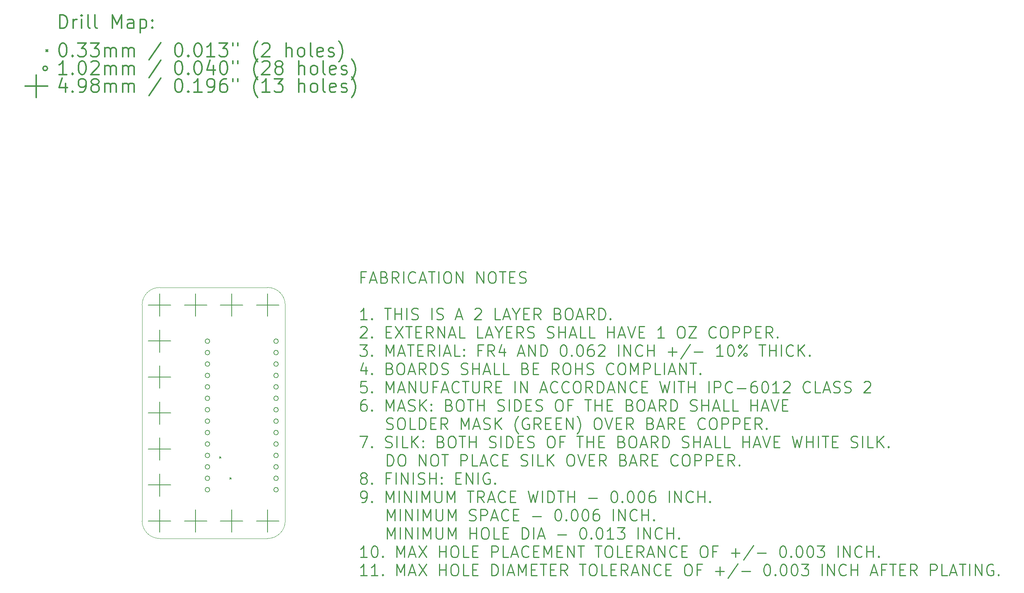
<source format=gbr>
G04 This is an RS-274x file exported by *
G04 gerbv version 2.6.0 *
G04 More information is available about gerbv at *
G04 http://gerbv.gpleda.org/ *
G04 --End of header info--*
%MOIN*%
%FSLAX34Y34*%
%IPPOS*%
G04 --Define apertures--*
%ADD10C,0.0050*%
%ADD11C,0.0079*%
%ADD12C,0.0118*%
%ADD13C,0.0138*%
%ADD14C,0.0016*%
%ADD15C,0.0100*%
G04 --Start main section--*
G54D11*
G01X0015034Y-039338D02*
G01X0015164Y-039468D01*
G01X0015164Y-039338D02*
G01X0015034Y-039468D01*
G01X0015961Y-041151D02*
G01X0016091Y-041281D01*
G01X0016091Y-041151D02*
G01X0015961Y-041281D01*
G01X0014191Y-029216D02*
G75*
G03X0014191Y-029216I-000200J0000000D01*
G01X0014191Y-030216D02*
G75*
G03X0014191Y-030216I-000200J0000000D01*
G01X0014191Y-031216D02*
G75*
G03X0014191Y-031216I-000200J0000000D01*
G01X0014191Y-032216D02*
G75*
G03X0014191Y-032216I-000200J0000000D01*
G01X0014191Y-033216D02*
G75*
G03X0014191Y-033216I-000200J0000000D01*
G01X0014191Y-034216D02*
G75*
G03X0014191Y-034216I-000200J0000000D01*
G01X0014191Y-035216D02*
G75*
G03X0014191Y-035216I-000200J0000000D01*
G01X0014191Y-036216D02*
G75*
G03X0014191Y-036216I-000200J0000000D01*
G01X0014191Y-037216D02*
G75*
G03X0014191Y-037216I-000200J0000000D01*
G01X0014191Y-038216D02*
G75*
G03X0014191Y-038216I-000200J0000000D01*
G01X0014191Y-039216D02*
G75*
G03X0014191Y-039216I-000200J0000000D01*
G01X0014191Y-040216D02*
G75*
G03X0014191Y-040216I-000200J0000000D01*
G01X0014191Y-041216D02*
G75*
G03X0014191Y-041216I-000200J0000000D01*
G01X0014191Y-042216D02*
G75*
G03X0014191Y-042216I-000200J0000000D01*
G01X0020191Y-029216D02*
G75*
G03X0020191Y-029216I-000200J0000000D01*
G01X0020191Y-030216D02*
G75*
G03X0020191Y-030216I-000200J0000000D01*
G01X0020191Y-031216D02*
G75*
G03X0020191Y-031216I-000200J0000000D01*
G01X0020191Y-032216D02*
G75*
G03X0020191Y-032216I-000200J0000000D01*
G01X0020191Y-033216D02*
G75*
G03X0020191Y-033216I-000200J0000000D01*
G01X0020191Y-034216D02*
G75*
G03X0020191Y-034216I-000200J0000000D01*
G01X0020191Y-035216D02*
G75*
G03X0020191Y-035216I-000200J0000000D01*
G01X0020191Y-036216D02*
G75*
G03X0020191Y-036216I-000200J0000000D01*
G01X0020191Y-037216D02*
G75*
G03X0020191Y-037216I-000200J0000000D01*
G01X0020191Y-038216D02*
G75*
G03X0020191Y-038216I-000200J0000000D01*
G01X0020191Y-039216D02*
G75*
G03X0020191Y-039216I-000200J0000000D01*
G01X0020191Y-040216D02*
G75*
G03X0020191Y-040216I-000200J0000000D01*
G01X0020191Y-041216D02*
G75*
G03X0020191Y-041216I-000200J0000000D01*
G01X0020191Y-042216D02*
G75*
G03X0020191Y-042216I-000200J0000000D01*
G01X0009810Y-028219D02*
G01X0009810Y-030180D01*
G01X0008830Y-029200D02*
G01X0010790Y-029200D01*
G01X0009810Y-025070D02*
G01X0009810Y-027030D01*
G01X0008830Y-026050D02*
G01X0010791Y-026050D01*
G01X0009810Y-031369D02*
G01X0009810Y-033330D01*
G01X0008830Y-032349D02*
G01X0010791Y-032349D01*
G01X0009810Y-034519D02*
G01X0009810Y-036479D01*
G01X0008830Y-035499D02*
G01X0010791Y-035499D01*
G01X0009810Y-037668D02*
G01X0009810Y-039629D01*
G01X0008830Y-038648D02*
G01X0010791Y-038648D01*
G01X0009810Y-040818D02*
G01X0009810Y-042778D01*
G01X0008830Y-041798D02*
G01X0010791Y-041798D01*
G01X0009810Y-043967D02*
G01X0009810Y-045928D01*
G01X0008830Y-044948D02*
G01X0010791Y-044948D01*
G01X0012960Y-025070D02*
G01X0012960Y-027030D01*
G01X0011979Y-026050D02*
G01X0013940Y-026050D01*
G01X0012960Y-043967D02*
G01X0012960Y-045928D01*
G01X0011979Y-044948D02*
G01X0013940Y-044948D01*
G01X0016109Y-025070D02*
G01X0016109Y-027030D01*
G01X0015129Y-026050D02*
G01X0017090Y-026050D01*
G01X0016109Y-043967D02*
G01X0016109Y-045928D01*
G01X0015129Y-044948D02*
G01X0017090Y-044948D01*
G01X0019259Y-025070D02*
G01X0019259Y-027030D01*
G01X0018279Y-026050D02*
G01X0020239Y-026050D01*
G01X0019259Y-043967D02*
G01X0019259Y-045928D01*
G01X0018279Y-044948D02*
G01X0020239Y-044948D01*
G54D12*
G01X0001069Y-001834D02*
G01X0001069Y-000652D01*
G01X0001069Y-000652D02*
G01X0001350Y-000652D01*
G01X0001350Y-000652D02*
G01X0001519Y-000709D01*
G01X0001519Y-000709D02*
G01X0001631Y-000821D01*
G01X0001631Y-000821D02*
G01X0001687Y-000934D01*
G01X0001687Y-000934D02*
G01X0001744Y-001159D01*
G01X0001744Y-001159D02*
G01X0001744Y-001327D01*
G01X0001744Y-001327D02*
G01X0001687Y-001552D01*
G01X0001687Y-001552D02*
G01X0001631Y-001665D01*
G01X0001631Y-001665D02*
G01X0001519Y-001777D01*
G01X0001519Y-001777D02*
G01X0001350Y-001834D01*
G01X0001350Y-001834D02*
G01X0001069Y-001834D01*
G01X0002250Y-001834D02*
G01X0002250Y-001046D01*
G01X0002250Y-001271D02*
G01X0002306Y-001159D01*
G01X0002306Y-001159D02*
G01X0002362Y-001102D01*
G01X0002362Y-001102D02*
G01X0002475Y-001046D01*
G01X0002475Y-001046D02*
G01X0002587Y-001046D01*
G01X0002981Y-001834D02*
G01X0002981Y-001046D01*
G01X0002981Y-000652D02*
G01X0002925Y-000709D01*
G01X0002925Y-000709D02*
G01X0002981Y-000765D01*
G01X0002981Y-000765D02*
G01X0003037Y-000709D01*
G01X0003037Y-000709D02*
G01X0002981Y-000652D01*
G01X0002981Y-000652D02*
G01X0002981Y-000765D01*
G01X0003712Y-001834D02*
G01X0003600Y-001777D01*
G01X0003600Y-001777D02*
G01X0003543Y-001665D01*
G01X0003543Y-001665D02*
G01X0003543Y-000652D01*
G01X0004331Y-001834D02*
G01X0004218Y-001777D01*
G01X0004218Y-001777D02*
G01X0004162Y-001665D01*
G01X0004162Y-001665D02*
G01X0004162Y-000652D01*
G01X0005681Y-001834D02*
G01X0005681Y-000652D01*
G01X0005681Y-000652D02*
G01X0006074Y-001496D01*
G01X0006074Y-001496D02*
G01X0006468Y-000652D01*
G01X0006468Y-000652D02*
G01X0006468Y-001834D01*
G01X0007537Y-001834D02*
G01X0007537Y-001215D01*
G01X0007537Y-001215D02*
G01X0007480Y-001102D01*
G01X0007480Y-001102D02*
G01X0007368Y-001046D01*
G01X0007368Y-001046D02*
G01X0007143Y-001046D01*
G01X0007143Y-001046D02*
G01X0007030Y-001102D01*
G01X0007537Y-001777D02*
G01X0007424Y-001834D01*
G01X0007424Y-001834D02*
G01X0007143Y-001834D01*
G01X0007143Y-001834D02*
G01X0007030Y-001777D01*
G01X0007030Y-001777D02*
G01X0006974Y-001665D01*
G01X0006974Y-001665D02*
G01X0006974Y-001552D01*
G01X0006974Y-001552D02*
G01X0007030Y-001440D01*
G01X0007030Y-001440D02*
G01X0007143Y-001384D01*
G01X0007143Y-001384D02*
G01X0007424Y-001384D01*
G01X0007424Y-001384D02*
G01X0007537Y-001327D01*
G01X0008099Y-001046D02*
G01X0008099Y-002227D01*
G01X0008099Y-001102D02*
G01X0008211Y-001046D01*
G01X0008211Y-001046D02*
G01X0008436Y-001046D01*
G01X0008436Y-001046D02*
G01X0008549Y-001102D01*
G01X0008549Y-001102D02*
G01X0008605Y-001159D01*
G01X0008605Y-001159D02*
G01X0008661Y-001271D01*
G01X0008661Y-001271D02*
G01X0008661Y-001609D01*
G01X0008661Y-001609D02*
G01X0008605Y-001721D01*
G01X0008605Y-001721D02*
G01X0008549Y-001777D01*
G01X0008549Y-001777D02*
G01X0008436Y-001834D01*
G01X0008436Y-001834D02*
G01X0008211Y-001834D01*
G01X0008211Y-001834D02*
G01X0008099Y-001777D01*
G01X0009168Y-001721D02*
G01X0009224Y-001777D01*
G01X0009224Y-001777D02*
G01X0009168Y-001834D01*
G01X0009168Y-001834D02*
G01X0009111Y-001777D01*
G01X0009111Y-001777D02*
G01X0009168Y-001721D01*
G01X0009168Y-001721D02*
G01X0009168Y-001834D01*
G01X0009168Y-001102D02*
G01X0009224Y-001159D01*
G01X0009224Y-001159D02*
G01X0009168Y-001215D01*
G01X0009168Y-001215D02*
G01X0009111Y-001159D01*
G01X0009111Y-001159D02*
G01X0009168Y-001102D01*
G01X0009168Y-001102D02*
G01X0009168Y-001215D01*
G01X-000130Y-003715D02*
G01X0000000Y-003845D01*
G01X0000000Y-003715D02*
G01X-000130Y-003845D01*
G01X0001294Y-003133D02*
G01X0001406Y-003133D01*
G01X0001406Y-003133D02*
G01X0001519Y-003189D01*
G01X0001519Y-003189D02*
G01X0001575Y-003245D01*
G01X0001575Y-003245D02*
G01X0001631Y-003358D01*
G01X0001631Y-003358D02*
G01X0001687Y-003583D01*
G01X0001687Y-003583D02*
G01X0001687Y-003864D01*
G01X0001687Y-003864D02*
G01X0001631Y-004089D01*
G01X0001631Y-004089D02*
G01X0001575Y-004201D01*
G01X0001575Y-004201D02*
G01X0001519Y-004258D01*
G01X0001519Y-004258D02*
G01X0001406Y-004314D01*
G01X0001406Y-004314D02*
G01X0001294Y-004314D01*
G01X0001294Y-004314D02*
G01X0001181Y-004258D01*
G01X0001181Y-004258D02*
G01X0001125Y-004201D01*
G01X0001125Y-004201D02*
G01X0001069Y-004089D01*
G01X0001069Y-004089D02*
G01X0001012Y-003864D01*
G01X0001012Y-003864D02*
G01X0001012Y-003583D01*
G01X0001012Y-003583D02*
G01X0001069Y-003358D01*
G01X0001069Y-003358D02*
G01X0001125Y-003245D01*
G01X0001125Y-003245D02*
G01X0001181Y-003189D01*
G01X0001181Y-003189D02*
G01X0001294Y-003133D01*
G01X0002193Y-004201D02*
G01X0002250Y-004258D01*
G01X0002250Y-004258D02*
G01X0002193Y-004314D01*
G01X0002193Y-004314D02*
G01X0002137Y-004258D01*
G01X0002137Y-004258D02*
G01X0002193Y-004201D01*
G01X0002193Y-004201D02*
G01X0002193Y-004314D01*
G01X0002643Y-003133D02*
G01X0003375Y-003133D01*
G01X0003375Y-003133D02*
G01X0002981Y-003583D01*
G01X0002981Y-003583D02*
G01X0003150Y-003583D01*
G01X0003150Y-003583D02*
G01X0003262Y-003639D01*
G01X0003262Y-003639D02*
G01X0003318Y-003695D01*
G01X0003318Y-003695D02*
G01X0003375Y-003808D01*
G01X0003375Y-003808D02*
G01X0003375Y-004089D01*
G01X0003375Y-004089D02*
G01X0003318Y-004201D01*
G01X0003318Y-004201D02*
G01X0003262Y-004258D01*
G01X0003262Y-004258D02*
G01X0003150Y-004314D01*
G01X0003150Y-004314D02*
G01X0002812Y-004314D01*
G01X0002812Y-004314D02*
G01X0002700Y-004258D01*
G01X0002700Y-004258D02*
G01X0002643Y-004201D01*
G01X0003768Y-003133D02*
G01X0004499Y-003133D01*
G01X0004499Y-003133D02*
G01X0004106Y-003583D01*
G01X0004106Y-003583D02*
G01X0004274Y-003583D01*
G01X0004274Y-003583D02*
G01X0004387Y-003639D01*
G01X0004387Y-003639D02*
G01X0004443Y-003695D01*
G01X0004443Y-003695D02*
G01X0004499Y-003808D01*
G01X0004499Y-003808D02*
G01X0004499Y-004089D01*
G01X0004499Y-004089D02*
G01X0004443Y-004201D01*
G01X0004443Y-004201D02*
G01X0004387Y-004258D01*
G01X0004387Y-004258D02*
G01X0004274Y-004314D01*
G01X0004274Y-004314D02*
G01X0003937Y-004314D01*
G01X0003937Y-004314D02*
G01X0003825Y-004258D01*
G01X0003825Y-004258D02*
G01X0003768Y-004201D01*
G01X0005006Y-004314D02*
G01X0005006Y-003526D01*
G01X0005006Y-003639D02*
G01X0005062Y-003583D01*
G01X0005062Y-003583D02*
G01X0005174Y-003526D01*
G01X0005174Y-003526D02*
G01X0005343Y-003526D01*
G01X0005343Y-003526D02*
G01X0005456Y-003583D01*
G01X0005456Y-003583D02*
G01X0005512Y-003695D01*
G01X0005512Y-003695D02*
G01X0005512Y-004314D01*
G01X0005512Y-003695D02*
G01X0005568Y-003583D01*
G01X0005568Y-003583D02*
G01X0005681Y-003526D01*
G01X0005681Y-003526D02*
G01X0005849Y-003526D01*
G01X0005849Y-003526D02*
G01X0005962Y-003583D01*
G01X0005962Y-003583D02*
G01X0006018Y-003695D01*
G01X0006018Y-003695D02*
G01X0006018Y-004314D01*
G01X0006580Y-004314D02*
G01X0006580Y-003526D01*
G01X0006580Y-003639D02*
G01X0006637Y-003583D01*
G01X0006637Y-003583D02*
G01X0006749Y-003526D01*
G01X0006749Y-003526D02*
G01X0006918Y-003526D01*
G01X0006918Y-003526D02*
G01X0007030Y-003583D01*
G01X0007030Y-003583D02*
G01X0007087Y-003695D01*
G01X0007087Y-003695D02*
G01X0007087Y-004314D01*
G01X0007087Y-003695D02*
G01X0007143Y-003583D01*
G01X0007143Y-003583D02*
G01X0007255Y-003526D01*
G01X0007255Y-003526D02*
G01X0007424Y-003526D01*
G01X0007424Y-003526D02*
G01X0007537Y-003583D01*
G01X0007537Y-003583D02*
G01X0007593Y-003695D01*
G01X0007593Y-003695D02*
G01X0007593Y-004314D01*
G01X0009899Y-003076D02*
G01X0008886Y-004595D01*
G01X0011417Y-003133D02*
G01X0011530Y-003133D01*
G01X0011530Y-003133D02*
G01X0011642Y-003189D01*
G01X0011642Y-003189D02*
G01X0011699Y-003245D01*
G01X0011699Y-003245D02*
G01X0011755Y-003358D01*
G01X0011755Y-003358D02*
G01X0011811Y-003583D01*
G01X0011811Y-003583D02*
G01X0011811Y-003864D01*
G01X0011811Y-003864D02*
G01X0011755Y-004089D01*
G01X0011755Y-004089D02*
G01X0011699Y-004201D01*
G01X0011699Y-004201D02*
G01X0011642Y-004258D01*
G01X0011642Y-004258D02*
G01X0011530Y-004314D01*
G01X0011530Y-004314D02*
G01X0011417Y-004314D01*
G01X0011417Y-004314D02*
G01X0011305Y-004258D01*
G01X0011305Y-004258D02*
G01X0011249Y-004201D01*
G01X0011249Y-004201D02*
G01X0011192Y-004089D01*
G01X0011192Y-004089D02*
G01X0011136Y-003864D01*
G01X0011136Y-003864D02*
G01X0011136Y-003583D01*
G01X0011136Y-003583D02*
G01X0011192Y-003358D01*
G01X0011192Y-003358D02*
G01X0011249Y-003245D01*
G01X0011249Y-003245D02*
G01X0011305Y-003189D01*
G01X0011305Y-003189D02*
G01X0011417Y-003133D01*
G01X0012317Y-004201D02*
G01X0012373Y-004258D01*
G01X0012373Y-004258D02*
G01X0012317Y-004314D01*
G01X0012317Y-004314D02*
G01X0012261Y-004258D01*
G01X0012261Y-004258D02*
G01X0012317Y-004201D01*
G01X0012317Y-004201D02*
G01X0012317Y-004314D01*
G01X0013105Y-003133D02*
G01X0013217Y-003133D01*
G01X0013217Y-003133D02*
G01X0013330Y-003189D01*
G01X0013330Y-003189D02*
G01X0013386Y-003245D01*
G01X0013386Y-003245D02*
G01X0013442Y-003358D01*
G01X0013442Y-003358D02*
G01X0013498Y-003583D01*
G01X0013498Y-003583D02*
G01X0013498Y-003864D01*
G01X0013498Y-003864D02*
G01X0013442Y-004089D01*
G01X0013442Y-004089D02*
G01X0013386Y-004201D01*
G01X0013386Y-004201D02*
G01X0013330Y-004258D01*
G01X0013330Y-004258D02*
G01X0013217Y-004314D01*
G01X0013217Y-004314D02*
G01X0013105Y-004314D01*
G01X0013105Y-004314D02*
G01X0012992Y-004258D01*
G01X0012992Y-004258D02*
G01X0012936Y-004201D01*
G01X0012936Y-004201D02*
G01X0012880Y-004089D01*
G01X0012880Y-004089D02*
G01X0012823Y-003864D01*
G01X0012823Y-003864D02*
G01X0012823Y-003583D01*
G01X0012823Y-003583D02*
G01X0012880Y-003358D01*
G01X0012880Y-003358D02*
G01X0012936Y-003245D01*
G01X0012936Y-003245D02*
G01X0012992Y-003189D01*
G01X0012992Y-003189D02*
G01X0013105Y-003133D01*
G01X0014623Y-004314D02*
G01X0013948Y-004314D01*
G01X0014286Y-004314D02*
G01X0014286Y-003133D01*
G01X0014286Y-003133D02*
G01X0014173Y-003301D01*
G01X0014173Y-003301D02*
G01X0014061Y-003414D01*
G01X0014061Y-003414D02*
G01X0013948Y-003470D01*
G01X0015017Y-003133D02*
G01X0015748Y-003133D01*
G01X0015748Y-003133D02*
G01X0015354Y-003583D01*
G01X0015354Y-003583D02*
G01X0015523Y-003583D01*
G01X0015523Y-003583D02*
G01X0015636Y-003639D01*
G01X0015636Y-003639D02*
G01X0015692Y-003695D01*
G01X0015692Y-003695D02*
G01X0015748Y-003808D01*
G01X0015748Y-003808D02*
G01X0015748Y-004089D01*
G01X0015748Y-004089D02*
G01X0015692Y-004201D01*
G01X0015692Y-004201D02*
G01X0015636Y-004258D01*
G01X0015636Y-004258D02*
G01X0015523Y-004314D01*
G01X0015523Y-004314D02*
G01X0015186Y-004314D01*
G01X0015186Y-004314D02*
G01X0015073Y-004258D01*
G01X0015073Y-004258D02*
G01X0015017Y-004201D01*
G01X0016198Y-003133D02*
G01X0016198Y-003358D01*
G01X0016648Y-003133D02*
G01X0016648Y-003358D01*
G01X0018391Y-004764D02*
G01X0018335Y-004708D01*
G01X0018335Y-004708D02*
G01X0018223Y-004539D01*
G01X0018223Y-004539D02*
G01X0018166Y-004426D01*
G01X0018166Y-004426D02*
G01X0018110Y-004258D01*
G01X0018110Y-004258D02*
G01X0018054Y-003976D01*
G01X0018054Y-003976D02*
G01X0018054Y-003751D01*
G01X0018054Y-003751D02*
G01X0018110Y-003470D01*
G01X0018110Y-003470D02*
G01X0018166Y-003301D01*
G01X0018166Y-003301D02*
G01X0018223Y-003189D01*
G01X0018223Y-003189D02*
G01X0018335Y-003020D01*
G01X0018335Y-003020D02*
G01X0018391Y-002964D01*
G01X0018785Y-003245D02*
G01X0018841Y-003189D01*
G01X0018841Y-003189D02*
G01X0018954Y-003133D01*
G01X0018954Y-003133D02*
G01X0019235Y-003133D01*
G01X0019235Y-003133D02*
G01X0019348Y-003189D01*
G01X0019348Y-003189D02*
G01X0019404Y-003245D01*
G01X0019404Y-003245D02*
G01X0019460Y-003358D01*
G01X0019460Y-003358D02*
G01X0019460Y-003470D01*
G01X0019460Y-003470D02*
G01X0019404Y-003639D01*
G01X0019404Y-003639D02*
G01X0018729Y-004314D01*
G01X0018729Y-004314D02*
G01X0019460Y-004314D01*
G01X0020866Y-004314D02*
G01X0020866Y-003133D01*
G01X0021372Y-004314D02*
G01X0021372Y-003695D01*
G01X0021372Y-003695D02*
G01X0021316Y-003583D01*
G01X0021316Y-003583D02*
G01X0021204Y-003526D01*
G01X0021204Y-003526D02*
G01X0021035Y-003526D01*
G01X0021035Y-003526D02*
G01X0020922Y-003583D01*
G01X0020922Y-003583D02*
G01X0020866Y-003639D01*
G01X0022103Y-004314D02*
G01X0021991Y-004258D01*
G01X0021991Y-004258D02*
G01X0021935Y-004201D01*
G01X0021935Y-004201D02*
G01X0021879Y-004089D01*
G01X0021879Y-004089D02*
G01X0021879Y-003751D01*
G01X0021879Y-003751D02*
G01X0021935Y-003639D01*
G01X0021935Y-003639D02*
G01X0021991Y-003583D01*
G01X0021991Y-003583D02*
G01X0022103Y-003526D01*
G01X0022103Y-003526D02*
G01X0022272Y-003526D01*
G01X0022272Y-003526D02*
G01X0022385Y-003583D01*
G01X0022385Y-003583D02*
G01X0022441Y-003639D01*
G01X0022441Y-003639D02*
G01X0022497Y-003751D01*
G01X0022497Y-003751D02*
G01X0022497Y-004089D01*
G01X0022497Y-004089D02*
G01X0022441Y-004201D01*
G01X0022441Y-004201D02*
G01X0022385Y-004258D01*
G01X0022385Y-004258D02*
G01X0022272Y-004314D01*
G01X0022272Y-004314D02*
G01X0022103Y-004314D01*
G01X0023172Y-004314D02*
G01X0023060Y-004258D01*
G01X0023060Y-004258D02*
G01X0023003Y-004145D01*
G01X0023003Y-004145D02*
G01X0023003Y-003133D01*
G01X0024072Y-004258D02*
G01X0023960Y-004314D01*
G01X0023960Y-004314D02*
G01X0023735Y-004314D01*
G01X0023735Y-004314D02*
G01X0023622Y-004258D01*
G01X0023622Y-004258D02*
G01X0023566Y-004145D01*
G01X0023566Y-004145D02*
G01X0023566Y-003695D01*
G01X0023566Y-003695D02*
G01X0023622Y-003583D01*
G01X0023622Y-003583D02*
G01X0023735Y-003526D01*
G01X0023735Y-003526D02*
G01X0023960Y-003526D01*
G01X0023960Y-003526D02*
G01X0024072Y-003583D01*
G01X0024072Y-003583D02*
G01X0024128Y-003695D01*
G01X0024128Y-003695D02*
G01X0024128Y-003808D01*
G01X0024128Y-003808D02*
G01X0023566Y-003920D01*
G01X0024578Y-004258D02*
G01X0024691Y-004314D01*
G01X0024691Y-004314D02*
G01X0024916Y-004314D01*
G01X0024916Y-004314D02*
G01X0025028Y-004258D01*
G01X0025028Y-004258D02*
G01X0025084Y-004145D01*
G01X0025084Y-004145D02*
G01X0025084Y-004089D01*
G01X0025084Y-004089D02*
G01X0025028Y-003976D01*
G01X0025028Y-003976D02*
G01X0024916Y-003920D01*
G01X0024916Y-003920D02*
G01X0024747Y-003920D01*
G01X0024747Y-003920D02*
G01X0024634Y-003864D01*
G01X0024634Y-003864D02*
G01X0024578Y-003751D01*
G01X0024578Y-003751D02*
G01X0024578Y-003695D01*
G01X0024578Y-003695D02*
G01X0024634Y-003583D01*
G01X0024634Y-003583D02*
G01X0024747Y-003526D01*
G01X0024747Y-003526D02*
G01X0024916Y-003526D01*
G01X0024916Y-003526D02*
G01X0025028Y-003583D01*
G01X0025478Y-004764D02*
G01X0025534Y-004708D01*
G01X0025534Y-004708D02*
G01X0025647Y-004539D01*
G01X0025647Y-004539D02*
G01X0025703Y-004426D01*
G01X0025703Y-004426D02*
G01X0025759Y-004258D01*
G01X0025759Y-004258D02*
G01X0025816Y-003976D01*
G01X0025816Y-003976D02*
G01X0025816Y-003751D01*
G01X0025816Y-003751D02*
G01X0025759Y-003470D01*
G01X0025759Y-003470D02*
G01X0025703Y-003301D01*
G01X0025703Y-003301D02*
G01X0025647Y-003189D01*
G01X0025647Y-003189D02*
G01X0025534Y-003020D01*
G01X0025534Y-003020D02*
G01X0025478Y-002964D01*
G01X0000000Y-005339D02*
G75*
G03X0000000Y-005339I-000200J0000000D01*
G01X0001687Y-005873D02*
G01X0001012Y-005873D01*
G01X0001350Y-005873D02*
G01X0001350Y-004692D01*
G01X0001350Y-004692D02*
G01X0001237Y-004861D01*
G01X0001237Y-004861D02*
G01X0001125Y-004973D01*
G01X0001125Y-004973D02*
G01X0001012Y-005029D01*
G01X0002193Y-005760D02*
G01X0002250Y-005817D01*
G01X0002250Y-005817D02*
G01X0002193Y-005873D01*
G01X0002193Y-005873D02*
G01X0002137Y-005817D01*
G01X0002137Y-005817D02*
G01X0002193Y-005760D01*
G01X0002193Y-005760D02*
G01X0002193Y-005873D01*
G01X0002981Y-004692D02*
G01X0003093Y-004692D01*
G01X0003093Y-004692D02*
G01X0003206Y-004748D01*
G01X0003206Y-004748D02*
G01X0003262Y-004804D01*
G01X0003262Y-004804D02*
G01X0003318Y-004917D01*
G01X0003318Y-004917D02*
G01X0003375Y-005142D01*
G01X0003375Y-005142D02*
G01X0003375Y-005423D01*
G01X0003375Y-005423D02*
G01X0003318Y-005648D01*
G01X0003318Y-005648D02*
G01X0003262Y-005760D01*
G01X0003262Y-005760D02*
G01X0003206Y-005817D01*
G01X0003206Y-005817D02*
G01X0003093Y-005873D01*
G01X0003093Y-005873D02*
G01X0002981Y-005873D01*
G01X0002981Y-005873D02*
G01X0002868Y-005817D01*
G01X0002868Y-005817D02*
G01X0002812Y-005760D01*
G01X0002812Y-005760D02*
G01X0002756Y-005648D01*
G01X0002756Y-005648D02*
G01X0002700Y-005423D01*
G01X0002700Y-005423D02*
G01X0002700Y-005142D01*
G01X0002700Y-005142D02*
G01X0002756Y-004917D01*
G01X0002756Y-004917D02*
G01X0002812Y-004804D01*
G01X0002812Y-004804D02*
G01X0002868Y-004748D01*
G01X0002868Y-004748D02*
G01X0002981Y-004692D01*
G01X0003825Y-004804D02*
G01X0003881Y-004748D01*
G01X0003881Y-004748D02*
G01X0003993Y-004692D01*
G01X0003993Y-004692D02*
G01X0004274Y-004692D01*
G01X0004274Y-004692D02*
G01X0004387Y-004748D01*
G01X0004387Y-004748D02*
G01X0004443Y-004804D01*
G01X0004443Y-004804D02*
G01X0004499Y-004917D01*
G01X0004499Y-004917D02*
G01X0004499Y-005029D01*
G01X0004499Y-005029D02*
G01X0004443Y-005198D01*
G01X0004443Y-005198D02*
G01X0003768Y-005873D01*
G01X0003768Y-005873D02*
G01X0004499Y-005873D01*
G01X0005006Y-005873D02*
G01X0005006Y-005085D01*
G01X0005006Y-005198D02*
G01X0005062Y-005142D01*
G01X0005062Y-005142D02*
G01X0005174Y-005085D01*
G01X0005174Y-005085D02*
G01X0005343Y-005085D01*
G01X0005343Y-005085D02*
G01X0005456Y-005142D01*
G01X0005456Y-005142D02*
G01X0005512Y-005254D01*
G01X0005512Y-005254D02*
G01X0005512Y-005873D01*
G01X0005512Y-005254D02*
G01X0005568Y-005142D01*
G01X0005568Y-005142D02*
G01X0005681Y-005085D01*
G01X0005681Y-005085D02*
G01X0005849Y-005085D01*
G01X0005849Y-005085D02*
G01X0005962Y-005142D01*
G01X0005962Y-005142D02*
G01X0006018Y-005254D01*
G01X0006018Y-005254D02*
G01X0006018Y-005873D01*
G01X0006580Y-005873D02*
G01X0006580Y-005085D01*
G01X0006580Y-005198D02*
G01X0006637Y-005142D01*
G01X0006637Y-005142D02*
G01X0006749Y-005085D01*
G01X0006749Y-005085D02*
G01X0006918Y-005085D01*
G01X0006918Y-005085D02*
G01X0007030Y-005142D01*
G01X0007030Y-005142D02*
G01X0007087Y-005254D01*
G01X0007087Y-005254D02*
G01X0007087Y-005873D01*
G01X0007087Y-005254D02*
G01X0007143Y-005142D01*
G01X0007143Y-005142D02*
G01X0007255Y-005085D01*
G01X0007255Y-005085D02*
G01X0007424Y-005085D01*
G01X0007424Y-005085D02*
G01X0007537Y-005142D01*
G01X0007537Y-005142D02*
G01X0007593Y-005254D01*
G01X0007593Y-005254D02*
G01X0007593Y-005873D01*
G01X0009899Y-004636D02*
G01X0008886Y-006154D01*
G01X0011417Y-004692D02*
G01X0011530Y-004692D01*
G01X0011530Y-004692D02*
G01X0011642Y-004748D01*
G01X0011642Y-004748D02*
G01X0011699Y-004804D01*
G01X0011699Y-004804D02*
G01X0011755Y-004917D01*
G01X0011755Y-004917D02*
G01X0011811Y-005142D01*
G01X0011811Y-005142D02*
G01X0011811Y-005423D01*
G01X0011811Y-005423D02*
G01X0011755Y-005648D01*
G01X0011755Y-005648D02*
G01X0011699Y-005760D01*
G01X0011699Y-005760D02*
G01X0011642Y-005817D01*
G01X0011642Y-005817D02*
G01X0011530Y-005873D01*
G01X0011530Y-005873D02*
G01X0011417Y-005873D01*
G01X0011417Y-005873D02*
G01X0011305Y-005817D01*
G01X0011305Y-005817D02*
G01X0011249Y-005760D01*
G01X0011249Y-005760D02*
G01X0011192Y-005648D01*
G01X0011192Y-005648D02*
G01X0011136Y-005423D01*
G01X0011136Y-005423D02*
G01X0011136Y-005142D01*
G01X0011136Y-005142D02*
G01X0011192Y-004917D01*
G01X0011192Y-004917D02*
G01X0011249Y-004804D01*
G01X0011249Y-004804D02*
G01X0011305Y-004748D01*
G01X0011305Y-004748D02*
G01X0011417Y-004692D01*
G01X0012317Y-005760D02*
G01X0012373Y-005817D01*
G01X0012373Y-005817D02*
G01X0012317Y-005873D01*
G01X0012317Y-005873D02*
G01X0012261Y-005817D01*
G01X0012261Y-005817D02*
G01X0012317Y-005760D01*
G01X0012317Y-005760D02*
G01X0012317Y-005873D01*
G01X0013105Y-004692D02*
G01X0013217Y-004692D01*
G01X0013217Y-004692D02*
G01X0013330Y-004748D01*
G01X0013330Y-004748D02*
G01X0013386Y-004804D01*
G01X0013386Y-004804D02*
G01X0013442Y-004917D01*
G01X0013442Y-004917D02*
G01X0013498Y-005142D01*
G01X0013498Y-005142D02*
G01X0013498Y-005423D01*
G01X0013498Y-005423D02*
G01X0013442Y-005648D01*
G01X0013442Y-005648D02*
G01X0013386Y-005760D01*
G01X0013386Y-005760D02*
G01X0013330Y-005817D01*
G01X0013330Y-005817D02*
G01X0013217Y-005873D01*
G01X0013217Y-005873D02*
G01X0013105Y-005873D01*
G01X0013105Y-005873D02*
G01X0012992Y-005817D01*
G01X0012992Y-005817D02*
G01X0012936Y-005760D01*
G01X0012936Y-005760D02*
G01X0012880Y-005648D01*
G01X0012880Y-005648D02*
G01X0012823Y-005423D01*
G01X0012823Y-005423D02*
G01X0012823Y-005142D01*
G01X0012823Y-005142D02*
G01X0012880Y-004917D01*
G01X0012880Y-004917D02*
G01X0012936Y-004804D01*
G01X0012936Y-004804D02*
G01X0012992Y-004748D01*
G01X0012992Y-004748D02*
G01X0013105Y-004692D01*
G01X0014511Y-005085D02*
G01X0014511Y-005873D01*
G01X0014229Y-004636D02*
G01X0013948Y-005479D01*
G01X0013948Y-005479D02*
G01X0014679Y-005479D01*
G01X0015354Y-004692D02*
G01X0015467Y-004692D01*
G01X0015467Y-004692D02*
G01X0015579Y-004748D01*
G01X0015579Y-004748D02*
G01X0015636Y-004804D01*
G01X0015636Y-004804D02*
G01X0015692Y-004917D01*
G01X0015692Y-004917D02*
G01X0015748Y-005142D01*
G01X0015748Y-005142D02*
G01X0015748Y-005423D01*
G01X0015748Y-005423D02*
G01X0015692Y-005648D01*
G01X0015692Y-005648D02*
G01X0015636Y-005760D01*
G01X0015636Y-005760D02*
G01X0015579Y-005817D01*
G01X0015579Y-005817D02*
G01X0015467Y-005873D01*
G01X0015467Y-005873D02*
G01X0015354Y-005873D01*
G01X0015354Y-005873D02*
G01X0015242Y-005817D01*
G01X0015242Y-005817D02*
G01X0015186Y-005760D01*
G01X0015186Y-005760D02*
G01X0015129Y-005648D01*
G01X0015129Y-005648D02*
G01X0015073Y-005423D01*
G01X0015073Y-005423D02*
G01X0015073Y-005142D01*
G01X0015073Y-005142D02*
G01X0015129Y-004917D01*
G01X0015129Y-004917D02*
G01X0015186Y-004804D01*
G01X0015186Y-004804D02*
G01X0015242Y-004748D01*
G01X0015242Y-004748D02*
G01X0015354Y-004692D01*
G01X0016198Y-004692D02*
G01X0016198Y-004917D01*
G01X0016648Y-004692D02*
G01X0016648Y-004917D01*
G01X0018391Y-006323D02*
G01X0018335Y-006267D01*
G01X0018335Y-006267D02*
G01X0018223Y-006098D01*
G01X0018223Y-006098D02*
G01X0018166Y-005985D01*
G01X0018166Y-005985D02*
G01X0018110Y-005817D01*
G01X0018110Y-005817D02*
G01X0018054Y-005535D01*
G01X0018054Y-005535D02*
G01X0018054Y-005310D01*
G01X0018054Y-005310D02*
G01X0018110Y-005029D01*
G01X0018110Y-005029D02*
G01X0018166Y-004861D01*
G01X0018166Y-004861D02*
G01X0018223Y-004748D01*
G01X0018223Y-004748D02*
G01X0018335Y-004579D01*
G01X0018335Y-004579D02*
G01X0018391Y-004523D01*
G01X0018785Y-004804D02*
G01X0018841Y-004748D01*
G01X0018841Y-004748D02*
G01X0018954Y-004692D01*
G01X0018954Y-004692D02*
G01X0019235Y-004692D01*
G01X0019235Y-004692D02*
G01X0019348Y-004748D01*
G01X0019348Y-004748D02*
G01X0019404Y-004804D01*
G01X0019404Y-004804D02*
G01X0019460Y-004917D01*
G01X0019460Y-004917D02*
G01X0019460Y-005029D01*
G01X0019460Y-005029D02*
G01X0019404Y-005198D01*
G01X0019404Y-005198D02*
G01X0018729Y-005873D01*
G01X0018729Y-005873D02*
G01X0019460Y-005873D01*
G01X0020135Y-005198D02*
G01X0020022Y-005142D01*
G01X0020022Y-005142D02*
G01X0019966Y-005085D01*
G01X0019966Y-005085D02*
G01X0019910Y-004973D01*
G01X0019910Y-004973D02*
G01X0019910Y-004917D01*
G01X0019910Y-004917D02*
G01X0019966Y-004804D01*
G01X0019966Y-004804D02*
G01X0020022Y-004748D01*
G01X0020022Y-004748D02*
G01X0020135Y-004692D01*
G01X0020135Y-004692D02*
G01X0020360Y-004692D01*
G01X0020360Y-004692D02*
G01X0020472Y-004748D01*
G01X0020472Y-004748D02*
G01X0020529Y-004804D01*
G01X0020529Y-004804D02*
G01X0020585Y-004917D01*
G01X0020585Y-004917D02*
G01X0020585Y-004973D01*
G01X0020585Y-004973D02*
G01X0020529Y-005085D01*
G01X0020529Y-005085D02*
G01X0020472Y-005142D01*
G01X0020472Y-005142D02*
G01X0020360Y-005198D01*
G01X0020360Y-005198D02*
G01X0020135Y-005198D01*
G01X0020135Y-005198D02*
G01X0020022Y-005254D01*
G01X0020022Y-005254D02*
G01X0019966Y-005310D01*
G01X0019966Y-005310D02*
G01X0019910Y-005423D01*
G01X0019910Y-005423D02*
G01X0019910Y-005648D01*
G01X0019910Y-005648D02*
G01X0019966Y-005760D01*
G01X0019966Y-005760D02*
G01X0020022Y-005817D01*
G01X0020022Y-005817D02*
G01X0020135Y-005873D01*
G01X0020135Y-005873D02*
G01X0020360Y-005873D01*
G01X0020360Y-005873D02*
G01X0020472Y-005817D01*
G01X0020472Y-005817D02*
G01X0020529Y-005760D01*
G01X0020529Y-005760D02*
G01X0020585Y-005648D01*
G01X0020585Y-005648D02*
G01X0020585Y-005423D01*
G01X0020585Y-005423D02*
G01X0020529Y-005310D01*
G01X0020529Y-005310D02*
G01X0020472Y-005254D01*
G01X0020472Y-005254D02*
G01X0020360Y-005198D01*
G01X0021991Y-005873D02*
G01X0021991Y-004692D01*
G01X0022497Y-005873D02*
G01X0022497Y-005254D01*
G01X0022497Y-005254D02*
G01X0022441Y-005142D01*
G01X0022441Y-005142D02*
G01X0022328Y-005085D01*
G01X0022328Y-005085D02*
G01X0022160Y-005085D01*
G01X0022160Y-005085D02*
G01X0022047Y-005142D01*
G01X0022047Y-005142D02*
G01X0021991Y-005198D01*
G01X0023228Y-005873D02*
G01X0023116Y-005817D01*
G01X0023116Y-005817D02*
G01X0023060Y-005760D01*
G01X0023060Y-005760D02*
G01X0023003Y-005648D01*
G01X0023003Y-005648D02*
G01X0023003Y-005310D01*
G01X0023003Y-005310D02*
G01X0023060Y-005198D01*
G01X0023060Y-005198D02*
G01X0023116Y-005142D01*
G01X0023116Y-005142D02*
G01X0023228Y-005085D01*
G01X0023228Y-005085D02*
G01X0023397Y-005085D01*
G01X0023397Y-005085D02*
G01X0023510Y-005142D01*
G01X0023510Y-005142D02*
G01X0023566Y-005198D01*
G01X0023566Y-005198D02*
G01X0023622Y-005310D01*
G01X0023622Y-005310D02*
G01X0023622Y-005648D01*
G01X0023622Y-005648D02*
G01X0023566Y-005760D01*
G01X0023566Y-005760D02*
G01X0023510Y-005817D01*
G01X0023510Y-005817D02*
G01X0023397Y-005873D01*
G01X0023397Y-005873D02*
G01X0023228Y-005873D01*
G01X0024297Y-005873D02*
G01X0024184Y-005817D01*
G01X0024184Y-005817D02*
G01X0024128Y-005704D01*
G01X0024128Y-005704D02*
G01X0024128Y-004692D01*
G01X0025197Y-005817D02*
G01X0025084Y-005873D01*
G01X0025084Y-005873D02*
G01X0024859Y-005873D01*
G01X0024859Y-005873D02*
G01X0024747Y-005817D01*
G01X0024747Y-005817D02*
G01X0024691Y-005704D01*
G01X0024691Y-005704D02*
G01X0024691Y-005254D01*
G01X0024691Y-005254D02*
G01X0024747Y-005142D01*
G01X0024747Y-005142D02*
G01X0024859Y-005085D01*
G01X0024859Y-005085D02*
G01X0025084Y-005085D01*
G01X0025084Y-005085D02*
G01X0025197Y-005142D01*
G01X0025197Y-005142D02*
G01X0025253Y-005254D01*
G01X0025253Y-005254D02*
G01X0025253Y-005367D01*
G01X0025253Y-005367D02*
G01X0024691Y-005479D01*
G01X0025703Y-005817D02*
G01X0025816Y-005873D01*
G01X0025816Y-005873D02*
G01X0026040Y-005873D01*
G01X0026040Y-005873D02*
G01X0026153Y-005817D01*
G01X0026153Y-005817D02*
G01X0026209Y-005704D01*
G01X0026209Y-005704D02*
G01X0026209Y-005648D01*
G01X0026209Y-005648D02*
G01X0026153Y-005535D01*
G01X0026153Y-005535D02*
G01X0026040Y-005479D01*
G01X0026040Y-005479D02*
G01X0025872Y-005479D01*
G01X0025872Y-005479D02*
G01X0025759Y-005423D01*
G01X0025759Y-005423D02*
G01X0025703Y-005310D01*
G01X0025703Y-005310D02*
G01X0025703Y-005254D01*
G01X0025703Y-005254D02*
G01X0025759Y-005142D01*
G01X0025759Y-005142D02*
G01X0025872Y-005085D01*
G01X0025872Y-005085D02*
G01X0026040Y-005085D01*
G01X0026040Y-005085D02*
G01X0026153Y-005142D01*
G01X0026603Y-006323D02*
G01X0026659Y-006267D01*
G01X0026659Y-006267D02*
G01X0026772Y-006098D01*
G01X0026772Y-006098D02*
G01X0026828Y-005985D01*
G01X0026828Y-005985D02*
G01X0026884Y-005817D01*
G01X0026884Y-005817D02*
G01X0026940Y-005535D01*
G01X0026940Y-005535D02*
G01X0026940Y-005310D01*
G01X0026940Y-005310D02*
G01X0026884Y-005029D01*
G01X0026884Y-005029D02*
G01X0026828Y-004861D01*
G01X0026828Y-004861D02*
G01X0026772Y-004748D01*
G01X0026772Y-004748D02*
G01X0026659Y-004579D01*
G01X0026659Y-004579D02*
G01X0026603Y-004523D01*
G01X-000980Y-005917D02*
G01X-000980Y-007878D01*
G01X-001961Y-006898D02*
G01X0000000Y-006898D01*
G01X0001575Y-006645D02*
G01X0001575Y-007432D01*
G01X0001294Y-006195D02*
G01X0001012Y-007038D01*
G01X0001012Y-007038D02*
G01X0001744Y-007038D01*
G01X0002193Y-007319D02*
G01X0002250Y-007376D01*
G01X0002250Y-007376D02*
G01X0002193Y-007432D01*
G01X0002193Y-007432D02*
G01X0002137Y-007376D01*
G01X0002137Y-007376D02*
G01X0002193Y-007319D01*
G01X0002193Y-007319D02*
G01X0002193Y-007432D01*
G01X0002812Y-007432D02*
G01X0003037Y-007432D01*
G01X0003037Y-007432D02*
G01X0003150Y-007376D01*
G01X0003150Y-007376D02*
G01X0003206Y-007319D01*
G01X0003206Y-007319D02*
G01X0003318Y-007151D01*
G01X0003318Y-007151D02*
G01X0003375Y-006926D01*
G01X0003375Y-006926D02*
G01X0003375Y-006476D01*
G01X0003375Y-006476D02*
G01X0003318Y-006363D01*
G01X0003318Y-006363D02*
G01X0003262Y-006307D01*
G01X0003262Y-006307D02*
G01X0003150Y-006251D01*
G01X0003150Y-006251D02*
G01X0002925Y-006251D01*
G01X0002925Y-006251D02*
G01X0002812Y-006307D01*
G01X0002812Y-006307D02*
G01X0002756Y-006363D01*
G01X0002756Y-006363D02*
G01X0002700Y-006476D01*
G01X0002700Y-006476D02*
G01X0002700Y-006757D01*
G01X0002700Y-006757D02*
G01X0002756Y-006870D01*
G01X0002756Y-006870D02*
G01X0002812Y-006926D01*
G01X0002812Y-006926D02*
G01X0002925Y-006982D01*
G01X0002925Y-006982D02*
G01X0003150Y-006982D01*
G01X0003150Y-006982D02*
G01X0003262Y-006926D01*
G01X0003262Y-006926D02*
G01X0003318Y-006870D01*
G01X0003318Y-006870D02*
G01X0003375Y-006757D01*
G01X0004049Y-006757D02*
G01X0003937Y-006701D01*
G01X0003937Y-006701D02*
G01X0003881Y-006645D01*
G01X0003881Y-006645D02*
G01X0003825Y-006532D01*
G01X0003825Y-006532D02*
G01X0003825Y-006476D01*
G01X0003825Y-006476D02*
G01X0003881Y-006363D01*
G01X0003881Y-006363D02*
G01X0003937Y-006307D01*
G01X0003937Y-006307D02*
G01X0004049Y-006251D01*
G01X0004049Y-006251D02*
G01X0004274Y-006251D01*
G01X0004274Y-006251D02*
G01X0004387Y-006307D01*
G01X0004387Y-006307D02*
G01X0004443Y-006363D01*
G01X0004443Y-006363D02*
G01X0004499Y-006476D01*
G01X0004499Y-006476D02*
G01X0004499Y-006532D01*
G01X0004499Y-006532D02*
G01X0004443Y-006645D01*
G01X0004443Y-006645D02*
G01X0004387Y-006701D01*
G01X0004387Y-006701D02*
G01X0004274Y-006757D01*
G01X0004274Y-006757D02*
G01X0004049Y-006757D01*
G01X0004049Y-006757D02*
G01X0003937Y-006813D01*
G01X0003937Y-006813D02*
G01X0003881Y-006870D01*
G01X0003881Y-006870D02*
G01X0003825Y-006982D01*
G01X0003825Y-006982D02*
G01X0003825Y-007207D01*
G01X0003825Y-007207D02*
G01X0003881Y-007319D01*
G01X0003881Y-007319D02*
G01X0003937Y-007376D01*
G01X0003937Y-007376D02*
G01X0004049Y-007432D01*
G01X0004049Y-007432D02*
G01X0004274Y-007432D01*
G01X0004274Y-007432D02*
G01X0004387Y-007376D01*
G01X0004387Y-007376D02*
G01X0004443Y-007319D01*
G01X0004443Y-007319D02*
G01X0004499Y-007207D01*
G01X0004499Y-007207D02*
G01X0004499Y-006982D01*
G01X0004499Y-006982D02*
G01X0004443Y-006870D01*
G01X0004443Y-006870D02*
G01X0004387Y-006813D01*
G01X0004387Y-006813D02*
G01X0004274Y-006757D01*
G01X0005006Y-007432D02*
G01X0005006Y-006645D01*
G01X0005006Y-006757D02*
G01X0005062Y-006701D01*
G01X0005062Y-006701D02*
G01X0005174Y-006645D01*
G01X0005174Y-006645D02*
G01X0005343Y-006645D01*
G01X0005343Y-006645D02*
G01X0005456Y-006701D01*
G01X0005456Y-006701D02*
G01X0005512Y-006813D01*
G01X0005512Y-006813D02*
G01X0005512Y-007432D01*
G01X0005512Y-006813D02*
G01X0005568Y-006701D01*
G01X0005568Y-006701D02*
G01X0005681Y-006645D01*
G01X0005681Y-006645D02*
G01X0005849Y-006645D01*
G01X0005849Y-006645D02*
G01X0005962Y-006701D01*
G01X0005962Y-006701D02*
G01X0006018Y-006813D01*
G01X0006018Y-006813D02*
G01X0006018Y-007432D01*
G01X0006580Y-007432D02*
G01X0006580Y-006645D01*
G01X0006580Y-006757D02*
G01X0006637Y-006701D01*
G01X0006637Y-006701D02*
G01X0006749Y-006645D01*
G01X0006749Y-006645D02*
G01X0006918Y-006645D01*
G01X0006918Y-006645D02*
G01X0007030Y-006701D01*
G01X0007030Y-006701D02*
G01X0007087Y-006813D01*
G01X0007087Y-006813D02*
G01X0007087Y-007432D01*
G01X0007087Y-006813D02*
G01X0007143Y-006701D01*
G01X0007143Y-006701D02*
G01X0007255Y-006645D01*
G01X0007255Y-006645D02*
G01X0007424Y-006645D01*
G01X0007424Y-006645D02*
G01X0007537Y-006701D01*
G01X0007537Y-006701D02*
G01X0007593Y-006813D01*
G01X0007593Y-006813D02*
G01X0007593Y-007432D01*
G01X0009899Y-006195D02*
G01X0008886Y-007713D01*
G01X0011417Y-006251D02*
G01X0011530Y-006251D01*
G01X0011530Y-006251D02*
G01X0011642Y-006307D01*
G01X0011642Y-006307D02*
G01X0011699Y-006363D01*
G01X0011699Y-006363D02*
G01X0011755Y-006476D01*
G01X0011755Y-006476D02*
G01X0011811Y-006701D01*
G01X0011811Y-006701D02*
G01X0011811Y-006982D01*
G01X0011811Y-006982D02*
G01X0011755Y-007207D01*
G01X0011755Y-007207D02*
G01X0011699Y-007319D01*
G01X0011699Y-007319D02*
G01X0011642Y-007376D01*
G01X0011642Y-007376D02*
G01X0011530Y-007432D01*
G01X0011530Y-007432D02*
G01X0011417Y-007432D01*
G01X0011417Y-007432D02*
G01X0011305Y-007376D01*
G01X0011305Y-007376D02*
G01X0011249Y-007319D01*
G01X0011249Y-007319D02*
G01X0011192Y-007207D01*
G01X0011192Y-007207D02*
G01X0011136Y-006982D01*
G01X0011136Y-006982D02*
G01X0011136Y-006701D01*
G01X0011136Y-006701D02*
G01X0011192Y-006476D01*
G01X0011192Y-006476D02*
G01X0011249Y-006363D01*
G01X0011249Y-006363D02*
G01X0011305Y-006307D01*
G01X0011305Y-006307D02*
G01X0011417Y-006251D01*
G01X0012317Y-007319D02*
G01X0012373Y-007376D01*
G01X0012373Y-007376D02*
G01X0012317Y-007432D01*
G01X0012317Y-007432D02*
G01X0012261Y-007376D01*
G01X0012261Y-007376D02*
G01X0012317Y-007319D01*
G01X0012317Y-007319D02*
G01X0012317Y-007432D01*
G01X0013498Y-007432D02*
G01X0012823Y-007432D01*
G01X0013161Y-007432D02*
G01X0013161Y-006251D01*
G01X0013161Y-006251D02*
G01X0013048Y-006420D01*
G01X0013048Y-006420D02*
G01X0012936Y-006532D01*
G01X0012936Y-006532D02*
G01X0012823Y-006588D01*
G01X0014061Y-007432D02*
G01X0014286Y-007432D01*
G01X0014286Y-007432D02*
G01X0014398Y-007376D01*
G01X0014398Y-007376D02*
G01X0014454Y-007319D01*
G01X0014454Y-007319D02*
G01X0014567Y-007151D01*
G01X0014567Y-007151D02*
G01X0014623Y-006926D01*
G01X0014623Y-006926D02*
G01X0014623Y-006476D01*
G01X0014623Y-006476D02*
G01X0014567Y-006363D01*
G01X0014567Y-006363D02*
G01X0014511Y-006307D01*
G01X0014511Y-006307D02*
G01X0014398Y-006251D01*
G01X0014398Y-006251D02*
G01X0014173Y-006251D01*
G01X0014173Y-006251D02*
G01X0014061Y-006307D01*
G01X0014061Y-006307D02*
G01X0014005Y-006363D01*
G01X0014005Y-006363D02*
G01X0013948Y-006476D01*
G01X0013948Y-006476D02*
G01X0013948Y-006757D01*
G01X0013948Y-006757D02*
G01X0014005Y-006870D01*
G01X0014005Y-006870D02*
G01X0014061Y-006926D01*
G01X0014061Y-006926D02*
G01X0014173Y-006982D01*
G01X0014173Y-006982D02*
G01X0014398Y-006982D01*
G01X0014398Y-006982D02*
G01X0014511Y-006926D01*
G01X0014511Y-006926D02*
G01X0014567Y-006870D01*
G01X0014567Y-006870D02*
G01X0014623Y-006757D01*
G01X0015636Y-006251D02*
G01X0015411Y-006251D01*
G01X0015411Y-006251D02*
G01X0015298Y-006307D01*
G01X0015298Y-006307D02*
G01X0015242Y-006363D01*
G01X0015242Y-006363D02*
G01X0015129Y-006532D01*
G01X0015129Y-006532D02*
G01X0015073Y-006757D01*
G01X0015073Y-006757D02*
G01X0015073Y-007207D01*
G01X0015073Y-007207D02*
G01X0015129Y-007319D01*
G01X0015129Y-007319D02*
G01X0015186Y-007376D01*
G01X0015186Y-007376D02*
G01X0015298Y-007432D01*
G01X0015298Y-007432D02*
G01X0015523Y-007432D01*
G01X0015523Y-007432D02*
G01X0015636Y-007376D01*
G01X0015636Y-007376D02*
G01X0015692Y-007319D01*
G01X0015692Y-007319D02*
G01X0015748Y-007207D01*
G01X0015748Y-007207D02*
G01X0015748Y-006926D01*
G01X0015748Y-006926D02*
G01X0015692Y-006813D01*
G01X0015692Y-006813D02*
G01X0015636Y-006757D01*
G01X0015636Y-006757D02*
G01X0015523Y-006701D01*
G01X0015523Y-006701D02*
G01X0015298Y-006701D01*
G01X0015298Y-006701D02*
G01X0015186Y-006757D01*
G01X0015186Y-006757D02*
G01X0015129Y-006813D01*
G01X0015129Y-006813D02*
G01X0015073Y-006926D01*
G01X0016198Y-006251D02*
G01X0016198Y-006476D01*
G01X0016648Y-006251D02*
G01X0016648Y-006476D01*
G01X0018391Y-007882D02*
G01X0018335Y-007826D01*
G01X0018335Y-007826D02*
G01X0018223Y-007657D01*
G01X0018223Y-007657D02*
G01X0018166Y-007544D01*
G01X0018166Y-007544D02*
G01X0018110Y-007376D01*
G01X0018110Y-007376D02*
G01X0018054Y-007094D01*
G01X0018054Y-007094D02*
G01X0018054Y-006870D01*
G01X0018054Y-006870D02*
G01X0018110Y-006588D01*
G01X0018110Y-006588D02*
G01X0018166Y-006420D01*
G01X0018166Y-006420D02*
G01X0018223Y-006307D01*
G01X0018223Y-006307D02*
G01X0018335Y-006138D01*
G01X0018335Y-006138D02*
G01X0018391Y-006082D01*
G01X0019460Y-007432D02*
G01X0018785Y-007432D01*
G01X0019123Y-007432D02*
G01X0019123Y-006251D01*
G01X0019123Y-006251D02*
G01X0019010Y-006420D01*
G01X0019010Y-006420D02*
G01X0018898Y-006532D01*
G01X0018898Y-006532D02*
G01X0018785Y-006588D01*
G01X0019854Y-006251D02*
G01X0020585Y-006251D01*
G01X0020585Y-006251D02*
G01X0020191Y-006701D01*
G01X0020191Y-006701D02*
G01X0020360Y-006701D01*
G01X0020360Y-006701D02*
G01X0020472Y-006757D01*
G01X0020472Y-006757D02*
G01X0020529Y-006813D01*
G01X0020529Y-006813D02*
G01X0020585Y-006926D01*
G01X0020585Y-006926D02*
G01X0020585Y-007207D01*
G01X0020585Y-007207D02*
G01X0020529Y-007319D01*
G01X0020529Y-007319D02*
G01X0020472Y-007376D01*
G01X0020472Y-007376D02*
G01X0020360Y-007432D01*
G01X0020360Y-007432D02*
G01X0020022Y-007432D01*
G01X0020022Y-007432D02*
G01X0019910Y-007376D01*
G01X0019910Y-007376D02*
G01X0019854Y-007319D01*
G01X0021991Y-007432D02*
G01X0021991Y-006251D01*
G01X0022497Y-007432D02*
G01X0022497Y-006813D01*
G01X0022497Y-006813D02*
G01X0022441Y-006701D01*
G01X0022441Y-006701D02*
G01X0022328Y-006645D01*
G01X0022328Y-006645D02*
G01X0022160Y-006645D01*
G01X0022160Y-006645D02*
G01X0022047Y-006701D01*
G01X0022047Y-006701D02*
G01X0021991Y-006757D01*
G01X0023228Y-007432D02*
G01X0023116Y-007376D01*
G01X0023116Y-007376D02*
G01X0023060Y-007319D01*
G01X0023060Y-007319D02*
G01X0023003Y-007207D01*
G01X0023003Y-007207D02*
G01X0023003Y-006870D01*
G01X0023003Y-006870D02*
G01X0023060Y-006757D01*
G01X0023060Y-006757D02*
G01X0023116Y-006701D01*
G01X0023116Y-006701D02*
G01X0023228Y-006645D01*
G01X0023228Y-006645D02*
G01X0023397Y-006645D01*
G01X0023397Y-006645D02*
G01X0023510Y-006701D01*
G01X0023510Y-006701D02*
G01X0023566Y-006757D01*
G01X0023566Y-006757D02*
G01X0023622Y-006870D01*
G01X0023622Y-006870D02*
G01X0023622Y-007207D01*
G01X0023622Y-007207D02*
G01X0023566Y-007319D01*
G01X0023566Y-007319D02*
G01X0023510Y-007376D01*
G01X0023510Y-007376D02*
G01X0023397Y-007432D01*
G01X0023397Y-007432D02*
G01X0023228Y-007432D01*
G01X0024297Y-007432D02*
G01X0024184Y-007376D01*
G01X0024184Y-007376D02*
G01X0024128Y-007263D01*
G01X0024128Y-007263D02*
G01X0024128Y-006251D01*
G01X0025197Y-007376D02*
G01X0025084Y-007432D01*
G01X0025084Y-007432D02*
G01X0024859Y-007432D01*
G01X0024859Y-007432D02*
G01X0024747Y-007376D01*
G01X0024747Y-007376D02*
G01X0024691Y-007263D01*
G01X0024691Y-007263D02*
G01X0024691Y-006813D01*
G01X0024691Y-006813D02*
G01X0024747Y-006701D01*
G01X0024747Y-006701D02*
G01X0024859Y-006645D01*
G01X0024859Y-006645D02*
G01X0025084Y-006645D01*
G01X0025084Y-006645D02*
G01X0025197Y-006701D01*
G01X0025197Y-006701D02*
G01X0025253Y-006813D01*
G01X0025253Y-006813D02*
G01X0025253Y-006926D01*
G01X0025253Y-006926D02*
G01X0024691Y-007038D01*
G01X0025703Y-007376D02*
G01X0025816Y-007432D01*
G01X0025816Y-007432D02*
G01X0026040Y-007432D01*
G01X0026040Y-007432D02*
G01X0026153Y-007376D01*
G01X0026153Y-007376D02*
G01X0026209Y-007263D01*
G01X0026209Y-007263D02*
G01X0026209Y-007207D01*
G01X0026209Y-007207D02*
G01X0026153Y-007094D01*
G01X0026153Y-007094D02*
G01X0026040Y-007038D01*
G01X0026040Y-007038D02*
G01X0025872Y-007038D01*
G01X0025872Y-007038D02*
G01X0025759Y-006982D01*
G01X0025759Y-006982D02*
G01X0025703Y-006870D01*
G01X0025703Y-006870D02*
G01X0025703Y-006813D01*
G01X0025703Y-006813D02*
G01X0025759Y-006701D01*
G01X0025759Y-006701D02*
G01X0025872Y-006645D01*
G01X0025872Y-006645D02*
G01X0026040Y-006645D01*
G01X0026040Y-006645D02*
G01X0026153Y-006701D01*
G01X0026603Y-007882D02*
G01X0026659Y-007826D01*
G01X0026659Y-007826D02*
G01X0026772Y-007657D01*
G01X0026772Y-007657D02*
G01X0026828Y-007544D01*
G01X0026828Y-007544D02*
G01X0026884Y-007376D01*
G01X0026884Y-007376D02*
G01X0026940Y-007094D01*
G01X0026940Y-007094D02*
G01X0026940Y-006870D01*
G01X0026940Y-006870D02*
G01X0026884Y-006588D01*
G01X0026884Y-006588D02*
G01X0026828Y-006420D01*
G01X0026828Y-006420D02*
G01X0026772Y-006307D01*
G01X0026772Y-006307D02*
G01X0026659Y-006138D01*
G01X0026659Y-006138D02*
G01X0026603Y-006082D01*
G01X0000000Y0000000D02*
G54D14*
G01X0009810Y-046483D02*
G01X0019259Y-046483D01*
G01X0019259Y-024515D02*
G01X0009810Y-024515D01*
G01X0008275Y-026050D02*
G01X0008275Y-044948D01*
G01X0008275Y-044950D02*
G75*
G03X0009810Y-046483I0001535J0000003D01*
G01X0009810Y-024515D02*
G75*
G03X0008275Y-026050I0000000J-001535D01*
G01X0020794Y-044948D02*
G01X0020794Y-026050D01*
G01X0020794Y-026047D02*
G75*
G03X0019259Y-024515I-001535J-000003D01*
G01X0019259Y-046483D02*
G75*
G03X0020794Y-044948I0000000J0001535D01*
G01X0000000Y0000000D02*
G54D15*
G01X0027751Y-023609D02*
G01X0027418Y-023609D01*
G01X0027418Y-024132D02*
G01X0027418Y-023132D01*
G01X0027418Y-023132D02*
G01X0027894Y-023132D01*
G01X0028228Y-023847D02*
G01X0028704Y-023847D01*
G01X0028132Y-024132D02*
G01X0028466Y-023132D01*
G01X0028466Y-023132D02*
G01X0028799Y-024132D01*
G01X0029466Y-023609D02*
G01X0029609Y-023656D01*
G01X0029609Y-023656D02*
G01X0029656Y-023704D01*
G01X0029656Y-023704D02*
G01X0029704Y-023799D01*
G01X0029704Y-023799D02*
G01X0029704Y-023942D01*
G01X0029704Y-023942D02*
G01X0029656Y-024037D01*
G01X0029656Y-024037D02*
G01X0029609Y-024085D01*
G01X0029609Y-024085D02*
G01X0029513Y-024132D01*
G01X0029513Y-024132D02*
G01X0029132Y-024132D01*
G01X0029132Y-024132D02*
G01X0029132Y-023132D01*
G01X0029132Y-023132D02*
G01X0029466Y-023132D01*
G01X0029466Y-023132D02*
G01X0029561Y-023180D01*
G01X0029561Y-023180D02*
G01X0029609Y-023228D01*
G01X0029609Y-023228D02*
G01X0029656Y-023323D01*
G01X0029656Y-023323D02*
G01X0029656Y-023418D01*
G01X0029656Y-023418D02*
G01X0029609Y-023513D01*
G01X0029609Y-023513D02*
G01X0029561Y-023561D01*
G01X0029561Y-023561D02*
G01X0029466Y-023609D01*
G01X0029466Y-023609D02*
G01X0029132Y-023609D01*
G01X0030704Y-024132D02*
G01X0030370Y-023656D01*
G01X0030132Y-024132D02*
G01X0030132Y-023132D01*
G01X0030132Y-023132D02*
G01X0030513Y-023132D01*
G01X0030513Y-023132D02*
G01X0030609Y-023180D01*
G01X0030609Y-023180D02*
G01X0030656Y-023228D01*
G01X0030656Y-023228D02*
G01X0030704Y-023323D01*
G01X0030704Y-023323D02*
G01X0030704Y-023466D01*
G01X0030704Y-023466D02*
G01X0030656Y-023561D01*
G01X0030656Y-023561D02*
G01X0030609Y-023609D01*
G01X0030609Y-023609D02*
G01X0030513Y-023656D01*
G01X0030513Y-023656D02*
G01X0030132Y-023656D01*
G01X0031132Y-024132D02*
G01X0031132Y-023132D01*
G01X0032180Y-024037D02*
G01X0032132Y-024085D01*
G01X0032132Y-024085D02*
G01X0031990Y-024132D01*
G01X0031990Y-024132D02*
G01X0031894Y-024132D01*
G01X0031894Y-024132D02*
G01X0031751Y-024085D01*
G01X0031751Y-024085D02*
G01X0031656Y-023990D01*
G01X0031656Y-023990D02*
G01X0031609Y-023894D01*
G01X0031609Y-023894D02*
G01X0031561Y-023704D01*
G01X0031561Y-023704D02*
G01X0031561Y-023561D01*
G01X0031561Y-023561D02*
G01X0031609Y-023370D01*
G01X0031609Y-023370D02*
G01X0031656Y-023275D01*
G01X0031656Y-023275D02*
G01X0031751Y-023180D01*
G01X0031751Y-023180D02*
G01X0031894Y-023132D01*
G01X0031894Y-023132D02*
G01X0031990Y-023132D01*
G01X0031990Y-023132D02*
G01X0032132Y-023180D01*
G01X0032132Y-023180D02*
G01X0032180Y-023228D01*
G01X0032561Y-023847D02*
G01X0033037Y-023847D01*
G01X0032466Y-024132D02*
G01X0032799Y-023132D01*
G01X0032799Y-023132D02*
G01X0033132Y-024132D01*
G01X0033323Y-023132D02*
G01X0033894Y-023132D01*
G01X0033609Y-024132D02*
G01X0033609Y-023132D01*
G01X0034228Y-024132D02*
G01X0034228Y-023132D01*
G01X0034894Y-023132D02*
G01X0035085Y-023132D01*
G01X0035085Y-023132D02*
G01X0035180Y-023180D01*
G01X0035180Y-023180D02*
G01X0035275Y-023275D01*
G01X0035275Y-023275D02*
G01X0035323Y-023466D01*
G01X0035323Y-023466D02*
G01X0035323Y-023799D01*
G01X0035323Y-023799D02*
G01X0035275Y-023990D01*
G01X0035275Y-023990D02*
G01X0035180Y-024085D01*
G01X0035180Y-024085D02*
G01X0035085Y-024132D01*
G01X0035085Y-024132D02*
G01X0034894Y-024132D01*
G01X0034894Y-024132D02*
G01X0034799Y-024085D01*
G01X0034799Y-024085D02*
G01X0034704Y-023990D01*
G01X0034704Y-023990D02*
G01X0034656Y-023799D01*
G01X0034656Y-023799D02*
G01X0034656Y-023466D01*
G01X0034656Y-023466D02*
G01X0034704Y-023275D01*
G01X0034704Y-023275D02*
G01X0034799Y-023180D01*
G01X0034799Y-023180D02*
G01X0034894Y-023132D01*
G01X0035751Y-024132D02*
G01X0035751Y-023132D01*
G01X0035751Y-023132D02*
G01X0036323Y-024132D01*
G01X0036323Y-024132D02*
G01X0036323Y-023132D01*
G01X0037561Y-024132D02*
G01X0037561Y-023132D01*
G01X0037561Y-023132D02*
G01X0038132Y-024132D01*
G01X0038132Y-024132D02*
G01X0038132Y-023132D01*
G01X0038799Y-023132D02*
G01X0038990Y-023132D01*
G01X0038990Y-023132D02*
G01X0039085Y-023180D01*
G01X0039085Y-023180D02*
G01X0039180Y-023275D01*
G01X0039180Y-023275D02*
G01X0039228Y-023466D01*
G01X0039228Y-023466D02*
G01X0039228Y-023799D01*
G01X0039228Y-023799D02*
G01X0039180Y-023990D01*
G01X0039180Y-023990D02*
G01X0039085Y-024085D01*
G01X0039085Y-024085D02*
G01X0038990Y-024132D01*
G01X0038990Y-024132D02*
G01X0038799Y-024132D01*
G01X0038799Y-024132D02*
G01X0038704Y-024085D01*
G01X0038704Y-024085D02*
G01X0038609Y-023990D01*
G01X0038609Y-023990D02*
G01X0038561Y-023799D01*
G01X0038561Y-023799D02*
G01X0038561Y-023466D01*
G01X0038561Y-023466D02*
G01X0038609Y-023275D01*
G01X0038609Y-023275D02*
G01X0038704Y-023180D01*
G01X0038704Y-023180D02*
G01X0038799Y-023132D01*
G01X0039513Y-023132D02*
G01X0040085Y-023132D01*
G01X0039799Y-024132D02*
G01X0039799Y-023132D01*
G01X0040418Y-023609D02*
G01X0040751Y-023609D01*
G01X0040894Y-024132D02*
G01X0040418Y-024132D01*
G01X0040418Y-024132D02*
G01X0040418Y-023132D01*
G01X0040418Y-023132D02*
G01X0040894Y-023132D01*
G01X0041275Y-024085D02*
G01X0041418Y-024132D01*
G01X0041418Y-024132D02*
G01X0041656Y-024132D01*
G01X0041656Y-024132D02*
G01X0041751Y-024085D01*
G01X0041751Y-024085D02*
G01X0041799Y-024037D01*
G01X0041799Y-024037D02*
G01X0041847Y-023942D01*
G01X0041847Y-023942D02*
G01X0041847Y-023847D01*
G01X0041847Y-023847D02*
G01X0041799Y-023751D01*
G01X0041799Y-023751D02*
G01X0041751Y-023704D01*
G01X0041751Y-023704D02*
G01X0041656Y-023656D01*
G01X0041656Y-023656D02*
G01X0041466Y-023609D01*
G01X0041466Y-023609D02*
G01X0041370Y-023561D01*
G01X0041370Y-023561D02*
G01X0041323Y-023513D01*
G01X0041323Y-023513D02*
G01X0041275Y-023418D01*
G01X0041275Y-023418D02*
G01X0041275Y-023323D01*
G01X0041275Y-023323D02*
G01X0041323Y-023228D01*
G01X0041323Y-023228D02*
G01X0041370Y-023180D01*
G01X0041370Y-023180D02*
G01X0041466Y-023132D01*
G01X0041466Y-023132D02*
G01X0041704Y-023132D01*
G01X0041704Y-023132D02*
G01X0041847Y-023180D01*
G01X0027942Y-027332D02*
G01X0027370Y-027332D01*
G01X0027656Y-027332D02*
G01X0027656Y-026332D01*
G01X0027656Y-026332D02*
G01X0027561Y-026475D01*
G01X0027561Y-026475D02*
G01X0027466Y-026570D01*
G01X0027466Y-026570D02*
G01X0027370Y-026618D01*
G01X0028370Y-027237D02*
G01X0028418Y-027285D01*
G01X0028418Y-027285D02*
G01X0028370Y-027332D01*
G01X0028370Y-027332D02*
G01X0028323Y-027285D01*
G01X0028323Y-027285D02*
G01X0028370Y-027237D01*
G01X0028370Y-027237D02*
G01X0028370Y-027332D01*
G01X0029466Y-026332D02*
G01X0030037Y-026332D01*
G01X0029751Y-027332D02*
G01X0029751Y-026332D01*
G01X0030370Y-027332D02*
G01X0030370Y-026332D01*
G01X0030370Y-026809D02*
G01X0030942Y-026809D01*
G01X0030942Y-027332D02*
G01X0030942Y-026332D01*
G01X0031418Y-027332D02*
G01X0031418Y-026332D01*
G01X0031847Y-027285D02*
G01X0031990Y-027332D01*
G01X0031990Y-027332D02*
G01X0032228Y-027332D01*
G01X0032228Y-027332D02*
G01X0032323Y-027285D01*
G01X0032323Y-027285D02*
G01X0032370Y-027237D01*
G01X0032370Y-027237D02*
G01X0032418Y-027142D01*
G01X0032418Y-027142D02*
G01X0032418Y-027047D01*
G01X0032418Y-027047D02*
G01X0032370Y-026951D01*
G01X0032370Y-026951D02*
G01X0032323Y-026904D01*
G01X0032323Y-026904D02*
G01X0032228Y-026856D01*
G01X0032228Y-026856D02*
G01X0032037Y-026809D01*
G01X0032037Y-026809D02*
G01X0031942Y-026761D01*
G01X0031942Y-026761D02*
G01X0031894Y-026713D01*
G01X0031894Y-026713D02*
G01X0031847Y-026618D01*
G01X0031847Y-026618D02*
G01X0031847Y-026523D01*
G01X0031847Y-026523D02*
G01X0031894Y-026428D01*
G01X0031894Y-026428D02*
G01X0031942Y-026380D01*
G01X0031942Y-026380D02*
G01X0032037Y-026332D01*
G01X0032037Y-026332D02*
G01X0032275Y-026332D01*
G01X0032275Y-026332D02*
G01X0032418Y-026380D01*
G01X0033609Y-027332D02*
G01X0033609Y-026332D01*
G01X0034037Y-027285D02*
G01X0034180Y-027332D01*
G01X0034180Y-027332D02*
G01X0034418Y-027332D01*
G01X0034418Y-027332D02*
G01X0034513Y-027285D01*
G01X0034513Y-027285D02*
G01X0034561Y-027237D01*
G01X0034561Y-027237D02*
G01X0034609Y-027142D01*
G01X0034609Y-027142D02*
G01X0034609Y-027047D01*
G01X0034609Y-027047D02*
G01X0034561Y-026951D01*
G01X0034561Y-026951D02*
G01X0034513Y-026904D01*
G01X0034513Y-026904D02*
G01X0034418Y-026856D01*
G01X0034418Y-026856D02*
G01X0034228Y-026809D01*
G01X0034228Y-026809D02*
G01X0034132Y-026761D01*
G01X0034132Y-026761D02*
G01X0034085Y-026713D01*
G01X0034085Y-026713D02*
G01X0034037Y-026618D01*
G01X0034037Y-026618D02*
G01X0034037Y-026523D01*
G01X0034037Y-026523D02*
G01X0034085Y-026428D01*
G01X0034085Y-026428D02*
G01X0034132Y-026380D01*
G01X0034132Y-026380D02*
G01X0034228Y-026332D01*
G01X0034228Y-026332D02*
G01X0034466Y-026332D01*
G01X0034466Y-026332D02*
G01X0034609Y-026380D01*
G01X0035751Y-027047D02*
G01X0036228Y-027047D01*
G01X0035656Y-027332D02*
G01X0035990Y-026332D01*
G01X0035990Y-026332D02*
G01X0036323Y-027332D01*
G01X0037370Y-026428D02*
G01X0037418Y-026380D01*
G01X0037418Y-026380D02*
G01X0037513Y-026332D01*
G01X0037513Y-026332D02*
G01X0037751Y-026332D01*
G01X0037751Y-026332D02*
G01X0037847Y-026380D01*
G01X0037847Y-026380D02*
G01X0037894Y-026428D01*
G01X0037894Y-026428D02*
G01X0037942Y-026523D01*
G01X0037942Y-026523D02*
G01X0037942Y-026618D01*
G01X0037942Y-026618D02*
G01X0037894Y-026761D01*
G01X0037894Y-026761D02*
G01X0037323Y-027332D01*
G01X0037323Y-027332D02*
G01X0037942Y-027332D01*
G01X0039609Y-027332D02*
G01X0039132Y-027332D01*
G01X0039132Y-027332D02*
G01X0039132Y-026332D01*
G01X0039894Y-027047D02*
G01X0040370Y-027047D01*
G01X0039799Y-027332D02*
G01X0040132Y-026332D01*
G01X0040132Y-026332D02*
G01X0040466Y-027332D01*
G01X0040990Y-026856D02*
G01X0040990Y-027332D01*
G01X0040656Y-026332D02*
G01X0040990Y-026856D01*
G01X0040990Y-026856D02*
G01X0041323Y-026332D01*
G01X0041656Y-026809D02*
G01X0041990Y-026809D01*
G01X0042132Y-027332D02*
G01X0041656Y-027332D01*
G01X0041656Y-027332D02*
G01X0041656Y-026332D01*
G01X0041656Y-026332D02*
G01X0042132Y-026332D01*
G01X0043132Y-027332D02*
G01X0042799Y-026856D01*
G01X0042561Y-027332D02*
G01X0042561Y-026332D01*
G01X0042561Y-026332D02*
G01X0042942Y-026332D01*
G01X0042942Y-026332D02*
G01X0043037Y-026380D01*
G01X0043037Y-026380D02*
G01X0043085Y-026428D01*
G01X0043085Y-026428D02*
G01X0043132Y-026523D01*
G01X0043132Y-026523D02*
G01X0043132Y-026666D01*
G01X0043132Y-026666D02*
G01X0043085Y-026761D01*
G01X0043085Y-026761D02*
G01X0043037Y-026809D01*
G01X0043037Y-026809D02*
G01X0042942Y-026856D01*
G01X0042942Y-026856D02*
G01X0042561Y-026856D01*
G01X0044656Y-026809D02*
G01X0044799Y-026856D01*
G01X0044799Y-026856D02*
G01X0044847Y-026904D01*
G01X0044847Y-026904D02*
G01X0044894Y-026999D01*
G01X0044894Y-026999D02*
G01X0044894Y-027142D01*
G01X0044894Y-027142D02*
G01X0044847Y-027237D01*
G01X0044847Y-027237D02*
G01X0044799Y-027285D01*
G01X0044799Y-027285D02*
G01X0044704Y-027332D01*
G01X0044704Y-027332D02*
G01X0044323Y-027332D01*
G01X0044323Y-027332D02*
G01X0044323Y-026332D01*
G01X0044323Y-026332D02*
G01X0044656Y-026332D01*
G01X0044656Y-026332D02*
G01X0044751Y-026380D01*
G01X0044751Y-026380D02*
G01X0044799Y-026428D01*
G01X0044799Y-026428D02*
G01X0044847Y-026523D01*
G01X0044847Y-026523D02*
G01X0044847Y-026618D01*
G01X0044847Y-026618D02*
G01X0044799Y-026713D01*
G01X0044799Y-026713D02*
G01X0044751Y-026761D01*
G01X0044751Y-026761D02*
G01X0044656Y-026809D01*
G01X0044656Y-026809D02*
G01X0044323Y-026809D01*
G01X0045513Y-026332D02*
G01X0045704Y-026332D01*
G01X0045704Y-026332D02*
G01X0045799Y-026380D01*
G01X0045799Y-026380D02*
G01X0045894Y-026475D01*
G01X0045894Y-026475D02*
G01X0045942Y-026666D01*
G01X0045942Y-026666D02*
G01X0045942Y-026999D01*
G01X0045942Y-026999D02*
G01X0045894Y-027190D01*
G01X0045894Y-027190D02*
G01X0045799Y-027285D01*
G01X0045799Y-027285D02*
G01X0045704Y-027332D01*
G01X0045704Y-027332D02*
G01X0045513Y-027332D01*
G01X0045513Y-027332D02*
G01X0045418Y-027285D01*
G01X0045418Y-027285D02*
G01X0045323Y-027190D01*
G01X0045323Y-027190D02*
G01X0045275Y-026999D01*
G01X0045275Y-026999D02*
G01X0045275Y-026666D01*
G01X0045275Y-026666D02*
G01X0045323Y-026475D01*
G01X0045323Y-026475D02*
G01X0045418Y-026380D01*
G01X0045418Y-026380D02*
G01X0045513Y-026332D01*
G01X0046323Y-027047D02*
G01X0046799Y-027047D01*
G01X0046228Y-027332D02*
G01X0046561Y-026332D01*
G01X0046561Y-026332D02*
G01X0046894Y-027332D01*
G01X0047799Y-027332D02*
G01X0047466Y-026856D01*
G01X0047228Y-027332D02*
G01X0047228Y-026332D01*
G01X0047228Y-026332D02*
G01X0047609Y-026332D01*
G01X0047609Y-026332D02*
G01X0047704Y-026380D01*
G01X0047704Y-026380D02*
G01X0047751Y-026428D01*
G01X0047751Y-026428D02*
G01X0047799Y-026523D01*
G01X0047799Y-026523D02*
G01X0047799Y-026666D01*
G01X0047799Y-026666D02*
G01X0047751Y-026761D01*
G01X0047751Y-026761D02*
G01X0047704Y-026809D01*
G01X0047704Y-026809D02*
G01X0047609Y-026856D01*
G01X0047609Y-026856D02*
G01X0047228Y-026856D01*
G01X0048228Y-027332D02*
G01X0048228Y-026332D01*
G01X0048228Y-026332D02*
G01X0048466Y-026332D01*
G01X0048466Y-026332D02*
G01X0048609Y-026380D01*
G01X0048609Y-026380D02*
G01X0048704Y-026475D01*
G01X0048704Y-026475D02*
G01X0048751Y-026570D01*
G01X0048751Y-026570D02*
G01X0048799Y-026761D01*
G01X0048799Y-026761D02*
G01X0048799Y-026904D01*
G01X0048799Y-026904D02*
G01X0048751Y-027094D01*
G01X0048751Y-027094D02*
G01X0048704Y-027190D01*
G01X0048704Y-027190D02*
G01X0048609Y-027285D01*
G01X0048609Y-027285D02*
G01X0048466Y-027332D01*
G01X0048466Y-027332D02*
G01X0048228Y-027332D01*
G01X0049228Y-027237D02*
G01X0049275Y-027285D01*
G01X0049275Y-027285D02*
G01X0049228Y-027332D01*
G01X0049228Y-027332D02*
G01X0049180Y-027285D01*
G01X0049180Y-027285D02*
G01X0049228Y-027237D01*
G01X0049228Y-027237D02*
G01X0049228Y-027332D01*
G01X0027370Y-028028D02*
G01X0027418Y-027980D01*
G01X0027418Y-027980D02*
G01X0027513Y-027932D01*
G01X0027513Y-027932D02*
G01X0027751Y-027932D01*
G01X0027751Y-027932D02*
G01X0027847Y-027980D01*
G01X0027847Y-027980D02*
G01X0027894Y-028028D01*
G01X0027894Y-028028D02*
G01X0027942Y-028123D01*
G01X0027942Y-028123D02*
G01X0027942Y-028218D01*
G01X0027942Y-028218D02*
G01X0027894Y-028361D01*
G01X0027894Y-028361D02*
G01X0027323Y-028932D01*
G01X0027323Y-028932D02*
G01X0027942Y-028932D01*
G01X0028370Y-028837D02*
G01X0028418Y-028885D01*
G01X0028418Y-028885D02*
G01X0028370Y-028932D01*
G01X0028370Y-028932D02*
G01X0028323Y-028885D01*
G01X0028323Y-028885D02*
G01X0028370Y-028837D01*
G01X0028370Y-028837D02*
G01X0028370Y-028932D01*
G01X0029609Y-028409D02*
G01X0029942Y-028409D01*
G01X0030085Y-028932D02*
G01X0029609Y-028932D01*
G01X0029609Y-028932D02*
G01X0029609Y-027932D01*
G01X0029609Y-027932D02*
G01X0030085Y-027932D01*
G01X0030418Y-027932D02*
G01X0031085Y-028932D01*
G01X0031085Y-027932D02*
G01X0030418Y-028932D01*
G01X0031323Y-027932D02*
G01X0031894Y-027932D01*
G01X0031609Y-028932D02*
G01X0031609Y-027932D01*
G01X0032228Y-028409D02*
G01X0032561Y-028409D01*
G01X0032704Y-028932D02*
G01X0032228Y-028932D01*
G01X0032228Y-028932D02*
G01X0032228Y-027932D01*
G01X0032228Y-027932D02*
G01X0032704Y-027932D01*
G01X0033704Y-028932D02*
G01X0033370Y-028456D01*
G01X0033132Y-028932D02*
G01X0033132Y-027932D01*
G01X0033132Y-027932D02*
G01X0033513Y-027932D01*
G01X0033513Y-027932D02*
G01X0033609Y-027980D01*
G01X0033609Y-027980D02*
G01X0033656Y-028028D01*
G01X0033656Y-028028D02*
G01X0033704Y-028123D01*
G01X0033704Y-028123D02*
G01X0033704Y-028266D01*
G01X0033704Y-028266D02*
G01X0033656Y-028361D01*
G01X0033656Y-028361D02*
G01X0033609Y-028409D01*
G01X0033609Y-028409D02*
G01X0033513Y-028456D01*
G01X0033513Y-028456D02*
G01X0033132Y-028456D01*
G01X0034132Y-028932D02*
G01X0034132Y-027932D01*
G01X0034132Y-027932D02*
G01X0034704Y-028932D01*
G01X0034704Y-028932D02*
G01X0034704Y-027932D01*
G01X0035132Y-028647D02*
G01X0035609Y-028647D01*
G01X0035037Y-028932D02*
G01X0035370Y-027932D01*
G01X0035370Y-027932D02*
G01X0035704Y-028932D01*
G01X0036513Y-028932D02*
G01X0036037Y-028932D01*
G01X0036037Y-028932D02*
G01X0036037Y-027932D01*
G01X0038085Y-028932D02*
G01X0037609Y-028932D01*
G01X0037609Y-028932D02*
G01X0037609Y-027932D01*
G01X0038370Y-028647D02*
G01X0038847Y-028647D01*
G01X0038275Y-028932D02*
G01X0038609Y-027932D01*
G01X0038609Y-027932D02*
G01X0038942Y-028932D01*
G01X0039466Y-028456D02*
G01X0039466Y-028932D01*
G01X0039132Y-027932D02*
G01X0039466Y-028456D01*
G01X0039466Y-028456D02*
G01X0039799Y-027932D01*
G01X0040132Y-028409D02*
G01X0040466Y-028409D01*
G01X0040609Y-028932D02*
G01X0040132Y-028932D01*
G01X0040132Y-028932D02*
G01X0040132Y-027932D01*
G01X0040132Y-027932D02*
G01X0040609Y-027932D01*
G01X0041609Y-028932D02*
G01X0041275Y-028456D01*
G01X0041037Y-028932D02*
G01X0041037Y-027932D01*
G01X0041037Y-027932D02*
G01X0041418Y-027932D01*
G01X0041418Y-027932D02*
G01X0041513Y-027980D01*
G01X0041513Y-027980D02*
G01X0041561Y-028028D01*
G01X0041561Y-028028D02*
G01X0041609Y-028123D01*
G01X0041609Y-028123D02*
G01X0041609Y-028266D01*
G01X0041609Y-028266D02*
G01X0041561Y-028361D01*
G01X0041561Y-028361D02*
G01X0041513Y-028409D01*
G01X0041513Y-028409D02*
G01X0041418Y-028456D01*
G01X0041418Y-028456D02*
G01X0041037Y-028456D01*
G01X0041990Y-028885D02*
G01X0042132Y-028932D01*
G01X0042132Y-028932D02*
G01X0042370Y-028932D01*
G01X0042370Y-028932D02*
G01X0042466Y-028885D01*
G01X0042466Y-028885D02*
G01X0042513Y-028837D01*
G01X0042513Y-028837D02*
G01X0042561Y-028742D01*
G01X0042561Y-028742D02*
G01X0042561Y-028647D01*
G01X0042561Y-028647D02*
G01X0042513Y-028551D01*
G01X0042513Y-028551D02*
G01X0042466Y-028504D01*
G01X0042466Y-028504D02*
G01X0042370Y-028456D01*
G01X0042370Y-028456D02*
G01X0042180Y-028409D01*
G01X0042180Y-028409D02*
G01X0042085Y-028361D01*
G01X0042085Y-028361D02*
G01X0042037Y-028313D01*
G01X0042037Y-028313D02*
G01X0041990Y-028218D01*
G01X0041990Y-028218D02*
G01X0041990Y-028123D01*
G01X0041990Y-028123D02*
G01X0042037Y-028028D01*
G01X0042037Y-028028D02*
G01X0042085Y-027980D01*
G01X0042085Y-027980D02*
G01X0042180Y-027932D01*
G01X0042180Y-027932D02*
G01X0042418Y-027932D01*
G01X0042418Y-027932D02*
G01X0042561Y-027980D01*
G01X0043704Y-028885D02*
G01X0043847Y-028932D01*
G01X0043847Y-028932D02*
G01X0044085Y-028932D01*
G01X0044085Y-028932D02*
G01X0044180Y-028885D01*
G01X0044180Y-028885D02*
G01X0044228Y-028837D01*
G01X0044228Y-028837D02*
G01X0044275Y-028742D01*
G01X0044275Y-028742D02*
G01X0044275Y-028647D01*
G01X0044275Y-028647D02*
G01X0044228Y-028551D01*
G01X0044228Y-028551D02*
G01X0044180Y-028504D01*
G01X0044180Y-028504D02*
G01X0044085Y-028456D01*
G01X0044085Y-028456D02*
G01X0043894Y-028409D01*
G01X0043894Y-028409D02*
G01X0043799Y-028361D01*
G01X0043799Y-028361D02*
G01X0043751Y-028313D01*
G01X0043751Y-028313D02*
G01X0043704Y-028218D01*
G01X0043704Y-028218D02*
G01X0043704Y-028123D01*
G01X0043704Y-028123D02*
G01X0043751Y-028028D01*
G01X0043751Y-028028D02*
G01X0043799Y-027980D01*
G01X0043799Y-027980D02*
G01X0043894Y-027932D01*
G01X0043894Y-027932D02*
G01X0044132Y-027932D01*
G01X0044132Y-027932D02*
G01X0044275Y-027980D01*
G01X0044704Y-028932D02*
G01X0044704Y-027932D01*
G01X0044704Y-028409D02*
G01X0045275Y-028409D01*
G01X0045275Y-028932D02*
G01X0045275Y-027932D01*
G01X0045704Y-028647D02*
G01X0046180Y-028647D01*
G01X0045609Y-028932D02*
G01X0045942Y-027932D01*
G01X0045942Y-027932D02*
G01X0046275Y-028932D01*
G01X0047085Y-028932D02*
G01X0046609Y-028932D01*
G01X0046609Y-028932D02*
G01X0046609Y-027932D01*
G01X0047894Y-028932D02*
G01X0047418Y-028932D01*
G01X0047418Y-028932D02*
G01X0047418Y-027932D01*
G01X0048990Y-028932D02*
G01X0048990Y-027932D01*
G01X0048990Y-028409D02*
G01X0049561Y-028409D01*
G01X0049561Y-028932D02*
G01X0049561Y-027932D01*
G01X0049990Y-028647D02*
G01X0050466Y-028647D01*
G01X0049894Y-028932D02*
G01X0050228Y-027932D01*
G01X0050228Y-027932D02*
G01X0050561Y-028932D01*
G01X0050751Y-027932D02*
G01X0051085Y-028932D01*
G01X0051085Y-028932D02*
G01X0051418Y-027932D01*
G01X0051751Y-028409D02*
G01X0052085Y-028409D01*
G01X0052228Y-028932D02*
G01X0051751Y-028932D01*
G01X0051751Y-028932D02*
G01X0051751Y-027932D01*
G01X0051751Y-027932D02*
G01X0052228Y-027932D01*
G01X0053942Y-028932D02*
G01X0053370Y-028932D01*
G01X0053656Y-028932D02*
G01X0053656Y-027932D01*
G01X0053656Y-027932D02*
G01X0053561Y-028075D01*
G01X0053561Y-028075D02*
G01X0053466Y-028170D01*
G01X0053466Y-028170D02*
G01X0053370Y-028218D01*
G01X0055323Y-027932D02*
G01X0055513Y-027932D01*
G01X0055513Y-027932D02*
G01X0055609Y-027980D01*
G01X0055609Y-027980D02*
G01X0055704Y-028075D01*
G01X0055704Y-028075D02*
G01X0055751Y-028266D01*
G01X0055751Y-028266D02*
G01X0055751Y-028599D01*
G01X0055751Y-028599D02*
G01X0055704Y-028790D01*
G01X0055704Y-028790D02*
G01X0055609Y-028885D01*
G01X0055609Y-028885D02*
G01X0055513Y-028932D01*
G01X0055513Y-028932D02*
G01X0055323Y-028932D01*
G01X0055323Y-028932D02*
G01X0055228Y-028885D01*
G01X0055228Y-028885D02*
G01X0055132Y-028790D01*
G01X0055132Y-028790D02*
G01X0055085Y-028599D01*
G01X0055085Y-028599D02*
G01X0055085Y-028266D01*
G01X0055085Y-028266D02*
G01X0055132Y-028075D01*
G01X0055132Y-028075D02*
G01X0055228Y-027980D01*
G01X0055228Y-027980D02*
G01X0055323Y-027932D01*
G01X0056085Y-027932D02*
G01X0056751Y-027932D01*
G01X0056751Y-027932D02*
G01X0056085Y-028932D01*
G01X0056085Y-028932D02*
G01X0056751Y-028932D01*
G01X0058466Y-028837D02*
G01X0058418Y-028885D01*
G01X0058418Y-028885D02*
G01X0058275Y-028932D01*
G01X0058275Y-028932D02*
G01X0058180Y-028932D01*
G01X0058180Y-028932D02*
G01X0058037Y-028885D01*
G01X0058037Y-028885D02*
G01X0057942Y-028790D01*
G01X0057942Y-028790D02*
G01X0057894Y-028694D01*
G01X0057894Y-028694D02*
G01X0057847Y-028504D01*
G01X0057847Y-028504D02*
G01X0057847Y-028361D01*
G01X0057847Y-028361D02*
G01X0057894Y-028170D01*
G01X0057894Y-028170D02*
G01X0057942Y-028075D01*
G01X0057942Y-028075D02*
G01X0058037Y-027980D01*
G01X0058037Y-027980D02*
G01X0058180Y-027932D01*
G01X0058180Y-027932D02*
G01X0058275Y-027932D01*
G01X0058275Y-027932D02*
G01X0058418Y-027980D01*
G01X0058418Y-027980D02*
G01X0058466Y-028028D01*
G01X0059085Y-027932D02*
G01X0059275Y-027932D01*
G01X0059275Y-027932D02*
G01X0059370Y-027980D01*
G01X0059370Y-027980D02*
G01X0059466Y-028075D01*
G01X0059466Y-028075D02*
G01X0059513Y-028266D01*
G01X0059513Y-028266D02*
G01X0059513Y-028599D01*
G01X0059513Y-028599D02*
G01X0059466Y-028790D01*
G01X0059466Y-028790D02*
G01X0059370Y-028885D01*
G01X0059370Y-028885D02*
G01X0059275Y-028932D01*
G01X0059275Y-028932D02*
G01X0059085Y-028932D01*
G01X0059085Y-028932D02*
G01X0058990Y-028885D01*
G01X0058990Y-028885D02*
G01X0058894Y-028790D01*
G01X0058894Y-028790D02*
G01X0058847Y-028599D01*
G01X0058847Y-028599D02*
G01X0058847Y-028266D01*
G01X0058847Y-028266D02*
G01X0058894Y-028075D01*
G01X0058894Y-028075D02*
G01X0058990Y-027980D01*
G01X0058990Y-027980D02*
G01X0059085Y-027932D01*
G01X0059942Y-028932D02*
G01X0059942Y-027932D01*
G01X0059942Y-027932D02*
G01X0060323Y-027932D01*
G01X0060323Y-027932D02*
G01X0060418Y-027980D01*
G01X0060418Y-027980D02*
G01X0060466Y-028028D01*
G01X0060466Y-028028D02*
G01X0060513Y-028123D01*
G01X0060513Y-028123D02*
G01X0060513Y-028266D01*
G01X0060513Y-028266D02*
G01X0060466Y-028361D01*
G01X0060466Y-028361D02*
G01X0060418Y-028409D01*
G01X0060418Y-028409D02*
G01X0060323Y-028456D01*
G01X0060323Y-028456D02*
G01X0059942Y-028456D01*
G01X0060942Y-028932D02*
G01X0060942Y-027932D01*
G01X0060942Y-027932D02*
G01X0061323Y-027932D01*
G01X0061323Y-027932D02*
G01X0061418Y-027980D01*
G01X0061418Y-027980D02*
G01X0061466Y-028028D01*
G01X0061466Y-028028D02*
G01X0061513Y-028123D01*
G01X0061513Y-028123D02*
G01X0061513Y-028266D01*
G01X0061513Y-028266D02*
G01X0061466Y-028361D01*
G01X0061466Y-028361D02*
G01X0061418Y-028409D01*
G01X0061418Y-028409D02*
G01X0061323Y-028456D01*
G01X0061323Y-028456D02*
G01X0060942Y-028456D01*
G01X0061942Y-028409D02*
G01X0062275Y-028409D01*
G01X0062418Y-028932D02*
G01X0061942Y-028932D01*
G01X0061942Y-028932D02*
G01X0061942Y-027932D01*
G01X0061942Y-027932D02*
G01X0062418Y-027932D01*
G01X0063418Y-028932D02*
G01X0063085Y-028456D01*
G01X0062847Y-028932D02*
G01X0062847Y-027932D01*
G01X0062847Y-027932D02*
G01X0063228Y-027932D01*
G01X0063228Y-027932D02*
G01X0063323Y-027980D01*
G01X0063323Y-027980D02*
G01X0063370Y-028028D01*
G01X0063370Y-028028D02*
G01X0063418Y-028123D01*
G01X0063418Y-028123D02*
G01X0063418Y-028266D01*
G01X0063418Y-028266D02*
G01X0063370Y-028361D01*
G01X0063370Y-028361D02*
G01X0063323Y-028409D01*
G01X0063323Y-028409D02*
G01X0063228Y-028456D01*
G01X0063228Y-028456D02*
G01X0062847Y-028456D01*
G01X0063847Y-028837D02*
G01X0063894Y-028885D01*
G01X0063894Y-028885D02*
G01X0063847Y-028932D01*
G01X0063847Y-028932D02*
G01X0063799Y-028885D01*
G01X0063799Y-028885D02*
G01X0063847Y-028837D01*
G01X0063847Y-028837D02*
G01X0063847Y-028932D01*
G01X0027323Y-029532D02*
G01X0027942Y-029532D01*
G01X0027942Y-029532D02*
G01X0027609Y-029913D01*
G01X0027609Y-029913D02*
G01X0027751Y-029913D01*
G01X0027751Y-029913D02*
G01X0027847Y-029961D01*
G01X0027847Y-029961D02*
G01X0027894Y-030009D01*
G01X0027894Y-030009D02*
G01X0027942Y-030104D01*
G01X0027942Y-030104D02*
G01X0027942Y-030342D01*
G01X0027942Y-030342D02*
G01X0027894Y-030437D01*
G01X0027894Y-030437D02*
G01X0027847Y-030485D01*
G01X0027847Y-030485D02*
G01X0027751Y-030532D01*
G01X0027751Y-030532D02*
G01X0027466Y-030532D01*
G01X0027466Y-030532D02*
G01X0027370Y-030485D01*
G01X0027370Y-030485D02*
G01X0027323Y-030437D01*
G01X0028370Y-030437D02*
G01X0028418Y-030485D01*
G01X0028418Y-030485D02*
G01X0028370Y-030532D01*
G01X0028370Y-030532D02*
G01X0028323Y-030485D01*
G01X0028323Y-030485D02*
G01X0028370Y-030437D01*
G01X0028370Y-030437D02*
G01X0028370Y-030532D01*
G01X0029609Y-030532D02*
G01X0029609Y-029532D01*
G01X0029609Y-029532D02*
G01X0029942Y-030247D01*
G01X0029942Y-030247D02*
G01X0030275Y-029532D01*
G01X0030275Y-029532D02*
G01X0030275Y-030532D01*
G01X0030704Y-030247D02*
G01X0031180Y-030247D01*
G01X0030609Y-030532D02*
G01X0030942Y-029532D01*
G01X0030942Y-029532D02*
G01X0031275Y-030532D01*
G01X0031466Y-029532D02*
G01X0032037Y-029532D01*
G01X0031751Y-030532D02*
G01X0031751Y-029532D01*
G01X0032370Y-030009D02*
G01X0032704Y-030009D01*
G01X0032847Y-030532D02*
G01X0032370Y-030532D01*
G01X0032370Y-030532D02*
G01X0032370Y-029532D01*
G01X0032370Y-029532D02*
G01X0032847Y-029532D01*
G01X0033847Y-030532D02*
G01X0033513Y-030056D01*
G01X0033275Y-030532D02*
G01X0033275Y-029532D01*
G01X0033275Y-029532D02*
G01X0033656Y-029532D01*
G01X0033656Y-029532D02*
G01X0033751Y-029580D01*
G01X0033751Y-029580D02*
G01X0033799Y-029628D01*
G01X0033799Y-029628D02*
G01X0033847Y-029723D01*
G01X0033847Y-029723D02*
G01X0033847Y-029866D01*
G01X0033847Y-029866D02*
G01X0033799Y-029961D01*
G01X0033799Y-029961D02*
G01X0033751Y-030009D01*
G01X0033751Y-030009D02*
G01X0033656Y-030056D01*
G01X0033656Y-030056D02*
G01X0033275Y-030056D01*
G01X0034275Y-030532D02*
G01X0034275Y-029532D01*
G01X0034704Y-030247D02*
G01X0035180Y-030247D01*
G01X0034609Y-030532D02*
G01X0034942Y-029532D01*
G01X0034942Y-029532D02*
G01X0035275Y-030532D01*
G01X0036085Y-030532D02*
G01X0035609Y-030532D01*
G01X0035609Y-030532D02*
G01X0035609Y-029532D01*
G01X0036418Y-030437D02*
G01X0036466Y-030485D01*
G01X0036466Y-030485D02*
G01X0036418Y-030532D01*
G01X0036418Y-030532D02*
G01X0036370Y-030485D01*
G01X0036370Y-030485D02*
G01X0036418Y-030437D01*
G01X0036418Y-030437D02*
G01X0036418Y-030532D01*
G01X0036418Y-029913D02*
G01X0036466Y-029961D01*
G01X0036466Y-029961D02*
G01X0036418Y-030009D01*
G01X0036418Y-030009D02*
G01X0036370Y-029961D01*
G01X0036370Y-029961D02*
G01X0036418Y-029913D01*
G01X0036418Y-029913D02*
G01X0036418Y-030009D01*
G01X0037990Y-030009D02*
G01X0037656Y-030009D01*
G01X0037656Y-030532D02*
G01X0037656Y-029532D01*
G01X0037656Y-029532D02*
G01X0038132Y-029532D01*
G01X0039085Y-030532D02*
G01X0038751Y-030056D01*
G01X0038513Y-030532D02*
G01X0038513Y-029532D01*
G01X0038513Y-029532D02*
G01X0038894Y-029532D01*
G01X0038894Y-029532D02*
G01X0038990Y-029580D01*
G01X0038990Y-029580D02*
G01X0039037Y-029628D01*
G01X0039037Y-029628D02*
G01X0039085Y-029723D01*
G01X0039085Y-029723D02*
G01X0039085Y-029866D01*
G01X0039085Y-029866D02*
G01X0039037Y-029961D01*
G01X0039037Y-029961D02*
G01X0038990Y-030009D01*
G01X0038990Y-030009D02*
G01X0038894Y-030056D01*
G01X0038894Y-030056D02*
G01X0038513Y-030056D01*
G01X0039942Y-029866D02*
G01X0039942Y-030532D01*
G01X0039704Y-029485D02*
G01X0039466Y-030199D01*
G01X0039466Y-030199D02*
G01X0040085Y-030199D01*
G01X0041180Y-030247D02*
G01X0041656Y-030247D01*
G01X0041085Y-030532D02*
G01X0041418Y-029532D01*
G01X0041418Y-029532D02*
G01X0041751Y-030532D01*
G01X0042085Y-030532D02*
G01X0042085Y-029532D01*
G01X0042085Y-029532D02*
G01X0042656Y-030532D01*
G01X0042656Y-030532D02*
G01X0042656Y-029532D01*
G01X0043132Y-030532D02*
G01X0043132Y-029532D01*
G01X0043132Y-029532D02*
G01X0043370Y-029532D01*
G01X0043370Y-029532D02*
G01X0043513Y-029580D01*
G01X0043513Y-029580D02*
G01X0043609Y-029675D01*
G01X0043609Y-029675D02*
G01X0043656Y-029770D01*
G01X0043656Y-029770D02*
G01X0043704Y-029961D01*
G01X0043704Y-029961D02*
G01X0043704Y-030104D01*
G01X0043704Y-030104D02*
G01X0043656Y-030294D01*
G01X0043656Y-030294D02*
G01X0043609Y-030390D01*
G01X0043609Y-030390D02*
G01X0043513Y-030485D01*
G01X0043513Y-030485D02*
G01X0043370Y-030532D01*
G01X0043370Y-030532D02*
G01X0043132Y-030532D01*
G01X0045085Y-029532D02*
G01X0045180Y-029532D01*
G01X0045180Y-029532D02*
G01X0045275Y-029580D01*
G01X0045275Y-029580D02*
G01X0045323Y-029628D01*
G01X0045323Y-029628D02*
G01X0045370Y-029723D01*
G01X0045370Y-029723D02*
G01X0045418Y-029913D01*
G01X0045418Y-029913D02*
G01X0045418Y-030151D01*
G01X0045418Y-030151D02*
G01X0045370Y-030342D01*
G01X0045370Y-030342D02*
G01X0045323Y-030437D01*
G01X0045323Y-030437D02*
G01X0045275Y-030485D01*
G01X0045275Y-030485D02*
G01X0045180Y-030532D01*
G01X0045180Y-030532D02*
G01X0045085Y-030532D01*
G01X0045085Y-030532D02*
G01X0044990Y-030485D01*
G01X0044990Y-030485D02*
G01X0044942Y-030437D01*
G01X0044942Y-030437D02*
G01X0044894Y-030342D01*
G01X0044894Y-030342D02*
G01X0044847Y-030151D01*
G01X0044847Y-030151D02*
G01X0044847Y-029913D01*
G01X0044847Y-029913D02*
G01X0044894Y-029723D01*
G01X0044894Y-029723D02*
G01X0044942Y-029628D01*
G01X0044942Y-029628D02*
G01X0044990Y-029580D01*
G01X0044990Y-029580D02*
G01X0045085Y-029532D01*
G01X0045847Y-030437D02*
G01X0045894Y-030485D01*
G01X0045894Y-030485D02*
G01X0045847Y-030532D01*
G01X0045847Y-030532D02*
G01X0045799Y-030485D01*
G01X0045799Y-030485D02*
G01X0045847Y-030437D01*
G01X0045847Y-030437D02*
G01X0045847Y-030532D01*
G01X0046513Y-029532D02*
G01X0046609Y-029532D01*
G01X0046609Y-029532D02*
G01X0046704Y-029580D01*
G01X0046704Y-029580D02*
G01X0046751Y-029628D01*
G01X0046751Y-029628D02*
G01X0046799Y-029723D01*
G01X0046799Y-029723D02*
G01X0046847Y-029913D01*
G01X0046847Y-029913D02*
G01X0046847Y-030151D01*
G01X0046847Y-030151D02*
G01X0046799Y-030342D01*
G01X0046799Y-030342D02*
G01X0046751Y-030437D01*
G01X0046751Y-030437D02*
G01X0046704Y-030485D01*
G01X0046704Y-030485D02*
G01X0046609Y-030532D01*
G01X0046609Y-030532D02*
G01X0046513Y-030532D01*
G01X0046513Y-030532D02*
G01X0046418Y-030485D01*
G01X0046418Y-030485D02*
G01X0046370Y-030437D01*
G01X0046370Y-030437D02*
G01X0046323Y-030342D01*
G01X0046323Y-030342D02*
G01X0046275Y-030151D01*
G01X0046275Y-030151D02*
G01X0046275Y-029913D01*
G01X0046275Y-029913D02*
G01X0046323Y-029723D01*
G01X0046323Y-029723D02*
G01X0046370Y-029628D01*
G01X0046370Y-029628D02*
G01X0046418Y-029580D01*
G01X0046418Y-029580D02*
G01X0046513Y-029532D01*
G01X0047704Y-029532D02*
G01X0047513Y-029532D01*
G01X0047513Y-029532D02*
G01X0047418Y-029580D01*
G01X0047418Y-029580D02*
G01X0047370Y-029628D01*
G01X0047370Y-029628D02*
G01X0047275Y-029770D01*
G01X0047275Y-029770D02*
G01X0047228Y-029961D01*
G01X0047228Y-029961D02*
G01X0047228Y-030342D01*
G01X0047228Y-030342D02*
G01X0047275Y-030437D01*
G01X0047275Y-030437D02*
G01X0047323Y-030485D01*
G01X0047323Y-030485D02*
G01X0047418Y-030532D01*
G01X0047418Y-030532D02*
G01X0047609Y-030532D01*
G01X0047609Y-030532D02*
G01X0047704Y-030485D01*
G01X0047704Y-030485D02*
G01X0047751Y-030437D01*
G01X0047751Y-030437D02*
G01X0047799Y-030342D01*
G01X0047799Y-030342D02*
G01X0047799Y-030104D01*
G01X0047799Y-030104D02*
G01X0047751Y-030009D01*
G01X0047751Y-030009D02*
G01X0047704Y-029961D01*
G01X0047704Y-029961D02*
G01X0047609Y-029913D01*
G01X0047609Y-029913D02*
G01X0047418Y-029913D01*
G01X0047418Y-029913D02*
G01X0047323Y-029961D01*
G01X0047323Y-029961D02*
G01X0047275Y-030009D01*
G01X0047275Y-030009D02*
G01X0047228Y-030104D01*
G01X0048180Y-029628D02*
G01X0048228Y-029580D01*
G01X0048228Y-029580D02*
G01X0048323Y-029532D01*
G01X0048323Y-029532D02*
G01X0048561Y-029532D01*
G01X0048561Y-029532D02*
G01X0048656Y-029580D01*
G01X0048656Y-029580D02*
G01X0048704Y-029628D01*
G01X0048704Y-029628D02*
G01X0048751Y-029723D01*
G01X0048751Y-029723D02*
G01X0048751Y-029818D01*
G01X0048751Y-029818D02*
G01X0048704Y-029961D01*
G01X0048704Y-029961D02*
G01X0048132Y-030532D01*
G01X0048132Y-030532D02*
G01X0048751Y-030532D01*
G01X0049942Y-030532D02*
G01X0049942Y-029532D01*
G01X0050418Y-030532D02*
G01X0050418Y-029532D01*
G01X0050418Y-029532D02*
G01X0050990Y-030532D01*
G01X0050990Y-030532D02*
G01X0050990Y-029532D01*
G01X0052037Y-030437D02*
G01X0051990Y-030485D01*
G01X0051990Y-030485D02*
G01X0051847Y-030532D01*
G01X0051847Y-030532D02*
G01X0051751Y-030532D01*
G01X0051751Y-030532D02*
G01X0051609Y-030485D01*
G01X0051609Y-030485D02*
G01X0051513Y-030390D01*
G01X0051513Y-030390D02*
G01X0051466Y-030294D01*
G01X0051466Y-030294D02*
G01X0051418Y-030104D01*
G01X0051418Y-030104D02*
G01X0051418Y-029961D01*
G01X0051418Y-029961D02*
G01X0051466Y-029770D01*
G01X0051466Y-029770D02*
G01X0051513Y-029675D01*
G01X0051513Y-029675D02*
G01X0051609Y-029580D01*
G01X0051609Y-029580D02*
G01X0051751Y-029532D01*
G01X0051751Y-029532D02*
G01X0051847Y-029532D01*
G01X0051847Y-029532D02*
G01X0051990Y-029580D01*
G01X0051990Y-029580D02*
G01X0052037Y-029628D01*
G01X0052466Y-030532D02*
G01X0052466Y-029532D01*
G01X0052466Y-030009D02*
G01X0053037Y-030009D01*
G01X0053037Y-030532D02*
G01X0053037Y-029532D01*
G01X0054275Y-030151D02*
G01X0055037Y-030151D01*
G01X0054656Y-030532D02*
G01X0054656Y-029770D01*
G01X0056228Y-029485D02*
G01X0055370Y-030770D01*
G01X0056561Y-030151D02*
G01X0057323Y-030151D01*
G01X0059085Y-030532D02*
G01X0058513Y-030532D01*
G01X0058799Y-030532D02*
G01X0058799Y-029532D01*
G01X0058799Y-029532D02*
G01X0058704Y-029675D01*
G01X0058704Y-029675D02*
G01X0058609Y-029770D01*
G01X0058609Y-029770D02*
G01X0058513Y-029818D01*
G01X0059704Y-029532D02*
G01X0059799Y-029532D01*
G01X0059799Y-029532D02*
G01X0059894Y-029580D01*
G01X0059894Y-029580D02*
G01X0059942Y-029628D01*
G01X0059942Y-029628D02*
G01X0059990Y-029723D01*
G01X0059990Y-029723D02*
G01X0060037Y-029913D01*
G01X0060037Y-029913D02*
G01X0060037Y-030151D01*
G01X0060037Y-030151D02*
G01X0059990Y-030342D01*
G01X0059990Y-030342D02*
G01X0059942Y-030437D01*
G01X0059942Y-030437D02*
G01X0059894Y-030485D01*
G01X0059894Y-030485D02*
G01X0059799Y-030532D01*
G01X0059799Y-030532D02*
G01X0059704Y-030532D01*
G01X0059704Y-030532D02*
G01X0059609Y-030485D01*
G01X0059609Y-030485D02*
G01X0059561Y-030437D01*
G01X0059561Y-030437D02*
G01X0059513Y-030342D01*
G01X0059513Y-030342D02*
G01X0059466Y-030151D01*
G01X0059466Y-030151D02*
G01X0059466Y-029913D01*
G01X0059466Y-029913D02*
G01X0059513Y-029723D01*
G01X0059513Y-029723D02*
G01X0059561Y-029628D01*
G01X0059561Y-029628D02*
G01X0059609Y-029580D01*
G01X0059609Y-029580D02*
G01X0059704Y-029532D01*
G01X0060418Y-030532D02*
G01X0061180Y-029532D01*
G01X0060561Y-029532D02*
G01X0060656Y-029580D01*
G01X0060656Y-029580D02*
G01X0060704Y-029675D01*
G01X0060704Y-029675D02*
G01X0060656Y-029770D01*
G01X0060656Y-029770D02*
G01X0060561Y-029818D01*
G01X0060561Y-029818D02*
G01X0060466Y-029770D01*
G01X0060466Y-029770D02*
G01X0060418Y-029675D01*
G01X0060418Y-029675D02*
G01X0060466Y-029580D01*
G01X0060466Y-029580D02*
G01X0060561Y-029532D01*
G01X0061132Y-030485D02*
G01X0061180Y-030390D01*
G01X0061180Y-030390D02*
G01X0061132Y-030294D01*
G01X0061132Y-030294D02*
G01X0061037Y-030247D01*
G01X0061037Y-030247D02*
G01X0060942Y-030294D01*
G01X0060942Y-030294D02*
G01X0060894Y-030390D01*
G01X0060894Y-030390D02*
G01X0060942Y-030485D01*
G01X0060942Y-030485D02*
G01X0061037Y-030532D01*
G01X0061037Y-030532D02*
G01X0061132Y-030485D01*
G01X0062228Y-029532D02*
G01X0062799Y-029532D01*
G01X0062513Y-030532D02*
G01X0062513Y-029532D01*
G01X0063132Y-030532D02*
G01X0063132Y-029532D01*
G01X0063132Y-030009D02*
G01X0063704Y-030009D01*
G01X0063704Y-030532D02*
G01X0063704Y-029532D01*
G01X0064180Y-030532D02*
G01X0064180Y-029532D01*
G01X0065228Y-030437D02*
G01X0065180Y-030485D01*
G01X0065180Y-030485D02*
G01X0065037Y-030532D01*
G01X0065037Y-030532D02*
G01X0064942Y-030532D01*
G01X0064942Y-030532D02*
G01X0064799Y-030485D01*
G01X0064799Y-030485D02*
G01X0064704Y-030390D01*
G01X0064704Y-030390D02*
G01X0064656Y-030294D01*
G01X0064656Y-030294D02*
G01X0064609Y-030104D01*
G01X0064609Y-030104D02*
G01X0064609Y-029961D01*
G01X0064609Y-029961D02*
G01X0064656Y-029770D01*
G01X0064656Y-029770D02*
G01X0064704Y-029675D01*
G01X0064704Y-029675D02*
G01X0064799Y-029580D01*
G01X0064799Y-029580D02*
G01X0064942Y-029532D01*
G01X0064942Y-029532D02*
G01X0065037Y-029532D01*
G01X0065037Y-029532D02*
G01X0065180Y-029580D01*
G01X0065180Y-029580D02*
G01X0065228Y-029628D01*
G01X0065656Y-030532D02*
G01X0065656Y-029532D01*
G01X0066228Y-030532D02*
G01X0065799Y-029961D01*
G01X0066228Y-029532D02*
G01X0065656Y-030104D01*
G01X0066656Y-030437D02*
G01X0066704Y-030485D01*
G01X0066704Y-030485D02*
G01X0066656Y-030532D01*
G01X0066656Y-030532D02*
G01X0066609Y-030485D01*
G01X0066609Y-030485D02*
G01X0066656Y-030437D01*
G01X0066656Y-030437D02*
G01X0066656Y-030532D01*
G01X0027847Y-031466D02*
G01X0027847Y-032132D01*
G01X0027609Y-031085D02*
G01X0027370Y-031799D01*
G01X0027370Y-031799D02*
G01X0027990Y-031799D01*
G01X0028370Y-032037D02*
G01X0028418Y-032085D01*
G01X0028418Y-032085D02*
G01X0028370Y-032132D01*
G01X0028370Y-032132D02*
G01X0028323Y-032085D01*
G01X0028323Y-032085D02*
G01X0028370Y-032037D01*
G01X0028370Y-032037D02*
G01X0028370Y-032132D01*
G01X0029942Y-031609D02*
G01X0030085Y-031656D01*
G01X0030085Y-031656D02*
G01X0030132Y-031704D01*
G01X0030132Y-031704D02*
G01X0030180Y-031799D01*
G01X0030180Y-031799D02*
G01X0030180Y-031942D01*
G01X0030180Y-031942D02*
G01X0030132Y-032037D01*
G01X0030132Y-032037D02*
G01X0030085Y-032085D01*
G01X0030085Y-032085D02*
G01X0029990Y-032132D01*
G01X0029990Y-032132D02*
G01X0029609Y-032132D01*
G01X0029609Y-032132D02*
G01X0029609Y-031132D01*
G01X0029609Y-031132D02*
G01X0029942Y-031132D01*
G01X0029942Y-031132D02*
G01X0030037Y-031180D01*
G01X0030037Y-031180D02*
G01X0030085Y-031228D01*
G01X0030085Y-031228D02*
G01X0030132Y-031323D01*
G01X0030132Y-031323D02*
G01X0030132Y-031418D01*
G01X0030132Y-031418D02*
G01X0030085Y-031513D01*
G01X0030085Y-031513D02*
G01X0030037Y-031561D01*
G01X0030037Y-031561D02*
G01X0029942Y-031609D01*
G01X0029942Y-031609D02*
G01X0029609Y-031609D01*
G01X0030799Y-031132D02*
G01X0030990Y-031132D01*
G01X0030990Y-031132D02*
G01X0031085Y-031180D01*
G01X0031085Y-031180D02*
G01X0031180Y-031275D01*
G01X0031180Y-031275D02*
G01X0031228Y-031466D01*
G01X0031228Y-031466D02*
G01X0031228Y-031799D01*
G01X0031228Y-031799D02*
G01X0031180Y-031990D01*
G01X0031180Y-031990D02*
G01X0031085Y-032085D01*
G01X0031085Y-032085D02*
G01X0030990Y-032132D01*
G01X0030990Y-032132D02*
G01X0030799Y-032132D01*
G01X0030799Y-032132D02*
G01X0030704Y-032085D01*
G01X0030704Y-032085D02*
G01X0030609Y-031990D01*
G01X0030609Y-031990D02*
G01X0030561Y-031799D01*
G01X0030561Y-031799D02*
G01X0030561Y-031466D01*
G01X0030561Y-031466D02*
G01X0030609Y-031275D01*
G01X0030609Y-031275D02*
G01X0030704Y-031180D01*
G01X0030704Y-031180D02*
G01X0030799Y-031132D01*
G01X0031609Y-031847D02*
G01X0032085Y-031847D01*
G01X0031513Y-032132D02*
G01X0031847Y-031132D01*
G01X0031847Y-031132D02*
G01X0032180Y-032132D01*
G01X0033085Y-032132D02*
G01X0032751Y-031656D01*
G01X0032513Y-032132D02*
G01X0032513Y-031132D01*
G01X0032513Y-031132D02*
G01X0032894Y-031132D01*
G01X0032894Y-031132D02*
G01X0032990Y-031180D01*
G01X0032990Y-031180D02*
G01X0033037Y-031228D01*
G01X0033037Y-031228D02*
G01X0033085Y-031323D01*
G01X0033085Y-031323D02*
G01X0033085Y-031466D01*
G01X0033085Y-031466D02*
G01X0033037Y-031561D01*
G01X0033037Y-031561D02*
G01X0032990Y-031609D01*
G01X0032990Y-031609D02*
G01X0032894Y-031656D01*
G01X0032894Y-031656D02*
G01X0032513Y-031656D01*
G01X0033513Y-032132D02*
G01X0033513Y-031132D01*
G01X0033513Y-031132D02*
G01X0033751Y-031132D01*
G01X0033751Y-031132D02*
G01X0033894Y-031180D01*
G01X0033894Y-031180D02*
G01X0033990Y-031275D01*
G01X0033990Y-031275D02*
G01X0034037Y-031370D01*
G01X0034037Y-031370D02*
G01X0034085Y-031561D01*
G01X0034085Y-031561D02*
G01X0034085Y-031704D01*
G01X0034085Y-031704D02*
G01X0034037Y-031894D01*
G01X0034037Y-031894D02*
G01X0033990Y-031990D01*
G01X0033990Y-031990D02*
G01X0033894Y-032085D01*
G01X0033894Y-032085D02*
G01X0033751Y-032132D01*
G01X0033751Y-032132D02*
G01X0033513Y-032132D01*
G01X0034466Y-032085D02*
G01X0034609Y-032132D01*
G01X0034609Y-032132D02*
G01X0034847Y-032132D01*
G01X0034847Y-032132D02*
G01X0034942Y-032085D01*
G01X0034942Y-032085D02*
G01X0034990Y-032037D01*
G01X0034990Y-032037D02*
G01X0035037Y-031942D01*
G01X0035037Y-031942D02*
G01X0035037Y-031847D01*
G01X0035037Y-031847D02*
G01X0034990Y-031751D01*
G01X0034990Y-031751D02*
G01X0034942Y-031704D01*
G01X0034942Y-031704D02*
G01X0034847Y-031656D01*
G01X0034847Y-031656D02*
G01X0034656Y-031609D01*
G01X0034656Y-031609D02*
G01X0034561Y-031561D01*
G01X0034561Y-031561D02*
G01X0034513Y-031513D01*
G01X0034513Y-031513D02*
G01X0034466Y-031418D01*
G01X0034466Y-031418D02*
G01X0034466Y-031323D01*
G01X0034466Y-031323D02*
G01X0034513Y-031228D01*
G01X0034513Y-031228D02*
G01X0034561Y-031180D01*
G01X0034561Y-031180D02*
G01X0034656Y-031132D01*
G01X0034656Y-031132D02*
G01X0034894Y-031132D01*
G01X0034894Y-031132D02*
G01X0035037Y-031180D01*
G01X0036180Y-032085D02*
G01X0036323Y-032132D01*
G01X0036323Y-032132D02*
G01X0036561Y-032132D01*
G01X0036561Y-032132D02*
G01X0036656Y-032085D01*
G01X0036656Y-032085D02*
G01X0036704Y-032037D01*
G01X0036704Y-032037D02*
G01X0036751Y-031942D01*
G01X0036751Y-031942D02*
G01X0036751Y-031847D01*
G01X0036751Y-031847D02*
G01X0036704Y-031751D01*
G01X0036704Y-031751D02*
G01X0036656Y-031704D01*
G01X0036656Y-031704D02*
G01X0036561Y-031656D01*
G01X0036561Y-031656D02*
G01X0036370Y-031609D01*
G01X0036370Y-031609D02*
G01X0036275Y-031561D01*
G01X0036275Y-031561D02*
G01X0036228Y-031513D01*
G01X0036228Y-031513D02*
G01X0036180Y-031418D01*
G01X0036180Y-031418D02*
G01X0036180Y-031323D01*
G01X0036180Y-031323D02*
G01X0036228Y-031228D01*
G01X0036228Y-031228D02*
G01X0036275Y-031180D01*
G01X0036275Y-031180D02*
G01X0036370Y-031132D01*
G01X0036370Y-031132D02*
G01X0036609Y-031132D01*
G01X0036609Y-031132D02*
G01X0036751Y-031180D01*
G01X0037180Y-032132D02*
G01X0037180Y-031132D01*
G01X0037180Y-031609D02*
G01X0037751Y-031609D01*
G01X0037751Y-032132D02*
G01X0037751Y-031132D01*
G01X0038180Y-031847D02*
G01X0038656Y-031847D01*
G01X0038085Y-032132D02*
G01X0038418Y-031132D01*
G01X0038418Y-031132D02*
G01X0038751Y-032132D01*
G01X0039561Y-032132D02*
G01X0039085Y-032132D01*
G01X0039085Y-032132D02*
G01X0039085Y-031132D01*
G01X0040370Y-032132D02*
G01X0039894Y-032132D01*
G01X0039894Y-032132D02*
G01X0039894Y-031132D01*
G01X0041799Y-031609D02*
G01X0041942Y-031656D01*
G01X0041942Y-031656D02*
G01X0041990Y-031704D01*
G01X0041990Y-031704D02*
G01X0042037Y-031799D01*
G01X0042037Y-031799D02*
G01X0042037Y-031942D01*
G01X0042037Y-031942D02*
G01X0041990Y-032037D01*
G01X0041990Y-032037D02*
G01X0041942Y-032085D01*
G01X0041942Y-032085D02*
G01X0041847Y-032132D01*
G01X0041847Y-032132D02*
G01X0041466Y-032132D01*
G01X0041466Y-032132D02*
G01X0041466Y-031132D01*
G01X0041466Y-031132D02*
G01X0041799Y-031132D01*
G01X0041799Y-031132D02*
G01X0041894Y-031180D01*
G01X0041894Y-031180D02*
G01X0041942Y-031228D01*
G01X0041942Y-031228D02*
G01X0041990Y-031323D01*
G01X0041990Y-031323D02*
G01X0041990Y-031418D01*
G01X0041990Y-031418D02*
G01X0041942Y-031513D01*
G01X0041942Y-031513D02*
G01X0041894Y-031561D01*
G01X0041894Y-031561D02*
G01X0041799Y-031609D01*
G01X0041799Y-031609D02*
G01X0041466Y-031609D01*
G01X0042466Y-031609D02*
G01X0042799Y-031609D01*
G01X0042942Y-032132D02*
G01X0042466Y-032132D01*
G01X0042466Y-032132D02*
G01X0042466Y-031132D01*
G01X0042466Y-031132D02*
G01X0042942Y-031132D01*
G01X0044704Y-032132D02*
G01X0044370Y-031656D01*
G01X0044132Y-032132D02*
G01X0044132Y-031132D01*
G01X0044132Y-031132D02*
G01X0044513Y-031132D01*
G01X0044513Y-031132D02*
G01X0044609Y-031180D01*
G01X0044609Y-031180D02*
G01X0044656Y-031228D01*
G01X0044656Y-031228D02*
G01X0044704Y-031323D01*
G01X0044704Y-031323D02*
G01X0044704Y-031466D01*
G01X0044704Y-031466D02*
G01X0044656Y-031561D01*
G01X0044656Y-031561D02*
G01X0044609Y-031609D01*
G01X0044609Y-031609D02*
G01X0044513Y-031656D01*
G01X0044513Y-031656D02*
G01X0044132Y-031656D01*
G01X0045323Y-031132D02*
G01X0045513Y-031132D01*
G01X0045513Y-031132D02*
G01X0045609Y-031180D01*
G01X0045609Y-031180D02*
G01X0045704Y-031275D01*
G01X0045704Y-031275D02*
G01X0045751Y-031466D01*
G01X0045751Y-031466D02*
G01X0045751Y-031799D01*
G01X0045751Y-031799D02*
G01X0045704Y-031990D01*
G01X0045704Y-031990D02*
G01X0045609Y-032085D01*
G01X0045609Y-032085D02*
G01X0045513Y-032132D01*
G01X0045513Y-032132D02*
G01X0045323Y-032132D01*
G01X0045323Y-032132D02*
G01X0045228Y-032085D01*
G01X0045228Y-032085D02*
G01X0045132Y-031990D01*
G01X0045132Y-031990D02*
G01X0045085Y-031799D01*
G01X0045085Y-031799D02*
G01X0045085Y-031466D01*
G01X0045085Y-031466D02*
G01X0045132Y-031275D01*
G01X0045132Y-031275D02*
G01X0045228Y-031180D01*
G01X0045228Y-031180D02*
G01X0045323Y-031132D01*
G01X0046180Y-032132D02*
G01X0046180Y-031132D01*
G01X0046180Y-031609D02*
G01X0046751Y-031609D01*
G01X0046751Y-032132D02*
G01X0046751Y-031132D01*
G01X0047180Y-032085D02*
G01X0047323Y-032132D01*
G01X0047323Y-032132D02*
G01X0047561Y-032132D01*
G01X0047561Y-032132D02*
G01X0047656Y-032085D01*
G01X0047656Y-032085D02*
G01X0047704Y-032037D01*
G01X0047704Y-032037D02*
G01X0047751Y-031942D01*
G01X0047751Y-031942D02*
G01X0047751Y-031847D01*
G01X0047751Y-031847D02*
G01X0047704Y-031751D01*
G01X0047704Y-031751D02*
G01X0047656Y-031704D01*
G01X0047656Y-031704D02*
G01X0047561Y-031656D01*
G01X0047561Y-031656D02*
G01X0047370Y-031609D01*
G01X0047370Y-031609D02*
G01X0047275Y-031561D01*
G01X0047275Y-031561D02*
G01X0047228Y-031513D01*
G01X0047228Y-031513D02*
G01X0047180Y-031418D01*
G01X0047180Y-031418D02*
G01X0047180Y-031323D01*
G01X0047180Y-031323D02*
G01X0047228Y-031228D01*
G01X0047228Y-031228D02*
G01X0047275Y-031180D01*
G01X0047275Y-031180D02*
G01X0047370Y-031132D01*
G01X0047370Y-031132D02*
G01X0047609Y-031132D01*
G01X0047609Y-031132D02*
G01X0047751Y-031180D01*
G01X0049513Y-032037D02*
G01X0049466Y-032085D01*
G01X0049466Y-032085D02*
G01X0049323Y-032132D01*
G01X0049323Y-032132D02*
G01X0049228Y-032132D01*
G01X0049228Y-032132D02*
G01X0049085Y-032085D01*
G01X0049085Y-032085D02*
G01X0048990Y-031990D01*
G01X0048990Y-031990D02*
G01X0048942Y-031894D01*
G01X0048942Y-031894D02*
G01X0048894Y-031704D01*
G01X0048894Y-031704D02*
G01X0048894Y-031561D01*
G01X0048894Y-031561D02*
G01X0048942Y-031370D01*
G01X0048942Y-031370D02*
G01X0048990Y-031275D01*
G01X0048990Y-031275D02*
G01X0049085Y-031180D01*
G01X0049085Y-031180D02*
G01X0049228Y-031132D01*
G01X0049228Y-031132D02*
G01X0049323Y-031132D01*
G01X0049323Y-031132D02*
G01X0049466Y-031180D01*
G01X0049466Y-031180D02*
G01X0049513Y-031228D01*
G01X0050132Y-031132D02*
G01X0050323Y-031132D01*
G01X0050323Y-031132D02*
G01X0050418Y-031180D01*
G01X0050418Y-031180D02*
G01X0050513Y-031275D01*
G01X0050513Y-031275D02*
G01X0050561Y-031466D01*
G01X0050561Y-031466D02*
G01X0050561Y-031799D01*
G01X0050561Y-031799D02*
G01X0050513Y-031990D01*
G01X0050513Y-031990D02*
G01X0050418Y-032085D01*
G01X0050418Y-032085D02*
G01X0050323Y-032132D01*
G01X0050323Y-032132D02*
G01X0050132Y-032132D01*
G01X0050132Y-032132D02*
G01X0050037Y-032085D01*
G01X0050037Y-032085D02*
G01X0049942Y-031990D01*
G01X0049942Y-031990D02*
G01X0049894Y-031799D01*
G01X0049894Y-031799D02*
G01X0049894Y-031466D01*
G01X0049894Y-031466D02*
G01X0049942Y-031275D01*
G01X0049942Y-031275D02*
G01X0050037Y-031180D01*
G01X0050037Y-031180D02*
G01X0050132Y-031132D01*
G01X0050990Y-032132D02*
G01X0050990Y-031132D01*
G01X0050990Y-031132D02*
G01X0051323Y-031847D01*
G01X0051323Y-031847D02*
G01X0051656Y-031132D01*
G01X0051656Y-031132D02*
G01X0051656Y-032132D01*
G01X0052132Y-032132D02*
G01X0052132Y-031132D01*
G01X0052132Y-031132D02*
G01X0052513Y-031132D01*
G01X0052513Y-031132D02*
G01X0052609Y-031180D01*
G01X0052609Y-031180D02*
G01X0052656Y-031228D01*
G01X0052656Y-031228D02*
G01X0052704Y-031323D01*
G01X0052704Y-031323D02*
G01X0052704Y-031466D01*
G01X0052704Y-031466D02*
G01X0052656Y-031561D01*
G01X0052656Y-031561D02*
G01X0052609Y-031609D01*
G01X0052609Y-031609D02*
G01X0052513Y-031656D01*
G01X0052513Y-031656D02*
G01X0052132Y-031656D01*
G01X0053609Y-032132D02*
G01X0053132Y-032132D01*
G01X0053132Y-032132D02*
G01X0053132Y-031132D01*
G01X0053942Y-032132D02*
G01X0053942Y-031132D01*
G01X0054370Y-031847D02*
G01X0054847Y-031847D01*
G01X0054275Y-032132D02*
G01X0054609Y-031132D01*
G01X0054609Y-031132D02*
G01X0054942Y-032132D01*
G01X0055275Y-032132D02*
G01X0055275Y-031132D01*
G01X0055275Y-031132D02*
G01X0055847Y-032132D01*
G01X0055847Y-032132D02*
G01X0055847Y-031132D01*
G01X0056180Y-031132D02*
G01X0056751Y-031132D01*
G01X0056466Y-032132D02*
G01X0056466Y-031132D01*
G01X0057085Y-032037D02*
G01X0057132Y-032085D01*
G01X0057132Y-032085D02*
G01X0057085Y-032132D01*
G01X0057085Y-032132D02*
G01X0057037Y-032085D01*
G01X0057037Y-032085D02*
G01X0057085Y-032037D01*
G01X0057085Y-032037D02*
G01X0057085Y-032132D01*
G01X0027894Y-032732D02*
G01X0027418Y-032732D01*
G01X0027418Y-032732D02*
G01X0027370Y-033209D01*
G01X0027370Y-033209D02*
G01X0027418Y-033161D01*
G01X0027418Y-033161D02*
G01X0027513Y-033113D01*
G01X0027513Y-033113D02*
G01X0027751Y-033113D01*
G01X0027751Y-033113D02*
G01X0027847Y-033161D01*
G01X0027847Y-033161D02*
G01X0027894Y-033209D01*
G01X0027894Y-033209D02*
G01X0027942Y-033304D01*
G01X0027942Y-033304D02*
G01X0027942Y-033542D01*
G01X0027942Y-033542D02*
G01X0027894Y-033637D01*
G01X0027894Y-033637D02*
G01X0027847Y-033685D01*
G01X0027847Y-033685D02*
G01X0027751Y-033732D01*
G01X0027751Y-033732D02*
G01X0027513Y-033732D01*
G01X0027513Y-033732D02*
G01X0027418Y-033685D01*
G01X0027418Y-033685D02*
G01X0027370Y-033637D01*
G01X0028370Y-033637D02*
G01X0028418Y-033685D01*
G01X0028418Y-033685D02*
G01X0028370Y-033732D01*
G01X0028370Y-033732D02*
G01X0028323Y-033685D01*
G01X0028323Y-033685D02*
G01X0028370Y-033637D01*
G01X0028370Y-033637D02*
G01X0028370Y-033732D01*
G01X0029609Y-033732D02*
G01X0029609Y-032732D01*
G01X0029609Y-032732D02*
G01X0029942Y-033447D01*
G01X0029942Y-033447D02*
G01X0030275Y-032732D01*
G01X0030275Y-032732D02*
G01X0030275Y-033732D01*
G01X0030704Y-033447D02*
G01X0031180Y-033447D01*
G01X0030609Y-033732D02*
G01X0030942Y-032732D01*
G01X0030942Y-032732D02*
G01X0031275Y-033732D01*
G01X0031609Y-033732D02*
G01X0031609Y-032732D01*
G01X0031609Y-032732D02*
G01X0032180Y-033732D01*
G01X0032180Y-033732D02*
G01X0032180Y-032732D01*
G01X0032656Y-032732D02*
G01X0032656Y-033542D01*
G01X0032656Y-033542D02*
G01X0032704Y-033637D01*
G01X0032704Y-033637D02*
G01X0032751Y-033685D01*
G01X0032751Y-033685D02*
G01X0032847Y-033732D01*
G01X0032847Y-033732D02*
G01X0033037Y-033732D01*
G01X0033037Y-033732D02*
G01X0033132Y-033685D01*
G01X0033132Y-033685D02*
G01X0033180Y-033637D01*
G01X0033180Y-033637D02*
G01X0033228Y-033542D01*
G01X0033228Y-033542D02*
G01X0033228Y-032732D01*
G01X0034037Y-033209D02*
G01X0033704Y-033209D01*
G01X0033704Y-033732D02*
G01X0033704Y-032732D01*
G01X0033704Y-032732D02*
G01X0034180Y-032732D01*
G01X0034513Y-033447D02*
G01X0034990Y-033447D01*
G01X0034418Y-033732D02*
G01X0034751Y-032732D01*
G01X0034751Y-032732D02*
G01X0035085Y-033732D01*
G01X0035990Y-033637D02*
G01X0035942Y-033685D01*
G01X0035942Y-033685D02*
G01X0035799Y-033732D01*
G01X0035799Y-033732D02*
G01X0035704Y-033732D01*
G01X0035704Y-033732D02*
G01X0035561Y-033685D01*
G01X0035561Y-033685D02*
G01X0035466Y-033590D01*
G01X0035466Y-033590D02*
G01X0035418Y-033494D01*
G01X0035418Y-033494D02*
G01X0035370Y-033304D01*
G01X0035370Y-033304D02*
G01X0035370Y-033161D01*
G01X0035370Y-033161D02*
G01X0035418Y-032970D01*
G01X0035418Y-032970D02*
G01X0035466Y-032875D01*
G01X0035466Y-032875D02*
G01X0035561Y-032780D01*
G01X0035561Y-032780D02*
G01X0035704Y-032732D01*
G01X0035704Y-032732D02*
G01X0035799Y-032732D01*
G01X0035799Y-032732D02*
G01X0035942Y-032780D01*
G01X0035942Y-032780D02*
G01X0035990Y-032828D01*
G01X0036275Y-032732D02*
G01X0036847Y-032732D01*
G01X0036561Y-033732D02*
G01X0036561Y-032732D01*
G01X0037180Y-032732D02*
G01X0037180Y-033542D01*
G01X0037180Y-033542D02*
G01X0037228Y-033637D01*
G01X0037228Y-033637D02*
G01X0037275Y-033685D01*
G01X0037275Y-033685D02*
G01X0037370Y-033732D01*
G01X0037370Y-033732D02*
G01X0037561Y-033732D01*
G01X0037561Y-033732D02*
G01X0037656Y-033685D01*
G01X0037656Y-033685D02*
G01X0037704Y-033637D01*
G01X0037704Y-033637D02*
G01X0037751Y-033542D01*
G01X0037751Y-033542D02*
G01X0037751Y-032732D01*
G01X0038799Y-033732D02*
G01X0038466Y-033256D01*
G01X0038228Y-033732D02*
G01X0038228Y-032732D01*
G01X0038228Y-032732D02*
G01X0038609Y-032732D01*
G01X0038609Y-032732D02*
G01X0038704Y-032780D01*
G01X0038704Y-032780D02*
G01X0038751Y-032828D01*
G01X0038751Y-032828D02*
G01X0038799Y-032923D01*
G01X0038799Y-032923D02*
G01X0038799Y-033066D01*
G01X0038799Y-033066D02*
G01X0038751Y-033161D01*
G01X0038751Y-033161D02*
G01X0038704Y-033209D01*
G01X0038704Y-033209D02*
G01X0038609Y-033256D01*
G01X0038609Y-033256D02*
G01X0038228Y-033256D01*
G01X0039228Y-033209D02*
G01X0039561Y-033209D01*
G01X0039704Y-033732D02*
G01X0039228Y-033732D01*
G01X0039228Y-033732D02*
G01X0039228Y-032732D01*
G01X0039228Y-032732D02*
G01X0039704Y-032732D01*
G01X0040894Y-033732D02*
G01X0040894Y-032732D01*
G01X0041370Y-033732D02*
G01X0041370Y-032732D01*
G01X0041370Y-032732D02*
G01X0041942Y-033732D01*
G01X0041942Y-033732D02*
G01X0041942Y-032732D01*
G01X0043132Y-033447D02*
G01X0043609Y-033447D01*
G01X0043037Y-033732D02*
G01X0043370Y-032732D01*
G01X0043370Y-032732D02*
G01X0043704Y-033732D01*
G01X0044609Y-033637D02*
G01X0044561Y-033685D01*
G01X0044561Y-033685D02*
G01X0044418Y-033732D01*
G01X0044418Y-033732D02*
G01X0044323Y-033732D01*
G01X0044323Y-033732D02*
G01X0044180Y-033685D01*
G01X0044180Y-033685D02*
G01X0044085Y-033590D01*
G01X0044085Y-033590D02*
G01X0044037Y-033494D01*
G01X0044037Y-033494D02*
G01X0043990Y-033304D01*
G01X0043990Y-033304D02*
G01X0043990Y-033161D01*
G01X0043990Y-033161D02*
G01X0044037Y-032970D01*
G01X0044037Y-032970D02*
G01X0044085Y-032875D01*
G01X0044085Y-032875D02*
G01X0044180Y-032780D01*
G01X0044180Y-032780D02*
G01X0044323Y-032732D01*
G01X0044323Y-032732D02*
G01X0044418Y-032732D01*
G01X0044418Y-032732D02*
G01X0044561Y-032780D01*
G01X0044561Y-032780D02*
G01X0044609Y-032828D01*
G01X0045609Y-033637D02*
G01X0045561Y-033685D01*
G01X0045561Y-033685D02*
G01X0045418Y-033732D01*
G01X0045418Y-033732D02*
G01X0045323Y-033732D01*
G01X0045323Y-033732D02*
G01X0045180Y-033685D01*
G01X0045180Y-033685D02*
G01X0045085Y-033590D01*
G01X0045085Y-033590D02*
G01X0045037Y-033494D01*
G01X0045037Y-033494D02*
G01X0044990Y-033304D01*
G01X0044990Y-033304D02*
G01X0044990Y-033161D01*
G01X0044990Y-033161D02*
G01X0045037Y-032970D01*
G01X0045037Y-032970D02*
G01X0045085Y-032875D01*
G01X0045085Y-032875D02*
G01X0045180Y-032780D01*
G01X0045180Y-032780D02*
G01X0045323Y-032732D01*
G01X0045323Y-032732D02*
G01X0045418Y-032732D01*
G01X0045418Y-032732D02*
G01X0045561Y-032780D01*
G01X0045561Y-032780D02*
G01X0045609Y-032828D01*
G01X0046228Y-032732D02*
G01X0046418Y-032732D01*
G01X0046418Y-032732D02*
G01X0046513Y-032780D01*
G01X0046513Y-032780D02*
G01X0046609Y-032875D01*
G01X0046609Y-032875D02*
G01X0046656Y-033066D01*
G01X0046656Y-033066D02*
G01X0046656Y-033399D01*
G01X0046656Y-033399D02*
G01X0046609Y-033590D01*
G01X0046609Y-033590D02*
G01X0046513Y-033685D01*
G01X0046513Y-033685D02*
G01X0046418Y-033732D01*
G01X0046418Y-033732D02*
G01X0046228Y-033732D01*
G01X0046228Y-033732D02*
G01X0046132Y-033685D01*
G01X0046132Y-033685D02*
G01X0046037Y-033590D01*
G01X0046037Y-033590D02*
G01X0045990Y-033399D01*
G01X0045990Y-033399D02*
G01X0045990Y-033066D01*
G01X0045990Y-033066D02*
G01X0046037Y-032875D01*
G01X0046037Y-032875D02*
G01X0046132Y-032780D01*
G01X0046132Y-032780D02*
G01X0046228Y-032732D01*
G01X0047656Y-033732D02*
G01X0047323Y-033256D01*
G01X0047085Y-033732D02*
G01X0047085Y-032732D01*
G01X0047085Y-032732D02*
G01X0047466Y-032732D01*
G01X0047466Y-032732D02*
G01X0047561Y-032780D01*
G01X0047561Y-032780D02*
G01X0047609Y-032828D01*
G01X0047609Y-032828D02*
G01X0047656Y-032923D01*
G01X0047656Y-032923D02*
G01X0047656Y-033066D01*
G01X0047656Y-033066D02*
G01X0047609Y-033161D01*
G01X0047609Y-033161D02*
G01X0047561Y-033209D01*
G01X0047561Y-033209D02*
G01X0047466Y-033256D01*
G01X0047466Y-033256D02*
G01X0047085Y-033256D01*
G01X0048085Y-033732D02*
G01X0048085Y-032732D01*
G01X0048085Y-032732D02*
G01X0048323Y-032732D01*
G01X0048323Y-032732D02*
G01X0048466Y-032780D01*
G01X0048466Y-032780D02*
G01X0048561Y-032875D01*
G01X0048561Y-032875D02*
G01X0048609Y-032970D01*
G01X0048609Y-032970D02*
G01X0048656Y-033161D01*
G01X0048656Y-033161D02*
G01X0048656Y-033304D01*
G01X0048656Y-033304D02*
G01X0048609Y-033494D01*
G01X0048609Y-033494D02*
G01X0048561Y-033590D01*
G01X0048561Y-033590D02*
G01X0048466Y-033685D01*
G01X0048466Y-033685D02*
G01X0048323Y-033732D01*
G01X0048323Y-033732D02*
G01X0048085Y-033732D01*
G01X0049037Y-033447D02*
G01X0049513Y-033447D01*
G01X0048942Y-033732D02*
G01X0049275Y-032732D01*
G01X0049275Y-032732D02*
G01X0049609Y-033732D01*
G01X0049942Y-033732D02*
G01X0049942Y-032732D01*
G01X0049942Y-032732D02*
G01X0050513Y-033732D01*
G01X0050513Y-033732D02*
G01X0050513Y-032732D01*
G01X0051561Y-033637D02*
G01X0051513Y-033685D01*
G01X0051513Y-033685D02*
G01X0051370Y-033732D01*
G01X0051370Y-033732D02*
G01X0051275Y-033732D01*
G01X0051275Y-033732D02*
G01X0051132Y-033685D01*
G01X0051132Y-033685D02*
G01X0051037Y-033590D01*
G01X0051037Y-033590D02*
G01X0050990Y-033494D01*
G01X0050990Y-033494D02*
G01X0050942Y-033304D01*
G01X0050942Y-033304D02*
G01X0050942Y-033161D01*
G01X0050942Y-033161D02*
G01X0050990Y-032970D01*
G01X0050990Y-032970D02*
G01X0051037Y-032875D01*
G01X0051037Y-032875D02*
G01X0051132Y-032780D01*
G01X0051132Y-032780D02*
G01X0051275Y-032732D01*
G01X0051275Y-032732D02*
G01X0051370Y-032732D01*
G01X0051370Y-032732D02*
G01X0051513Y-032780D01*
G01X0051513Y-032780D02*
G01X0051561Y-032828D01*
G01X0051990Y-033209D02*
G01X0052323Y-033209D01*
G01X0052466Y-033732D02*
G01X0051990Y-033732D01*
G01X0051990Y-033732D02*
G01X0051990Y-032732D01*
G01X0051990Y-032732D02*
G01X0052466Y-032732D01*
G01X0053561Y-032732D02*
G01X0053799Y-033732D01*
G01X0053799Y-033732D02*
G01X0053990Y-033018D01*
G01X0053990Y-033018D02*
G01X0054180Y-033732D01*
G01X0054180Y-033732D02*
G01X0054418Y-032732D01*
G01X0054799Y-033732D02*
G01X0054799Y-032732D01*
G01X0055132Y-032732D02*
G01X0055704Y-032732D01*
G01X0055418Y-033732D02*
G01X0055418Y-032732D01*
G01X0056037Y-033732D02*
G01X0056037Y-032732D01*
G01X0056037Y-033209D02*
G01X0056609Y-033209D01*
G01X0056609Y-033732D02*
G01X0056609Y-032732D01*
G01X0057847Y-033732D02*
G01X0057847Y-032732D01*
G01X0058323Y-033732D02*
G01X0058323Y-032732D01*
G01X0058323Y-032732D02*
G01X0058704Y-032732D01*
G01X0058704Y-032732D02*
G01X0058799Y-032780D01*
G01X0058799Y-032780D02*
G01X0058847Y-032828D01*
G01X0058847Y-032828D02*
G01X0058894Y-032923D01*
G01X0058894Y-032923D02*
G01X0058894Y-033066D01*
G01X0058894Y-033066D02*
G01X0058847Y-033161D01*
G01X0058847Y-033161D02*
G01X0058799Y-033209D01*
G01X0058799Y-033209D02*
G01X0058704Y-033256D01*
G01X0058704Y-033256D02*
G01X0058323Y-033256D01*
G01X0059894Y-033637D02*
G01X0059847Y-033685D01*
G01X0059847Y-033685D02*
G01X0059704Y-033732D01*
G01X0059704Y-033732D02*
G01X0059609Y-033732D01*
G01X0059609Y-033732D02*
G01X0059466Y-033685D01*
G01X0059466Y-033685D02*
G01X0059370Y-033590D01*
G01X0059370Y-033590D02*
G01X0059323Y-033494D01*
G01X0059323Y-033494D02*
G01X0059275Y-033304D01*
G01X0059275Y-033304D02*
G01X0059275Y-033161D01*
G01X0059275Y-033161D02*
G01X0059323Y-032970D01*
G01X0059323Y-032970D02*
G01X0059370Y-032875D01*
G01X0059370Y-032875D02*
G01X0059466Y-032780D01*
G01X0059466Y-032780D02*
G01X0059609Y-032732D01*
G01X0059609Y-032732D02*
G01X0059704Y-032732D01*
G01X0059704Y-032732D02*
G01X0059847Y-032780D01*
G01X0059847Y-032780D02*
G01X0059894Y-032828D01*
G01X0060323Y-033351D02*
G01X0061085Y-033351D01*
G01X0061990Y-032732D02*
G01X0061799Y-032732D01*
G01X0061799Y-032732D02*
G01X0061704Y-032780D01*
G01X0061704Y-032780D02*
G01X0061656Y-032828D01*
G01X0061656Y-032828D02*
G01X0061561Y-032970D01*
G01X0061561Y-032970D02*
G01X0061513Y-033161D01*
G01X0061513Y-033161D02*
G01X0061513Y-033542D01*
G01X0061513Y-033542D02*
G01X0061561Y-033637D01*
G01X0061561Y-033637D02*
G01X0061609Y-033685D01*
G01X0061609Y-033685D02*
G01X0061704Y-033732D01*
G01X0061704Y-033732D02*
G01X0061894Y-033732D01*
G01X0061894Y-033732D02*
G01X0061990Y-033685D01*
G01X0061990Y-033685D02*
G01X0062037Y-033637D01*
G01X0062037Y-033637D02*
G01X0062085Y-033542D01*
G01X0062085Y-033542D02*
G01X0062085Y-033304D01*
G01X0062085Y-033304D02*
G01X0062037Y-033209D01*
G01X0062037Y-033209D02*
G01X0061990Y-033161D01*
G01X0061990Y-033161D02*
G01X0061894Y-033113D01*
G01X0061894Y-033113D02*
G01X0061704Y-033113D01*
G01X0061704Y-033113D02*
G01X0061609Y-033161D01*
G01X0061609Y-033161D02*
G01X0061561Y-033209D01*
G01X0061561Y-033209D02*
G01X0061513Y-033304D01*
G01X0062704Y-032732D02*
G01X0062799Y-032732D01*
G01X0062799Y-032732D02*
G01X0062894Y-032780D01*
G01X0062894Y-032780D02*
G01X0062942Y-032828D01*
G01X0062942Y-032828D02*
G01X0062990Y-032923D01*
G01X0062990Y-032923D02*
G01X0063037Y-033113D01*
G01X0063037Y-033113D02*
G01X0063037Y-033351D01*
G01X0063037Y-033351D02*
G01X0062990Y-033542D01*
G01X0062990Y-033542D02*
G01X0062942Y-033637D01*
G01X0062942Y-033637D02*
G01X0062894Y-033685D01*
G01X0062894Y-033685D02*
G01X0062799Y-033732D01*
G01X0062799Y-033732D02*
G01X0062704Y-033732D01*
G01X0062704Y-033732D02*
G01X0062609Y-033685D01*
G01X0062609Y-033685D02*
G01X0062561Y-033637D01*
G01X0062561Y-033637D02*
G01X0062513Y-033542D01*
G01X0062513Y-033542D02*
G01X0062466Y-033351D01*
G01X0062466Y-033351D02*
G01X0062466Y-033113D01*
G01X0062466Y-033113D02*
G01X0062513Y-032923D01*
G01X0062513Y-032923D02*
G01X0062561Y-032828D01*
G01X0062561Y-032828D02*
G01X0062609Y-032780D01*
G01X0062609Y-032780D02*
G01X0062704Y-032732D01*
G01X0063990Y-033732D02*
G01X0063418Y-033732D01*
G01X0063704Y-033732D02*
G01X0063704Y-032732D01*
G01X0063704Y-032732D02*
G01X0063609Y-032875D01*
G01X0063609Y-032875D02*
G01X0063513Y-032970D01*
G01X0063513Y-032970D02*
G01X0063418Y-033018D01*
G01X0064370Y-032828D02*
G01X0064418Y-032780D01*
G01X0064418Y-032780D02*
G01X0064513Y-032732D01*
G01X0064513Y-032732D02*
G01X0064751Y-032732D01*
G01X0064751Y-032732D02*
G01X0064847Y-032780D01*
G01X0064847Y-032780D02*
G01X0064894Y-032828D01*
G01X0064894Y-032828D02*
G01X0064942Y-032923D01*
G01X0064942Y-032923D02*
G01X0064942Y-033018D01*
G01X0064942Y-033018D02*
G01X0064894Y-033161D01*
G01X0064894Y-033161D02*
G01X0064323Y-033732D01*
G01X0064323Y-033732D02*
G01X0064942Y-033732D01*
G01X0066704Y-033637D02*
G01X0066656Y-033685D01*
G01X0066656Y-033685D02*
G01X0066513Y-033732D01*
G01X0066513Y-033732D02*
G01X0066418Y-033732D01*
G01X0066418Y-033732D02*
G01X0066275Y-033685D01*
G01X0066275Y-033685D02*
G01X0066180Y-033590D01*
G01X0066180Y-033590D02*
G01X0066132Y-033494D01*
G01X0066132Y-033494D02*
G01X0066085Y-033304D01*
G01X0066085Y-033304D02*
G01X0066085Y-033161D01*
G01X0066085Y-033161D02*
G01X0066132Y-032970D01*
G01X0066132Y-032970D02*
G01X0066180Y-032875D01*
G01X0066180Y-032875D02*
G01X0066275Y-032780D01*
G01X0066275Y-032780D02*
G01X0066418Y-032732D01*
G01X0066418Y-032732D02*
G01X0066513Y-032732D01*
G01X0066513Y-032732D02*
G01X0066656Y-032780D01*
G01X0066656Y-032780D02*
G01X0066704Y-032828D01*
G01X0067609Y-033732D02*
G01X0067132Y-033732D01*
G01X0067132Y-033732D02*
G01X0067132Y-032732D01*
G01X0067894Y-033447D02*
G01X0068370Y-033447D01*
G01X0067799Y-033732D02*
G01X0068132Y-032732D01*
G01X0068132Y-032732D02*
G01X0068466Y-033732D01*
G01X0068751Y-033685D02*
G01X0068894Y-033732D01*
G01X0068894Y-033732D02*
G01X0069132Y-033732D01*
G01X0069132Y-033732D02*
G01X0069228Y-033685D01*
G01X0069228Y-033685D02*
G01X0069275Y-033637D01*
G01X0069275Y-033637D02*
G01X0069323Y-033542D01*
G01X0069323Y-033542D02*
G01X0069323Y-033447D01*
G01X0069323Y-033447D02*
G01X0069275Y-033351D01*
G01X0069275Y-033351D02*
G01X0069228Y-033304D01*
G01X0069228Y-033304D02*
G01X0069132Y-033256D01*
G01X0069132Y-033256D02*
G01X0068942Y-033209D01*
G01X0068942Y-033209D02*
G01X0068847Y-033161D01*
G01X0068847Y-033161D02*
G01X0068799Y-033113D01*
G01X0068799Y-033113D02*
G01X0068751Y-033018D01*
G01X0068751Y-033018D02*
G01X0068751Y-032923D01*
G01X0068751Y-032923D02*
G01X0068799Y-032828D01*
G01X0068799Y-032828D02*
G01X0068847Y-032780D01*
G01X0068847Y-032780D02*
G01X0068942Y-032732D01*
G01X0068942Y-032732D02*
G01X0069180Y-032732D01*
G01X0069180Y-032732D02*
G01X0069323Y-032780D01*
G01X0069704Y-033685D02*
G01X0069847Y-033732D01*
G01X0069847Y-033732D02*
G01X0070085Y-033732D01*
G01X0070085Y-033732D02*
G01X0070180Y-033685D01*
G01X0070180Y-033685D02*
G01X0070228Y-033637D01*
G01X0070228Y-033637D02*
G01X0070275Y-033542D01*
G01X0070275Y-033542D02*
G01X0070275Y-033447D01*
G01X0070275Y-033447D02*
G01X0070228Y-033351D01*
G01X0070228Y-033351D02*
G01X0070180Y-033304D01*
G01X0070180Y-033304D02*
G01X0070085Y-033256D01*
G01X0070085Y-033256D02*
G01X0069894Y-033209D01*
G01X0069894Y-033209D02*
G01X0069799Y-033161D01*
G01X0069799Y-033161D02*
G01X0069751Y-033113D01*
G01X0069751Y-033113D02*
G01X0069704Y-033018D01*
G01X0069704Y-033018D02*
G01X0069704Y-032923D01*
G01X0069704Y-032923D02*
G01X0069751Y-032828D01*
G01X0069751Y-032828D02*
G01X0069799Y-032780D01*
G01X0069799Y-032780D02*
G01X0069894Y-032732D01*
G01X0069894Y-032732D02*
G01X0070132Y-032732D01*
G01X0070132Y-032732D02*
G01X0070275Y-032780D01*
G01X0071418Y-032828D02*
G01X0071466Y-032780D01*
G01X0071466Y-032780D02*
G01X0071561Y-032732D01*
G01X0071561Y-032732D02*
G01X0071799Y-032732D01*
G01X0071799Y-032732D02*
G01X0071894Y-032780D01*
G01X0071894Y-032780D02*
G01X0071942Y-032828D01*
G01X0071942Y-032828D02*
G01X0071990Y-032923D01*
G01X0071990Y-032923D02*
G01X0071990Y-033018D01*
G01X0071990Y-033018D02*
G01X0071942Y-033161D01*
G01X0071942Y-033161D02*
G01X0071370Y-033732D01*
G01X0071370Y-033732D02*
G01X0071990Y-033732D01*
G01X0027847Y-034332D02*
G01X0027656Y-034332D01*
G01X0027656Y-034332D02*
G01X0027561Y-034380D01*
G01X0027561Y-034380D02*
G01X0027513Y-034428D01*
G01X0027513Y-034428D02*
G01X0027418Y-034570D01*
G01X0027418Y-034570D02*
G01X0027370Y-034761D01*
G01X0027370Y-034761D02*
G01X0027370Y-035142D01*
G01X0027370Y-035142D02*
G01X0027418Y-035237D01*
G01X0027418Y-035237D02*
G01X0027466Y-035285D01*
G01X0027466Y-035285D02*
G01X0027561Y-035332D01*
G01X0027561Y-035332D02*
G01X0027751Y-035332D01*
G01X0027751Y-035332D02*
G01X0027847Y-035285D01*
G01X0027847Y-035285D02*
G01X0027894Y-035237D01*
G01X0027894Y-035237D02*
G01X0027942Y-035142D01*
G01X0027942Y-035142D02*
G01X0027942Y-034904D01*
G01X0027942Y-034904D02*
G01X0027894Y-034809D01*
G01X0027894Y-034809D02*
G01X0027847Y-034761D01*
G01X0027847Y-034761D02*
G01X0027751Y-034713D01*
G01X0027751Y-034713D02*
G01X0027561Y-034713D01*
G01X0027561Y-034713D02*
G01X0027466Y-034761D01*
G01X0027466Y-034761D02*
G01X0027418Y-034809D01*
G01X0027418Y-034809D02*
G01X0027370Y-034904D01*
G01X0028370Y-035237D02*
G01X0028418Y-035285D01*
G01X0028418Y-035285D02*
G01X0028370Y-035332D01*
G01X0028370Y-035332D02*
G01X0028323Y-035285D01*
G01X0028323Y-035285D02*
G01X0028370Y-035237D01*
G01X0028370Y-035237D02*
G01X0028370Y-035332D01*
G01X0029609Y-035332D02*
G01X0029609Y-034332D01*
G01X0029609Y-034332D02*
G01X0029942Y-035047D01*
G01X0029942Y-035047D02*
G01X0030275Y-034332D01*
G01X0030275Y-034332D02*
G01X0030275Y-035332D01*
G01X0030704Y-035047D02*
G01X0031180Y-035047D01*
G01X0030609Y-035332D02*
G01X0030942Y-034332D01*
G01X0030942Y-034332D02*
G01X0031275Y-035332D01*
G01X0031561Y-035285D02*
G01X0031704Y-035332D01*
G01X0031704Y-035332D02*
G01X0031942Y-035332D01*
G01X0031942Y-035332D02*
G01X0032037Y-035285D01*
G01X0032037Y-035285D02*
G01X0032085Y-035237D01*
G01X0032085Y-035237D02*
G01X0032132Y-035142D01*
G01X0032132Y-035142D02*
G01X0032132Y-035047D01*
G01X0032132Y-035047D02*
G01X0032085Y-034951D01*
G01X0032085Y-034951D02*
G01X0032037Y-034904D01*
G01X0032037Y-034904D02*
G01X0031942Y-034856D01*
G01X0031942Y-034856D02*
G01X0031751Y-034809D01*
G01X0031751Y-034809D02*
G01X0031656Y-034761D01*
G01X0031656Y-034761D02*
G01X0031609Y-034713D01*
G01X0031609Y-034713D02*
G01X0031561Y-034618D01*
G01X0031561Y-034618D02*
G01X0031561Y-034523D01*
G01X0031561Y-034523D02*
G01X0031609Y-034428D01*
G01X0031609Y-034428D02*
G01X0031656Y-034380D01*
G01X0031656Y-034380D02*
G01X0031751Y-034332D01*
G01X0031751Y-034332D02*
G01X0031990Y-034332D01*
G01X0031990Y-034332D02*
G01X0032132Y-034380D01*
G01X0032561Y-035332D02*
G01X0032561Y-034332D01*
G01X0033132Y-035332D02*
G01X0032704Y-034761D01*
G01X0033132Y-034332D02*
G01X0032561Y-034904D01*
G01X0033561Y-035237D02*
G01X0033609Y-035285D01*
G01X0033609Y-035285D02*
G01X0033561Y-035332D01*
G01X0033561Y-035332D02*
G01X0033513Y-035285D01*
G01X0033513Y-035285D02*
G01X0033561Y-035237D01*
G01X0033561Y-035237D02*
G01X0033561Y-035332D01*
G01X0033561Y-034713D02*
G01X0033609Y-034761D01*
G01X0033609Y-034761D02*
G01X0033561Y-034809D01*
G01X0033561Y-034809D02*
G01X0033513Y-034761D01*
G01X0033513Y-034761D02*
G01X0033561Y-034713D01*
G01X0033561Y-034713D02*
G01X0033561Y-034809D01*
G01X0035132Y-034809D02*
G01X0035275Y-034856D01*
G01X0035275Y-034856D02*
G01X0035323Y-034904D01*
G01X0035323Y-034904D02*
G01X0035370Y-034999D01*
G01X0035370Y-034999D02*
G01X0035370Y-035142D01*
G01X0035370Y-035142D02*
G01X0035323Y-035237D01*
G01X0035323Y-035237D02*
G01X0035275Y-035285D01*
G01X0035275Y-035285D02*
G01X0035180Y-035332D01*
G01X0035180Y-035332D02*
G01X0034799Y-035332D01*
G01X0034799Y-035332D02*
G01X0034799Y-034332D01*
G01X0034799Y-034332D02*
G01X0035132Y-034332D01*
G01X0035132Y-034332D02*
G01X0035228Y-034380D01*
G01X0035228Y-034380D02*
G01X0035275Y-034428D01*
G01X0035275Y-034428D02*
G01X0035323Y-034523D01*
G01X0035323Y-034523D02*
G01X0035323Y-034618D01*
G01X0035323Y-034618D02*
G01X0035275Y-034713D01*
G01X0035275Y-034713D02*
G01X0035228Y-034761D01*
G01X0035228Y-034761D02*
G01X0035132Y-034809D01*
G01X0035132Y-034809D02*
G01X0034799Y-034809D01*
G01X0035990Y-034332D02*
G01X0036180Y-034332D01*
G01X0036180Y-034332D02*
G01X0036275Y-034380D01*
G01X0036275Y-034380D02*
G01X0036370Y-034475D01*
G01X0036370Y-034475D02*
G01X0036418Y-034666D01*
G01X0036418Y-034666D02*
G01X0036418Y-034999D01*
G01X0036418Y-034999D02*
G01X0036370Y-035190D01*
G01X0036370Y-035190D02*
G01X0036275Y-035285D01*
G01X0036275Y-035285D02*
G01X0036180Y-035332D01*
G01X0036180Y-035332D02*
G01X0035990Y-035332D01*
G01X0035990Y-035332D02*
G01X0035894Y-035285D01*
G01X0035894Y-035285D02*
G01X0035799Y-035190D01*
G01X0035799Y-035190D02*
G01X0035751Y-034999D01*
G01X0035751Y-034999D02*
G01X0035751Y-034666D01*
G01X0035751Y-034666D02*
G01X0035799Y-034475D01*
G01X0035799Y-034475D02*
G01X0035894Y-034380D01*
G01X0035894Y-034380D02*
G01X0035990Y-034332D01*
G01X0036704Y-034332D02*
G01X0037275Y-034332D01*
G01X0036990Y-035332D02*
G01X0036990Y-034332D01*
G01X0037609Y-035332D02*
G01X0037609Y-034332D01*
G01X0037609Y-034809D02*
G01X0038180Y-034809D01*
G01X0038180Y-035332D02*
G01X0038180Y-034332D01*
G01X0039370Y-035285D02*
G01X0039513Y-035332D01*
G01X0039513Y-035332D02*
G01X0039751Y-035332D01*
G01X0039751Y-035332D02*
G01X0039847Y-035285D01*
G01X0039847Y-035285D02*
G01X0039894Y-035237D01*
G01X0039894Y-035237D02*
G01X0039942Y-035142D01*
G01X0039942Y-035142D02*
G01X0039942Y-035047D01*
G01X0039942Y-035047D02*
G01X0039894Y-034951D01*
G01X0039894Y-034951D02*
G01X0039847Y-034904D01*
G01X0039847Y-034904D02*
G01X0039751Y-034856D01*
G01X0039751Y-034856D02*
G01X0039561Y-034809D01*
G01X0039561Y-034809D02*
G01X0039466Y-034761D01*
G01X0039466Y-034761D02*
G01X0039418Y-034713D01*
G01X0039418Y-034713D02*
G01X0039370Y-034618D01*
G01X0039370Y-034618D02*
G01X0039370Y-034523D01*
G01X0039370Y-034523D02*
G01X0039418Y-034428D01*
G01X0039418Y-034428D02*
G01X0039466Y-034380D01*
G01X0039466Y-034380D02*
G01X0039561Y-034332D01*
G01X0039561Y-034332D02*
G01X0039799Y-034332D01*
G01X0039799Y-034332D02*
G01X0039942Y-034380D01*
G01X0040370Y-035332D02*
G01X0040370Y-034332D01*
G01X0040847Y-035332D02*
G01X0040847Y-034332D01*
G01X0040847Y-034332D02*
G01X0041085Y-034332D01*
G01X0041085Y-034332D02*
G01X0041228Y-034380D01*
G01X0041228Y-034380D02*
G01X0041323Y-034475D01*
G01X0041323Y-034475D02*
G01X0041370Y-034570D01*
G01X0041370Y-034570D02*
G01X0041418Y-034761D01*
G01X0041418Y-034761D02*
G01X0041418Y-034904D01*
G01X0041418Y-034904D02*
G01X0041370Y-035094D01*
G01X0041370Y-035094D02*
G01X0041323Y-035190D01*
G01X0041323Y-035190D02*
G01X0041228Y-035285D01*
G01X0041228Y-035285D02*
G01X0041085Y-035332D01*
G01X0041085Y-035332D02*
G01X0040847Y-035332D01*
G01X0041847Y-034809D02*
G01X0042180Y-034809D01*
G01X0042323Y-035332D02*
G01X0041847Y-035332D01*
G01X0041847Y-035332D02*
G01X0041847Y-034332D01*
G01X0041847Y-034332D02*
G01X0042323Y-034332D01*
G01X0042704Y-035285D02*
G01X0042847Y-035332D01*
G01X0042847Y-035332D02*
G01X0043085Y-035332D01*
G01X0043085Y-035332D02*
G01X0043180Y-035285D01*
G01X0043180Y-035285D02*
G01X0043228Y-035237D01*
G01X0043228Y-035237D02*
G01X0043275Y-035142D01*
G01X0043275Y-035142D02*
G01X0043275Y-035047D01*
G01X0043275Y-035047D02*
G01X0043228Y-034951D01*
G01X0043228Y-034951D02*
G01X0043180Y-034904D01*
G01X0043180Y-034904D02*
G01X0043085Y-034856D01*
G01X0043085Y-034856D02*
G01X0042894Y-034809D01*
G01X0042894Y-034809D02*
G01X0042799Y-034761D01*
G01X0042799Y-034761D02*
G01X0042751Y-034713D01*
G01X0042751Y-034713D02*
G01X0042704Y-034618D01*
G01X0042704Y-034618D02*
G01X0042704Y-034523D01*
G01X0042704Y-034523D02*
G01X0042751Y-034428D01*
G01X0042751Y-034428D02*
G01X0042799Y-034380D01*
G01X0042799Y-034380D02*
G01X0042894Y-034332D01*
G01X0042894Y-034332D02*
G01X0043132Y-034332D01*
G01X0043132Y-034332D02*
G01X0043275Y-034380D01*
G01X0044656Y-034332D02*
G01X0044847Y-034332D01*
G01X0044847Y-034332D02*
G01X0044942Y-034380D01*
G01X0044942Y-034380D02*
G01X0045037Y-034475D01*
G01X0045037Y-034475D02*
G01X0045085Y-034666D01*
G01X0045085Y-034666D02*
G01X0045085Y-034999D01*
G01X0045085Y-034999D02*
G01X0045037Y-035190D01*
G01X0045037Y-035190D02*
G01X0044942Y-035285D01*
G01X0044942Y-035285D02*
G01X0044847Y-035332D01*
G01X0044847Y-035332D02*
G01X0044656Y-035332D01*
G01X0044656Y-035332D02*
G01X0044561Y-035285D01*
G01X0044561Y-035285D02*
G01X0044466Y-035190D01*
G01X0044466Y-035190D02*
G01X0044418Y-034999D01*
G01X0044418Y-034999D02*
G01X0044418Y-034666D01*
G01X0044418Y-034666D02*
G01X0044466Y-034475D01*
G01X0044466Y-034475D02*
G01X0044561Y-034380D01*
G01X0044561Y-034380D02*
G01X0044656Y-034332D01*
G01X0045847Y-034809D02*
G01X0045513Y-034809D01*
G01X0045513Y-035332D02*
G01X0045513Y-034332D01*
G01X0045513Y-034332D02*
G01X0045990Y-034332D01*
G01X0046990Y-034332D02*
G01X0047561Y-034332D01*
G01X0047275Y-035332D02*
G01X0047275Y-034332D01*
G01X0047894Y-035332D02*
G01X0047894Y-034332D01*
G01X0047894Y-034809D02*
G01X0048466Y-034809D01*
G01X0048466Y-035332D02*
G01X0048466Y-034332D01*
G01X0048942Y-034809D02*
G01X0049275Y-034809D01*
G01X0049418Y-035332D02*
G01X0048942Y-035332D01*
G01X0048942Y-035332D02*
G01X0048942Y-034332D01*
G01X0048942Y-034332D02*
G01X0049418Y-034332D01*
G01X0050942Y-034809D02*
G01X0051085Y-034856D01*
G01X0051085Y-034856D02*
G01X0051132Y-034904D01*
G01X0051132Y-034904D02*
G01X0051180Y-034999D01*
G01X0051180Y-034999D02*
G01X0051180Y-035142D01*
G01X0051180Y-035142D02*
G01X0051132Y-035237D01*
G01X0051132Y-035237D02*
G01X0051085Y-035285D01*
G01X0051085Y-035285D02*
G01X0050990Y-035332D01*
G01X0050990Y-035332D02*
G01X0050609Y-035332D01*
G01X0050609Y-035332D02*
G01X0050609Y-034332D01*
G01X0050609Y-034332D02*
G01X0050942Y-034332D01*
G01X0050942Y-034332D02*
G01X0051037Y-034380D01*
G01X0051037Y-034380D02*
G01X0051085Y-034428D01*
G01X0051085Y-034428D02*
G01X0051132Y-034523D01*
G01X0051132Y-034523D02*
G01X0051132Y-034618D01*
G01X0051132Y-034618D02*
G01X0051085Y-034713D01*
G01X0051085Y-034713D02*
G01X0051037Y-034761D01*
G01X0051037Y-034761D02*
G01X0050942Y-034809D01*
G01X0050942Y-034809D02*
G01X0050609Y-034809D01*
G01X0051799Y-034332D02*
G01X0051990Y-034332D01*
G01X0051990Y-034332D02*
G01X0052085Y-034380D01*
G01X0052085Y-034380D02*
G01X0052180Y-034475D01*
G01X0052180Y-034475D02*
G01X0052228Y-034666D01*
G01X0052228Y-034666D02*
G01X0052228Y-034999D01*
G01X0052228Y-034999D02*
G01X0052180Y-035190D01*
G01X0052180Y-035190D02*
G01X0052085Y-035285D01*
G01X0052085Y-035285D02*
G01X0051990Y-035332D01*
G01X0051990Y-035332D02*
G01X0051799Y-035332D01*
G01X0051799Y-035332D02*
G01X0051704Y-035285D01*
G01X0051704Y-035285D02*
G01X0051609Y-035190D01*
G01X0051609Y-035190D02*
G01X0051561Y-034999D01*
G01X0051561Y-034999D02*
G01X0051561Y-034666D01*
G01X0051561Y-034666D02*
G01X0051609Y-034475D01*
G01X0051609Y-034475D02*
G01X0051704Y-034380D01*
G01X0051704Y-034380D02*
G01X0051799Y-034332D01*
G01X0052609Y-035047D02*
G01X0053085Y-035047D01*
G01X0052513Y-035332D02*
G01X0052847Y-034332D01*
G01X0052847Y-034332D02*
G01X0053180Y-035332D01*
G01X0054085Y-035332D02*
G01X0053751Y-034856D01*
G01X0053513Y-035332D02*
G01X0053513Y-034332D01*
G01X0053513Y-034332D02*
G01X0053894Y-034332D01*
G01X0053894Y-034332D02*
G01X0053990Y-034380D01*
G01X0053990Y-034380D02*
G01X0054037Y-034428D01*
G01X0054037Y-034428D02*
G01X0054085Y-034523D01*
G01X0054085Y-034523D02*
G01X0054085Y-034666D01*
G01X0054085Y-034666D02*
G01X0054037Y-034761D01*
G01X0054037Y-034761D02*
G01X0053990Y-034809D01*
G01X0053990Y-034809D02*
G01X0053894Y-034856D01*
G01X0053894Y-034856D02*
G01X0053513Y-034856D01*
G01X0054513Y-035332D02*
G01X0054513Y-034332D01*
G01X0054513Y-034332D02*
G01X0054751Y-034332D01*
G01X0054751Y-034332D02*
G01X0054894Y-034380D01*
G01X0054894Y-034380D02*
G01X0054990Y-034475D01*
G01X0054990Y-034475D02*
G01X0055037Y-034570D01*
G01X0055037Y-034570D02*
G01X0055085Y-034761D01*
G01X0055085Y-034761D02*
G01X0055085Y-034904D01*
G01X0055085Y-034904D02*
G01X0055037Y-035094D01*
G01X0055037Y-035094D02*
G01X0054990Y-035190D01*
G01X0054990Y-035190D02*
G01X0054894Y-035285D01*
G01X0054894Y-035285D02*
G01X0054751Y-035332D01*
G01X0054751Y-035332D02*
G01X0054513Y-035332D01*
G01X0056228Y-035285D02*
G01X0056370Y-035332D01*
G01X0056370Y-035332D02*
G01X0056609Y-035332D01*
G01X0056609Y-035332D02*
G01X0056704Y-035285D01*
G01X0056704Y-035285D02*
G01X0056751Y-035237D01*
G01X0056751Y-035237D02*
G01X0056799Y-035142D01*
G01X0056799Y-035142D02*
G01X0056799Y-035047D01*
G01X0056799Y-035047D02*
G01X0056751Y-034951D01*
G01X0056751Y-034951D02*
G01X0056704Y-034904D01*
G01X0056704Y-034904D02*
G01X0056609Y-034856D01*
G01X0056609Y-034856D02*
G01X0056418Y-034809D01*
G01X0056418Y-034809D02*
G01X0056323Y-034761D01*
G01X0056323Y-034761D02*
G01X0056275Y-034713D01*
G01X0056275Y-034713D02*
G01X0056228Y-034618D01*
G01X0056228Y-034618D02*
G01X0056228Y-034523D01*
G01X0056228Y-034523D02*
G01X0056275Y-034428D01*
G01X0056275Y-034428D02*
G01X0056323Y-034380D01*
G01X0056323Y-034380D02*
G01X0056418Y-034332D01*
G01X0056418Y-034332D02*
G01X0056656Y-034332D01*
G01X0056656Y-034332D02*
G01X0056799Y-034380D01*
G01X0057228Y-035332D02*
G01X0057228Y-034332D01*
G01X0057228Y-034809D02*
G01X0057799Y-034809D01*
G01X0057799Y-035332D02*
G01X0057799Y-034332D01*
G01X0058228Y-035047D02*
G01X0058704Y-035047D01*
G01X0058132Y-035332D02*
G01X0058466Y-034332D01*
G01X0058466Y-034332D02*
G01X0058799Y-035332D01*
G01X0059609Y-035332D02*
G01X0059132Y-035332D01*
G01X0059132Y-035332D02*
G01X0059132Y-034332D01*
G01X0060418Y-035332D02*
G01X0059942Y-035332D01*
G01X0059942Y-035332D02*
G01X0059942Y-034332D01*
G01X0061513Y-035332D02*
G01X0061513Y-034332D01*
G01X0061513Y-034809D02*
G01X0062085Y-034809D01*
G01X0062085Y-035332D02*
G01X0062085Y-034332D01*
G01X0062513Y-035047D02*
G01X0062990Y-035047D01*
G01X0062418Y-035332D02*
G01X0062751Y-034332D01*
G01X0062751Y-034332D02*
G01X0063085Y-035332D01*
G01X0063275Y-034332D02*
G01X0063609Y-035332D01*
G01X0063609Y-035332D02*
G01X0063942Y-034332D01*
G01X0064275Y-034809D02*
G01X0064609Y-034809D01*
G01X0064751Y-035332D02*
G01X0064275Y-035332D01*
G01X0064275Y-035332D02*
G01X0064275Y-034332D01*
G01X0064275Y-034332D02*
G01X0064751Y-034332D01*
G01X0029656Y-036885D02*
G01X0029799Y-036932D01*
G01X0029799Y-036932D02*
G01X0030037Y-036932D01*
G01X0030037Y-036932D02*
G01X0030132Y-036885D01*
G01X0030132Y-036885D02*
G01X0030180Y-036837D01*
G01X0030180Y-036837D02*
G01X0030228Y-036742D01*
G01X0030228Y-036742D02*
G01X0030228Y-036647D01*
G01X0030228Y-036647D02*
G01X0030180Y-036551D01*
G01X0030180Y-036551D02*
G01X0030132Y-036504D01*
G01X0030132Y-036504D02*
G01X0030037Y-036456D01*
G01X0030037Y-036456D02*
G01X0029847Y-036409D01*
G01X0029847Y-036409D02*
G01X0029751Y-036361D01*
G01X0029751Y-036361D02*
G01X0029704Y-036313D01*
G01X0029704Y-036313D02*
G01X0029656Y-036218D01*
G01X0029656Y-036218D02*
G01X0029656Y-036123D01*
G01X0029656Y-036123D02*
G01X0029704Y-036028D01*
G01X0029704Y-036028D02*
G01X0029751Y-035980D01*
G01X0029751Y-035980D02*
G01X0029847Y-035932D01*
G01X0029847Y-035932D02*
G01X0030085Y-035932D01*
G01X0030085Y-035932D02*
G01X0030228Y-035980D01*
G01X0030847Y-035932D02*
G01X0031037Y-035932D01*
G01X0031037Y-035932D02*
G01X0031132Y-035980D01*
G01X0031132Y-035980D02*
G01X0031228Y-036075D01*
G01X0031228Y-036075D02*
G01X0031275Y-036266D01*
G01X0031275Y-036266D02*
G01X0031275Y-036599D01*
G01X0031275Y-036599D02*
G01X0031228Y-036790D01*
G01X0031228Y-036790D02*
G01X0031132Y-036885D01*
G01X0031132Y-036885D02*
G01X0031037Y-036932D01*
G01X0031037Y-036932D02*
G01X0030847Y-036932D01*
G01X0030847Y-036932D02*
G01X0030751Y-036885D01*
G01X0030751Y-036885D02*
G01X0030656Y-036790D01*
G01X0030656Y-036790D02*
G01X0030609Y-036599D01*
G01X0030609Y-036599D02*
G01X0030609Y-036266D01*
G01X0030609Y-036266D02*
G01X0030656Y-036075D01*
G01X0030656Y-036075D02*
G01X0030751Y-035980D01*
G01X0030751Y-035980D02*
G01X0030847Y-035932D01*
G01X0032180Y-036932D02*
G01X0031704Y-036932D01*
G01X0031704Y-036932D02*
G01X0031704Y-035932D01*
G01X0032513Y-036932D02*
G01X0032513Y-035932D01*
G01X0032513Y-035932D02*
G01X0032751Y-035932D01*
G01X0032751Y-035932D02*
G01X0032894Y-035980D01*
G01X0032894Y-035980D02*
G01X0032990Y-036075D01*
G01X0032990Y-036075D02*
G01X0033037Y-036170D01*
G01X0033037Y-036170D02*
G01X0033085Y-036361D01*
G01X0033085Y-036361D02*
G01X0033085Y-036504D01*
G01X0033085Y-036504D02*
G01X0033037Y-036694D01*
G01X0033037Y-036694D02*
G01X0032990Y-036790D01*
G01X0032990Y-036790D02*
G01X0032894Y-036885D01*
G01X0032894Y-036885D02*
G01X0032751Y-036932D01*
G01X0032751Y-036932D02*
G01X0032513Y-036932D01*
G01X0033513Y-036409D02*
G01X0033847Y-036409D01*
G01X0033990Y-036932D02*
G01X0033513Y-036932D01*
G01X0033513Y-036932D02*
G01X0033513Y-035932D01*
G01X0033513Y-035932D02*
G01X0033990Y-035932D01*
G01X0034990Y-036932D02*
G01X0034656Y-036456D01*
G01X0034418Y-036932D02*
G01X0034418Y-035932D01*
G01X0034418Y-035932D02*
G01X0034799Y-035932D01*
G01X0034799Y-035932D02*
G01X0034894Y-035980D01*
G01X0034894Y-035980D02*
G01X0034942Y-036028D01*
G01X0034942Y-036028D02*
G01X0034990Y-036123D01*
G01X0034990Y-036123D02*
G01X0034990Y-036266D01*
G01X0034990Y-036266D02*
G01X0034942Y-036361D01*
G01X0034942Y-036361D02*
G01X0034894Y-036409D01*
G01X0034894Y-036409D02*
G01X0034799Y-036456D01*
G01X0034799Y-036456D02*
G01X0034418Y-036456D01*
G01X0036180Y-036932D02*
G01X0036180Y-035932D01*
G01X0036180Y-035932D02*
G01X0036513Y-036647D01*
G01X0036513Y-036647D02*
G01X0036847Y-035932D01*
G01X0036847Y-035932D02*
G01X0036847Y-036932D01*
G01X0037275Y-036647D02*
G01X0037751Y-036647D01*
G01X0037180Y-036932D02*
G01X0037513Y-035932D01*
G01X0037513Y-035932D02*
G01X0037847Y-036932D01*
G01X0038132Y-036885D02*
G01X0038275Y-036932D01*
G01X0038275Y-036932D02*
G01X0038513Y-036932D01*
G01X0038513Y-036932D02*
G01X0038609Y-036885D01*
G01X0038609Y-036885D02*
G01X0038656Y-036837D01*
G01X0038656Y-036837D02*
G01X0038704Y-036742D01*
G01X0038704Y-036742D02*
G01X0038704Y-036647D01*
G01X0038704Y-036647D02*
G01X0038656Y-036551D01*
G01X0038656Y-036551D02*
G01X0038609Y-036504D01*
G01X0038609Y-036504D02*
G01X0038513Y-036456D01*
G01X0038513Y-036456D02*
G01X0038323Y-036409D01*
G01X0038323Y-036409D02*
G01X0038228Y-036361D01*
G01X0038228Y-036361D02*
G01X0038180Y-036313D01*
G01X0038180Y-036313D02*
G01X0038132Y-036218D01*
G01X0038132Y-036218D02*
G01X0038132Y-036123D01*
G01X0038132Y-036123D02*
G01X0038180Y-036028D01*
G01X0038180Y-036028D02*
G01X0038228Y-035980D01*
G01X0038228Y-035980D02*
G01X0038323Y-035932D01*
G01X0038323Y-035932D02*
G01X0038561Y-035932D01*
G01X0038561Y-035932D02*
G01X0038704Y-035980D01*
G01X0039132Y-036932D02*
G01X0039132Y-035932D01*
G01X0039704Y-036932D02*
G01X0039275Y-036361D01*
G01X0039704Y-035932D02*
G01X0039132Y-036504D01*
G01X0041180Y-037313D02*
G01X0041132Y-037266D01*
G01X0041132Y-037266D02*
G01X0041037Y-037123D01*
G01X0041037Y-037123D02*
G01X0040990Y-037028D01*
G01X0040990Y-037028D02*
G01X0040942Y-036885D01*
G01X0040942Y-036885D02*
G01X0040894Y-036647D01*
G01X0040894Y-036647D02*
G01X0040894Y-036456D01*
G01X0040894Y-036456D02*
G01X0040942Y-036218D01*
G01X0040942Y-036218D02*
G01X0040990Y-036075D01*
G01X0040990Y-036075D02*
G01X0041037Y-035980D01*
G01X0041037Y-035980D02*
G01X0041132Y-035837D01*
G01X0041132Y-035837D02*
G01X0041180Y-035790D01*
G01X0042085Y-035980D02*
G01X0041990Y-035932D01*
G01X0041990Y-035932D02*
G01X0041847Y-035932D01*
G01X0041847Y-035932D02*
G01X0041704Y-035980D01*
G01X0041704Y-035980D02*
G01X0041609Y-036075D01*
G01X0041609Y-036075D02*
G01X0041561Y-036170D01*
G01X0041561Y-036170D02*
G01X0041513Y-036361D01*
G01X0041513Y-036361D02*
G01X0041513Y-036504D01*
G01X0041513Y-036504D02*
G01X0041561Y-036694D01*
G01X0041561Y-036694D02*
G01X0041609Y-036790D01*
G01X0041609Y-036790D02*
G01X0041704Y-036885D01*
G01X0041704Y-036885D02*
G01X0041847Y-036932D01*
G01X0041847Y-036932D02*
G01X0041942Y-036932D01*
G01X0041942Y-036932D02*
G01X0042085Y-036885D01*
G01X0042085Y-036885D02*
G01X0042132Y-036837D01*
G01X0042132Y-036837D02*
G01X0042132Y-036504D01*
G01X0042132Y-036504D02*
G01X0041942Y-036504D01*
G01X0043132Y-036932D02*
G01X0042799Y-036456D01*
G01X0042561Y-036932D02*
G01X0042561Y-035932D01*
G01X0042561Y-035932D02*
G01X0042942Y-035932D01*
G01X0042942Y-035932D02*
G01X0043037Y-035980D01*
G01X0043037Y-035980D02*
G01X0043085Y-036028D01*
G01X0043085Y-036028D02*
G01X0043132Y-036123D01*
G01X0043132Y-036123D02*
G01X0043132Y-036266D01*
G01X0043132Y-036266D02*
G01X0043085Y-036361D01*
G01X0043085Y-036361D02*
G01X0043037Y-036409D01*
G01X0043037Y-036409D02*
G01X0042942Y-036456D01*
G01X0042942Y-036456D02*
G01X0042561Y-036456D01*
G01X0043561Y-036409D02*
G01X0043894Y-036409D01*
G01X0044037Y-036932D02*
G01X0043561Y-036932D01*
G01X0043561Y-036932D02*
G01X0043561Y-035932D01*
G01X0043561Y-035932D02*
G01X0044037Y-035932D01*
G01X0044466Y-036409D02*
G01X0044799Y-036409D01*
G01X0044942Y-036932D02*
G01X0044466Y-036932D01*
G01X0044466Y-036932D02*
G01X0044466Y-035932D01*
G01X0044466Y-035932D02*
G01X0044942Y-035932D01*
G01X0045370Y-036932D02*
G01X0045370Y-035932D01*
G01X0045370Y-035932D02*
G01X0045942Y-036932D01*
G01X0045942Y-036932D02*
G01X0045942Y-035932D01*
G01X0046323Y-037313D02*
G01X0046370Y-037266D01*
G01X0046370Y-037266D02*
G01X0046466Y-037123D01*
G01X0046466Y-037123D02*
G01X0046513Y-037028D01*
G01X0046513Y-037028D02*
G01X0046561Y-036885D01*
G01X0046561Y-036885D02*
G01X0046609Y-036647D01*
G01X0046609Y-036647D02*
G01X0046609Y-036456D01*
G01X0046609Y-036456D02*
G01X0046561Y-036218D01*
G01X0046561Y-036218D02*
G01X0046513Y-036075D01*
G01X0046513Y-036075D02*
G01X0046466Y-035980D01*
G01X0046466Y-035980D02*
G01X0046370Y-035837D01*
G01X0046370Y-035837D02*
G01X0046323Y-035790D01*
G01X0048037Y-035932D02*
G01X0048228Y-035932D01*
G01X0048228Y-035932D02*
G01X0048323Y-035980D01*
G01X0048323Y-035980D02*
G01X0048418Y-036075D01*
G01X0048418Y-036075D02*
G01X0048466Y-036266D01*
G01X0048466Y-036266D02*
G01X0048466Y-036599D01*
G01X0048466Y-036599D02*
G01X0048418Y-036790D01*
G01X0048418Y-036790D02*
G01X0048323Y-036885D01*
G01X0048323Y-036885D02*
G01X0048228Y-036932D01*
G01X0048228Y-036932D02*
G01X0048037Y-036932D01*
G01X0048037Y-036932D02*
G01X0047942Y-036885D01*
G01X0047942Y-036885D02*
G01X0047847Y-036790D01*
G01X0047847Y-036790D02*
G01X0047799Y-036599D01*
G01X0047799Y-036599D02*
G01X0047799Y-036266D01*
G01X0047799Y-036266D02*
G01X0047847Y-036075D01*
G01X0047847Y-036075D02*
G01X0047942Y-035980D01*
G01X0047942Y-035980D02*
G01X0048037Y-035932D01*
G01X0048751Y-035932D02*
G01X0049085Y-036932D01*
G01X0049085Y-036932D02*
G01X0049418Y-035932D01*
G01X0049751Y-036409D02*
G01X0050085Y-036409D01*
G01X0050228Y-036932D02*
G01X0049751Y-036932D01*
G01X0049751Y-036932D02*
G01X0049751Y-035932D01*
G01X0049751Y-035932D02*
G01X0050228Y-035932D01*
G01X0051228Y-036932D02*
G01X0050894Y-036456D01*
G01X0050656Y-036932D02*
G01X0050656Y-035932D01*
G01X0050656Y-035932D02*
G01X0051037Y-035932D01*
G01X0051037Y-035932D02*
G01X0051132Y-035980D01*
G01X0051132Y-035980D02*
G01X0051180Y-036028D01*
G01X0051180Y-036028D02*
G01X0051228Y-036123D01*
G01X0051228Y-036123D02*
G01X0051228Y-036266D01*
G01X0051228Y-036266D02*
G01X0051180Y-036361D01*
G01X0051180Y-036361D02*
G01X0051132Y-036409D01*
G01X0051132Y-036409D02*
G01X0051037Y-036456D01*
G01X0051037Y-036456D02*
G01X0050656Y-036456D01*
G01X0052751Y-036409D02*
G01X0052894Y-036456D01*
G01X0052894Y-036456D02*
G01X0052942Y-036504D01*
G01X0052942Y-036504D02*
G01X0052990Y-036599D01*
G01X0052990Y-036599D02*
G01X0052990Y-036742D01*
G01X0052990Y-036742D02*
G01X0052942Y-036837D01*
G01X0052942Y-036837D02*
G01X0052894Y-036885D01*
G01X0052894Y-036885D02*
G01X0052799Y-036932D01*
G01X0052799Y-036932D02*
G01X0052418Y-036932D01*
G01X0052418Y-036932D02*
G01X0052418Y-035932D01*
G01X0052418Y-035932D02*
G01X0052751Y-035932D01*
G01X0052751Y-035932D02*
G01X0052847Y-035980D01*
G01X0052847Y-035980D02*
G01X0052894Y-036028D01*
G01X0052894Y-036028D02*
G01X0052942Y-036123D01*
G01X0052942Y-036123D02*
G01X0052942Y-036218D01*
G01X0052942Y-036218D02*
G01X0052894Y-036313D01*
G01X0052894Y-036313D02*
G01X0052847Y-036361D01*
G01X0052847Y-036361D02*
G01X0052751Y-036409D01*
G01X0052751Y-036409D02*
G01X0052418Y-036409D01*
G01X0053370Y-036647D02*
G01X0053847Y-036647D01*
G01X0053275Y-036932D02*
G01X0053609Y-035932D01*
G01X0053609Y-035932D02*
G01X0053942Y-036932D01*
G01X0054847Y-036932D02*
G01X0054513Y-036456D01*
G01X0054275Y-036932D02*
G01X0054275Y-035932D01*
G01X0054275Y-035932D02*
G01X0054656Y-035932D01*
G01X0054656Y-035932D02*
G01X0054751Y-035980D01*
G01X0054751Y-035980D02*
G01X0054799Y-036028D01*
G01X0054799Y-036028D02*
G01X0054847Y-036123D01*
G01X0054847Y-036123D02*
G01X0054847Y-036266D01*
G01X0054847Y-036266D02*
G01X0054799Y-036361D01*
G01X0054799Y-036361D02*
G01X0054751Y-036409D01*
G01X0054751Y-036409D02*
G01X0054656Y-036456D01*
G01X0054656Y-036456D02*
G01X0054275Y-036456D01*
G01X0055275Y-036409D02*
G01X0055609Y-036409D01*
G01X0055751Y-036932D02*
G01X0055275Y-036932D01*
G01X0055275Y-036932D02*
G01X0055275Y-035932D01*
G01X0055275Y-035932D02*
G01X0055751Y-035932D01*
G01X0057513Y-036837D02*
G01X0057466Y-036885D01*
G01X0057466Y-036885D02*
G01X0057323Y-036932D01*
G01X0057323Y-036932D02*
G01X0057228Y-036932D01*
G01X0057228Y-036932D02*
G01X0057085Y-036885D01*
G01X0057085Y-036885D02*
G01X0056990Y-036790D01*
G01X0056990Y-036790D02*
G01X0056942Y-036694D01*
G01X0056942Y-036694D02*
G01X0056894Y-036504D01*
G01X0056894Y-036504D02*
G01X0056894Y-036361D01*
G01X0056894Y-036361D02*
G01X0056942Y-036170D01*
G01X0056942Y-036170D02*
G01X0056990Y-036075D01*
G01X0056990Y-036075D02*
G01X0057085Y-035980D01*
G01X0057085Y-035980D02*
G01X0057228Y-035932D01*
G01X0057228Y-035932D02*
G01X0057323Y-035932D01*
G01X0057323Y-035932D02*
G01X0057466Y-035980D01*
G01X0057466Y-035980D02*
G01X0057513Y-036028D01*
G01X0058132Y-035932D02*
G01X0058323Y-035932D01*
G01X0058323Y-035932D02*
G01X0058418Y-035980D01*
G01X0058418Y-035980D02*
G01X0058513Y-036075D01*
G01X0058513Y-036075D02*
G01X0058561Y-036266D01*
G01X0058561Y-036266D02*
G01X0058561Y-036599D01*
G01X0058561Y-036599D02*
G01X0058513Y-036790D01*
G01X0058513Y-036790D02*
G01X0058418Y-036885D01*
G01X0058418Y-036885D02*
G01X0058323Y-036932D01*
G01X0058323Y-036932D02*
G01X0058132Y-036932D01*
G01X0058132Y-036932D02*
G01X0058037Y-036885D01*
G01X0058037Y-036885D02*
G01X0057942Y-036790D01*
G01X0057942Y-036790D02*
G01X0057894Y-036599D01*
G01X0057894Y-036599D02*
G01X0057894Y-036266D01*
G01X0057894Y-036266D02*
G01X0057942Y-036075D01*
G01X0057942Y-036075D02*
G01X0058037Y-035980D01*
G01X0058037Y-035980D02*
G01X0058132Y-035932D01*
G01X0058990Y-036932D02*
G01X0058990Y-035932D01*
G01X0058990Y-035932D02*
G01X0059370Y-035932D01*
G01X0059370Y-035932D02*
G01X0059466Y-035980D01*
G01X0059466Y-035980D02*
G01X0059513Y-036028D01*
G01X0059513Y-036028D02*
G01X0059561Y-036123D01*
G01X0059561Y-036123D02*
G01X0059561Y-036266D01*
G01X0059561Y-036266D02*
G01X0059513Y-036361D01*
G01X0059513Y-036361D02*
G01X0059466Y-036409D01*
G01X0059466Y-036409D02*
G01X0059370Y-036456D01*
G01X0059370Y-036456D02*
G01X0058990Y-036456D01*
G01X0059990Y-036932D02*
G01X0059990Y-035932D01*
G01X0059990Y-035932D02*
G01X0060370Y-035932D01*
G01X0060370Y-035932D02*
G01X0060466Y-035980D01*
G01X0060466Y-035980D02*
G01X0060513Y-036028D01*
G01X0060513Y-036028D02*
G01X0060561Y-036123D01*
G01X0060561Y-036123D02*
G01X0060561Y-036266D01*
G01X0060561Y-036266D02*
G01X0060513Y-036361D01*
G01X0060513Y-036361D02*
G01X0060466Y-036409D01*
G01X0060466Y-036409D02*
G01X0060370Y-036456D01*
G01X0060370Y-036456D02*
G01X0059990Y-036456D01*
G01X0060990Y-036409D02*
G01X0061323Y-036409D01*
G01X0061466Y-036932D02*
G01X0060990Y-036932D01*
G01X0060990Y-036932D02*
G01X0060990Y-035932D01*
G01X0060990Y-035932D02*
G01X0061466Y-035932D01*
G01X0062466Y-036932D02*
G01X0062132Y-036456D01*
G01X0061894Y-036932D02*
G01X0061894Y-035932D01*
G01X0061894Y-035932D02*
G01X0062275Y-035932D01*
G01X0062275Y-035932D02*
G01X0062370Y-035980D01*
G01X0062370Y-035980D02*
G01X0062418Y-036028D01*
G01X0062418Y-036028D02*
G01X0062466Y-036123D01*
G01X0062466Y-036123D02*
G01X0062466Y-036266D01*
G01X0062466Y-036266D02*
G01X0062418Y-036361D01*
G01X0062418Y-036361D02*
G01X0062370Y-036409D01*
G01X0062370Y-036409D02*
G01X0062275Y-036456D01*
G01X0062275Y-036456D02*
G01X0061894Y-036456D01*
G01X0062894Y-036837D02*
G01X0062942Y-036885D01*
G01X0062942Y-036885D02*
G01X0062894Y-036932D01*
G01X0062894Y-036932D02*
G01X0062847Y-036885D01*
G01X0062847Y-036885D02*
G01X0062894Y-036837D01*
G01X0062894Y-036837D02*
G01X0062894Y-036932D01*
G01X0027323Y-037532D02*
G01X0027990Y-037532D01*
G01X0027990Y-037532D02*
G01X0027561Y-038532D01*
G01X0028370Y-038437D02*
G01X0028418Y-038485D01*
G01X0028418Y-038485D02*
G01X0028370Y-038532D01*
G01X0028370Y-038532D02*
G01X0028323Y-038485D01*
G01X0028323Y-038485D02*
G01X0028370Y-038437D01*
G01X0028370Y-038437D02*
G01X0028370Y-038532D01*
G01X0029561Y-038485D02*
G01X0029704Y-038532D01*
G01X0029704Y-038532D02*
G01X0029942Y-038532D01*
G01X0029942Y-038532D02*
G01X0030037Y-038485D01*
G01X0030037Y-038485D02*
G01X0030085Y-038437D01*
G01X0030085Y-038437D02*
G01X0030132Y-038342D01*
G01X0030132Y-038342D02*
G01X0030132Y-038247D01*
G01X0030132Y-038247D02*
G01X0030085Y-038151D01*
G01X0030085Y-038151D02*
G01X0030037Y-038104D01*
G01X0030037Y-038104D02*
G01X0029942Y-038056D01*
G01X0029942Y-038056D02*
G01X0029751Y-038009D01*
G01X0029751Y-038009D02*
G01X0029656Y-037961D01*
G01X0029656Y-037961D02*
G01X0029609Y-037913D01*
G01X0029609Y-037913D02*
G01X0029561Y-037818D01*
G01X0029561Y-037818D02*
G01X0029561Y-037723D01*
G01X0029561Y-037723D02*
G01X0029609Y-037628D01*
G01X0029609Y-037628D02*
G01X0029656Y-037580D01*
G01X0029656Y-037580D02*
G01X0029751Y-037532D01*
G01X0029751Y-037532D02*
G01X0029990Y-037532D01*
G01X0029990Y-037532D02*
G01X0030132Y-037580D01*
G01X0030561Y-038532D02*
G01X0030561Y-037532D01*
G01X0031513Y-038532D02*
G01X0031037Y-038532D01*
G01X0031037Y-038532D02*
G01X0031037Y-037532D01*
G01X0031847Y-038532D02*
G01X0031847Y-037532D01*
G01X0032418Y-038532D02*
G01X0031990Y-037961D01*
G01X0032418Y-037532D02*
G01X0031847Y-038104D01*
G01X0032847Y-038437D02*
G01X0032894Y-038485D01*
G01X0032894Y-038485D02*
G01X0032847Y-038532D01*
G01X0032847Y-038532D02*
G01X0032799Y-038485D01*
G01X0032799Y-038485D02*
G01X0032847Y-038437D01*
G01X0032847Y-038437D02*
G01X0032847Y-038532D01*
G01X0032847Y-037913D02*
G01X0032894Y-037961D01*
G01X0032894Y-037961D02*
G01X0032847Y-038009D01*
G01X0032847Y-038009D02*
G01X0032799Y-037961D01*
G01X0032799Y-037961D02*
G01X0032847Y-037913D01*
G01X0032847Y-037913D02*
G01X0032847Y-038009D01*
G01X0034418Y-038009D02*
G01X0034561Y-038056D01*
G01X0034561Y-038056D02*
G01X0034609Y-038104D01*
G01X0034609Y-038104D02*
G01X0034656Y-038199D01*
G01X0034656Y-038199D02*
G01X0034656Y-038342D01*
G01X0034656Y-038342D02*
G01X0034609Y-038437D01*
G01X0034609Y-038437D02*
G01X0034561Y-038485D01*
G01X0034561Y-038485D02*
G01X0034466Y-038532D01*
G01X0034466Y-038532D02*
G01X0034085Y-038532D01*
G01X0034085Y-038532D02*
G01X0034085Y-037532D01*
G01X0034085Y-037532D02*
G01X0034418Y-037532D01*
G01X0034418Y-037532D02*
G01X0034513Y-037580D01*
G01X0034513Y-037580D02*
G01X0034561Y-037628D01*
G01X0034561Y-037628D02*
G01X0034609Y-037723D01*
G01X0034609Y-037723D02*
G01X0034609Y-037818D01*
G01X0034609Y-037818D02*
G01X0034561Y-037913D01*
G01X0034561Y-037913D02*
G01X0034513Y-037961D01*
G01X0034513Y-037961D02*
G01X0034418Y-038009D01*
G01X0034418Y-038009D02*
G01X0034085Y-038009D01*
G01X0035275Y-037532D02*
G01X0035466Y-037532D01*
G01X0035466Y-037532D02*
G01X0035561Y-037580D01*
G01X0035561Y-037580D02*
G01X0035656Y-037675D01*
G01X0035656Y-037675D02*
G01X0035704Y-037866D01*
G01X0035704Y-037866D02*
G01X0035704Y-038199D01*
G01X0035704Y-038199D02*
G01X0035656Y-038390D01*
G01X0035656Y-038390D02*
G01X0035561Y-038485D01*
G01X0035561Y-038485D02*
G01X0035466Y-038532D01*
G01X0035466Y-038532D02*
G01X0035275Y-038532D01*
G01X0035275Y-038532D02*
G01X0035180Y-038485D01*
G01X0035180Y-038485D02*
G01X0035085Y-038390D01*
G01X0035085Y-038390D02*
G01X0035037Y-038199D01*
G01X0035037Y-038199D02*
G01X0035037Y-037866D01*
G01X0035037Y-037866D02*
G01X0035085Y-037675D01*
G01X0035085Y-037675D02*
G01X0035180Y-037580D01*
G01X0035180Y-037580D02*
G01X0035275Y-037532D01*
G01X0035990Y-037532D02*
G01X0036561Y-037532D01*
G01X0036275Y-038532D02*
G01X0036275Y-037532D01*
G01X0036894Y-038532D02*
G01X0036894Y-037532D01*
G01X0036894Y-038009D02*
G01X0037466Y-038009D01*
G01X0037466Y-038532D02*
G01X0037466Y-037532D01*
G01X0038656Y-038485D02*
G01X0038799Y-038532D01*
G01X0038799Y-038532D02*
G01X0039037Y-038532D01*
G01X0039037Y-038532D02*
G01X0039132Y-038485D01*
G01X0039132Y-038485D02*
G01X0039180Y-038437D01*
G01X0039180Y-038437D02*
G01X0039228Y-038342D01*
G01X0039228Y-038342D02*
G01X0039228Y-038247D01*
G01X0039228Y-038247D02*
G01X0039180Y-038151D01*
G01X0039180Y-038151D02*
G01X0039132Y-038104D01*
G01X0039132Y-038104D02*
G01X0039037Y-038056D01*
G01X0039037Y-038056D02*
G01X0038847Y-038009D01*
G01X0038847Y-038009D02*
G01X0038751Y-037961D01*
G01X0038751Y-037961D02*
G01X0038704Y-037913D01*
G01X0038704Y-037913D02*
G01X0038656Y-037818D01*
G01X0038656Y-037818D02*
G01X0038656Y-037723D01*
G01X0038656Y-037723D02*
G01X0038704Y-037628D01*
G01X0038704Y-037628D02*
G01X0038751Y-037580D01*
G01X0038751Y-037580D02*
G01X0038847Y-037532D01*
G01X0038847Y-037532D02*
G01X0039085Y-037532D01*
G01X0039085Y-037532D02*
G01X0039228Y-037580D01*
G01X0039656Y-038532D02*
G01X0039656Y-037532D01*
G01X0040132Y-038532D02*
G01X0040132Y-037532D01*
G01X0040132Y-037532D02*
G01X0040370Y-037532D01*
G01X0040370Y-037532D02*
G01X0040513Y-037580D01*
G01X0040513Y-037580D02*
G01X0040609Y-037675D01*
G01X0040609Y-037675D02*
G01X0040656Y-037770D01*
G01X0040656Y-037770D02*
G01X0040704Y-037961D01*
G01X0040704Y-037961D02*
G01X0040704Y-038104D01*
G01X0040704Y-038104D02*
G01X0040656Y-038294D01*
G01X0040656Y-038294D02*
G01X0040609Y-038390D01*
G01X0040609Y-038390D02*
G01X0040513Y-038485D01*
G01X0040513Y-038485D02*
G01X0040370Y-038532D01*
G01X0040370Y-038532D02*
G01X0040132Y-038532D01*
G01X0041132Y-038009D02*
G01X0041466Y-038009D01*
G01X0041609Y-038532D02*
G01X0041132Y-038532D01*
G01X0041132Y-038532D02*
G01X0041132Y-037532D01*
G01X0041132Y-037532D02*
G01X0041609Y-037532D01*
G01X0041990Y-038485D02*
G01X0042132Y-038532D01*
G01X0042132Y-038532D02*
G01X0042370Y-038532D01*
G01X0042370Y-038532D02*
G01X0042466Y-038485D01*
G01X0042466Y-038485D02*
G01X0042513Y-038437D01*
G01X0042513Y-038437D02*
G01X0042561Y-038342D01*
G01X0042561Y-038342D02*
G01X0042561Y-038247D01*
G01X0042561Y-038247D02*
G01X0042513Y-038151D01*
G01X0042513Y-038151D02*
G01X0042466Y-038104D01*
G01X0042466Y-038104D02*
G01X0042370Y-038056D01*
G01X0042370Y-038056D02*
G01X0042180Y-038009D01*
G01X0042180Y-038009D02*
G01X0042085Y-037961D01*
G01X0042085Y-037961D02*
G01X0042037Y-037913D01*
G01X0042037Y-037913D02*
G01X0041990Y-037818D01*
G01X0041990Y-037818D02*
G01X0041990Y-037723D01*
G01X0041990Y-037723D02*
G01X0042037Y-037628D01*
G01X0042037Y-037628D02*
G01X0042085Y-037580D01*
G01X0042085Y-037580D02*
G01X0042180Y-037532D01*
G01X0042180Y-037532D02*
G01X0042418Y-037532D01*
G01X0042418Y-037532D02*
G01X0042561Y-037580D01*
G01X0043942Y-037532D02*
G01X0044132Y-037532D01*
G01X0044132Y-037532D02*
G01X0044228Y-037580D01*
G01X0044228Y-037580D02*
G01X0044323Y-037675D01*
G01X0044323Y-037675D02*
G01X0044370Y-037866D01*
G01X0044370Y-037866D02*
G01X0044370Y-038199D01*
G01X0044370Y-038199D02*
G01X0044323Y-038390D01*
G01X0044323Y-038390D02*
G01X0044228Y-038485D01*
G01X0044228Y-038485D02*
G01X0044132Y-038532D01*
G01X0044132Y-038532D02*
G01X0043942Y-038532D01*
G01X0043942Y-038532D02*
G01X0043847Y-038485D01*
G01X0043847Y-038485D02*
G01X0043751Y-038390D01*
G01X0043751Y-038390D02*
G01X0043704Y-038199D01*
G01X0043704Y-038199D02*
G01X0043704Y-037866D01*
G01X0043704Y-037866D02*
G01X0043751Y-037675D01*
G01X0043751Y-037675D02*
G01X0043847Y-037580D01*
G01X0043847Y-037580D02*
G01X0043942Y-037532D01*
G01X0045132Y-038009D02*
G01X0044799Y-038009D01*
G01X0044799Y-038532D02*
G01X0044799Y-037532D01*
G01X0044799Y-037532D02*
G01X0045275Y-037532D01*
G01X0046275Y-037532D02*
G01X0046847Y-037532D01*
G01X0046561Y-038532D02*
G01X0046561Y-037532D01*
G01X0047180Y-038532D02*
G01X0047180Y-037532D01*
G01X0047180Y-038009D02*
G01X0047751Y-038009D01*
G01X0047751Y-038532D02*
G01X0047751Y-037532D01*
G01X0048228Y-038009D02*
G01X0048561Y-038009D01*
G01X0048704Y-038532D02*
G01X0048228Y-038532D01*
G01X0048228Y-038532D02*
G01X0048228Y-037532D01*
G01X0048228Y-037532D02*
G01X0048704Y-037532D01*
G01X0050228Y-038009D02*
G01X0050370Y-038056D01*
G01X0050370Y-038056D02*
G01X0050418Y-038104D01*
G01X0050418Y-038104D02*
G01X0050466Y-038199D01*
G01X0050466Y-038199D02*
G01X0050466Y-038342D01*
G01X0050466Y-038342D02*
G01X0050418Y-038437D01*
G01X0050418Y-038437D02*
G01X0050370Y-038485D01*
G01X0050370Y-038485D02*
G01X0050275Y-038532D01*
G01X0050275Y-038532D02*
G01X0049894Y-038532D01*
G01X0049894Y-038532D02*
G01X0049894Y-037532D01*
G01X0049894Y-037532D02*
G01X0050228Y-037532D01*
G01X0050228Y-037532D02*
G01X0050323Y-037580D01*
G01X0050323Y-037580D02*
G01X0050370Y-037628D01*
G01X0050370Y-037628D02*
G01X0050418Y-037723D01*
G01X0050418Y-037723D02*
G01X0050418Y-037818D01*
G01X0050418Y-037818D02*
G01X0050370Y-037913D01*
G01X0050370Y-037913D02*
G01X0050323Y-037961D01*
G01X0050323Y-037961D02*
G01X0050228Y-038009D01*
G01X0050228Y-038009D02*
G01X0049894Y-038009D01*
G01X0051085Y-037532D02*
G01X0051275Y-037532D01*
G01X0051275Y-037532D02*
G01X0051370Y-037580D01*
G01X0051370Y-037580D02*
G01X0051466Y-037675D01*
G01X0051466Y-037675D02*
G01X0051513Y-037866D01*
G01X0051513Y-037866D02*
G01X0051513Y-038199D01*
G01X0051513Y-038199D02*
G01X0051466Y-038390D01*
G01X0051466Y-038390D02*
G01X0051370Y-038485D01*
G01X0051370Y-038485D02*
G01X0051275Y-038532D01*
G01X0051275Y-038532D02*
G01X0051085Y-038532D01*
G01X0051085Y-038532D02*
G01X0050990Y-038485D01*
G01X0050990Y-038485D02*
G01X0050894Y-038390D01*
G01X0050894Y-038390D02*
G01X0050847Y-038199D01*
G01X0050847Y-038199D02*
G01X0050847Y-037866D01*
G01X0050847Y-037866D02*
G01X0050894Y-037675D01*
G01X0050894Y-037675D02*
G01X0050990Y-037580D01*
G01X0050990Y-037580D02*
G01X0051085Y-037532D01*
G01X0051894Y-038247D02*
G01X0052370Y-038247D01*
G01X0051799Y-038532D02*
G01X0052132Y-037532D01*
G01X0052132Y-037532D02*
G01X0052466Y-038532D01*
G01X0053370Y-038532D02*
G01X0053037Y-038056D01*
G01X0052799Y-038532D02*
G01X0052799Y-037532D01*
G01X0052799Y-037532D02*
G01X0053180Y-037532D01*
G01X0053180Y-037532D02*
G01X0053275Y-037580D01*
G01X0053275Y-037580D02*
G01X0053323Y-037628D01*
G01X0053323Y-037628D02*
G01X0053370Y-037723D01*
G01X0053370Y-037723D02*
G01X0053370Y-037866D01*
G01X0053370Y-037866D02*
G01X0053323Y-037961D01*
G01X0053323Y-037961D02*
G01X0053275Y-038009D01*
G01X0053275Y-038009D02*
G01X0053180Y-038056D01*
G01X0053180Y-038056D02*
G01X0052799Y-038056D01*
G01X0053799Y-038532D02*
G01X0053799Y-037532D01*
G01X0053799Y-037532D02*
G01X0054037Y-037532D01*
G01X0054037Y-037532D02*
G01X0054180Y-037580D01*
G01X0054180Y-037580D02*
G01X0054275Y-037675D01*
G01X0054275Y-037675D02*
G01X0054323Y-037770D01*
G01X0054323Y-037770D02*
G01X0054370Y-037961D01*
G01X0054370Y-037961D02*
G01X0054370Y-038104D01*
G01X0054370Y-038104D02*
G01X0054323Y-038294D01*
G01X0054323Y-038294D02*
G01X0054275Y-038390D01*
G01X0054275Y-038390D02*
G01X0054180Y-038485D01*
G01X0054180Y-038485D02*
G01X0054037Y-038532D01*
G01X0054037Y-038532D02*
G01X0053799Y-038532D01*
G01X0055513Y-038485D02*
G01X0055656Y-038532D01*
G01X0055656Y-038532D02*
G01X0055894Y-038532D01*
G01X0055894Y-038532D02*
G01X0055990Y-038485D01*
G01X0055990Y-038485D02*
G01X0056037Y-038437D01*
G01X0056037Y-038437D02*
G01X0056085Y-038342D01*
G01X0056085Y-038342D02*
G01X0056085Y-038247D01*
G01X0056085Y-038247D02*
G01X0056037Y-038151D01*
G01X0056037Y-038151D02*
G01X0055990Y-038104D01*
G01X0055990Y-038104D02*
G01X0055894Y-038056D01*
G01X0055894Y-038056D02*
G01X0055704Y-038009D01*
G01X0055704Y-038009D02*
G01X0055609Y-037961D01*
G01X0055609Y-037961D02*
G01X0055561Y-037913D01*
G01X0055561Y-037913D02*
G01X0055513Y-037818D01*
G01X0055513Y-037818D02*
G01X0055513Y-037723D01*
G01X0055513Y-037723D02*
G01X0055561Y-037628D01*
G01X0055561Y-037628D02*
G01X0055609Y-037580D01*
G01X0055609Y-037580D02*
G01X0055704Y-037532D01*
G01X0055704Y-037532D02*
G01X0055942Y-037532D01*
G01X0055942Y-037532D02*
G01X0056085Y-037580D01*
G01X0056513Y-038532D02*
G01X0056513Y-037532D01*
G01X0056513Y-038009D02*
G01X0057085Y-038009D01*
G01X0057085Y-038532D02*
G01X0057085Y-037532D01*
G01X0057513Y-038247D02*
G01X0057990Y-038247D01*
G01X0057418Y-038532D02*
G01X0057751Y-037532D01*
G01X0057751Y-037532D02*
G01X0058085Y-038532D01*
G01X0058894Y-038532D02*
G01X0058418Y-038532D01*
G01X0058418Y-038532D02*
G01X0058418Y-037532D01*
G01X0059704Y-038532D02*
G01X0059228Y-038532D01*
G01X0059228Y-038532D02*
G01X0059228Y-037532D01*
G01X0060799Y-038532D02*
G01X0060799Y-037532D01*
G01X0060799Y-038009D02*
G01X0061370Y-038009D01*
G01X0061370Y-038532D02*
G01X0061370Y-037532D01*
G01X0061799Y-038247D02*
G01X0062275Y-038247D01*
G01X0061704Y-038532D02*
G01X0062037Y-037532D01*
G01X0062037Y-037532D02*
G01X0062370Y-038532D01*
G01X0062561Y-037532D02*
G01X0062894Y-038532D01*
G01X0062894Y-038532D02*
G01X0063228Y-037532D01*
G01X0063561Y-038009D02*
G01X0063894Y-038009D01*
G01X0064037Y-038532D02*
G01X0063561Y-038532D01*
G01X0063561Y-038532D02*
G01X0063561Y-037532D01*
G01X0063561Y-037532D02*
G01X0064037Y-037532D01*
G01X0065132Y-037532D02*
G01X0065370Y-038532D01*
G01X0065370Y-038532D02*
G01X0065561Y-037818D01*
G01X0065561Y-037818D02*
G01X0065751Y-038532D01*
G01X0065751Y-038532D02*
G01X0065990Y-037532D01*
G01X0066370Y-038532D02*
G01X0066370Y-037532D01*
G01X0066370Y-038009D02*
G01X0066942Y-038009D01*
G01X0066942Y-038532D02*
G01X0066942Y-037532D01*
G01X0067418Y-038532D02*
G01X0067418Y-037532D01*
G01X0067751Y-037532D02*
G01X0068323Y-037532D01*
G01X0068037Y-038532D02*
G01X0068037Y-037532D01*
G01X0068656Y-038009D02*
G01X0068990Y-038009D01*
G01X0069132Y-038532D02*
G01X0068656Y-038532D01*
G01X0068656Y-038532D02*
G01X0068656Y-037532D01*
G01X0068656Y-037532D02*
G01X0069132Y-037532D01*
G01X0070275Y-038485D02*
G01X0070418Y-038532D01*
G01X0070418Y-038532D02*
G01X0070656Y-038532D01*
G01X0070656Y-038532D02*
G01X0070751Y-038485D01*
G01X0070751Y-038485D02*
G01X0070799Y-038437D01*
G01X0070799Y-038437D02*
G01X0070847Y-038342D01*
G01X0070847Y-038342D02*
G01X0070847Y-038247D01*
G01X0070847Y-038247D02*
G01X0070799Y-038151D01*
G01X0070799Y-038151D02*
G01X0070751Y-038104D01*
G01X0070751Y-038104D02*
G01X0070656Y-038056D01*
G01X0070656Y-038056D02*
G01X0070466Y-038009D01*
G01X0070466Y-038009D02*
G01X0070370Y-037961D01*
G01X0070370Y-037961D02*
G01X0070323Y-037913D01*
G01X0070323Y-037913D02*
G01X0070275Y-037818D01*
G01X0070275Y-037818D02*
G01X0070275Y-037723D01*
G01X0070275Y-037723D02*
G01X0070323Y-037628D01*
G01X0070323Y-037628D02*
G01X0070370Y-037580D01*
G01X0070370Y-037580D02*
G01X0070466Y-037532D01*
G01X0070466Y-037532D02*
G01X0070704Y-037532D01*
G01X0070704Y-037532D02*
G01X0070847Y-037580D01*
G01X0071275Y-038532D02*
G01X0071275Y-037532D01*
G01X0072228Y-038532D02*
G01X0071751Y-038532D01*
G01X0071751Y-038532D02*
G01X0071751Y-037532D01*
G01X0072561Y-038532D02*
G01X0072561Y-037532D01*
G01X0073132Y-038532D02*
G01X0072704Y-037961D01*
G01X0073132Y-037532D02*
G01X0072561Y-038104D01*
G01X0073561Y-038437D02*
G01X0073609Y-038485D01*
G01X0073609Y-038485D02*
G01X0073561Y-038532D01*
G01X0073561Y-038532D02*
G01X0073513Y-038485D01*
G01X0073513Y-038485D02*
G01X0073561Y-038437D01*
G01X0073561Y-038437D02*
G01X0073561Y-038532D01*
G01X0029704Y-040132D02*
G01X0029704Y-039132D01*
G01X0029704Y-039132D02*
G01X0029942Y-039132D01*
G01X0029942Y-039132D02*
G01X0030085Y-039180D01*
G01X0030085Y-039180D02*
G01X0030180Y-039275D01*
G01X0030180Y-039275D02*
G01X0030228Y-039370D01*
G01X0030228Y-039370D02*
G01X0030275Y-039561D01*
G01X0030275Y-039561D02*
G01X0030275Y-039704D01*
G01X0030275Y-039704D02*
G01X0030228Y-039894D01*
G01X0030228Y-039894D02*
G01X0030180Y-039990D01*
G01X0030180Y-039990D02*
G01X0030085Y-040085D01*
G01X0030085Y-040085D02*
G01X0029942Y-040132D01*
G01X0029942Y-040132D02*
G01X0029704Y-040132D01*
G01X0030894Y-039132D02*
G01X0031085Y-039132D01*
G01X0031085Y-039132D02*
G01X0031180Y-039180D01*
G01X0031180Y-039180D02*
G01X0031275Y-039275D01*
G01X0031275Y-039275D02*
G01X0031323Y-039466D01*
G01X0031323Y-039466D02*
G01X0031323Y-039799D01*
G01X0031323Y-039799D02*
G01X0031275Y-039990D01*
G01X0031275Y-039990D02*
G01X0031180Y-040085D01*
G01X0031180Y-040085D02*
G01X0031085Y-040132D01*
G01X0031085Y-040132D02*
G01X0030894Y-040132D01*
G01X0030894Y-040132D02*
G01X0030799Y-040085D01*
G01X0030799Y-040085D02*
G01X0030704Y-039990D01*
G01X0030704Y-039990D02*
G01X0030656Y-039799D01*
G01X0030656Y-039799D02*
G01X0030656Y-039466D01*
G01X0030656Y-039466D02*
G01X0030704Y-039275D01*
G01X0030704Y-039275D02*
G01X0030799Y-039180D01*
G01X0030799Y-039180D02*
G01X0030894Y-039132D01*
G01X0032513Y-040132D02*
G01X0032513Y-039132D01*
G01X0032513Y-039132D02*
G01X0033085Y-040132D01*
G01X0033085Y-040132D02*
G01X0033085Y-039132D01*
G01X0033751Y-039132D02*
G01X0033942Y-039132D01*
G01X0033942Y-039132D02*
G01X0034037Y-039180D01*
G01X0034037Y-039180D02*
G01X0034132Y-039275D01*
G01X0034132Y-039275D02*
G01X0034180Y-039466D01*
G01X0034180Y-039466D02*
G01X0034180Y-039799D01*
G01X0034180Y-039799D02*
G01X0034132Y-039990D01*
G01X0034132Y-039990D02*
G01X0034037Y-040085D01*
G01X0034037Y-040085D02*
G01X0033942Y-040132D01*
G01X0033942Y-040132D02*
G01X0033751Y-040132D01*
G01X0033751Y-040132D02*
G01X0033656Y-040085D01*
G01X0033656Y-040085D02*
G01X0033561Y-039990D01*
G01X0033561Y-039990D02*
G01X0033513Y-039799D01*
G01X0033513Y-039799D02*
G01X0033513Y-039466D01*
G01X0033513Y-039466D02*
G01X0033561Y-039275D01*
G01X0033561Y-039275D02*
G01X0033656Y-039180D01*
G01X0033656Y-039180D02*
G01X0033751Y-039132D01*
G01X0034466Y-039132D02*
G01X0035037Y-039132D01*
G01X0034751Y-040132D02*
G01X0034751Y-039132D01*
G01X0036132Y-040132D02*
G01X0036132Y-039132D01*
G01X0036132Y-039132D02*
G01X0036513Y-039132D01*
G01X0036513Y-039132D02*
G01X0036609Y-039180D01*
G01X0036609Y-039180D02*
G01X0036656Y-039228D01*
G01X0036656Y-039228D02*
G01X0036704Y-039323D01*
G01X0036704Y-039323D02*
G01X0036704Y-039466D01*
G01X0036704Y-039466D02*
G01X0036656Y-039561D01*
G01X0036656Y-039561D02*
G01X0036609Y-039609D01*
G01X0036609Y-039609D02*
G01X0036513Y-039656D01*
G01X0036513Y-039656D02*
G01X0036132Y-039656D01*
G01X0037609Y-040132D02*
G01X0037132Y-040132D01*
G01X0037132Y-040132D02*
G01X0037132Y-039132D01*
G01X0037894Y-039847D02*
G01X0038370Y-039847D01*
G01X0037799Y-040132D02*
G01X0038132Y-039132D01*
G01X0038132Y-039132D02*
G01X0038466Y-040132D01*
G01X0039370Y-040037D02*
G01X0039323Y-040085D01*
G01X0039323Y-040085D02*
G01X0039180Y-040132D01*
G01X0039180Y-040132D02*
G01X0039085Y-040132D01*
G01X0039085Y-040132D02*
G01X0038942Y-040085D01*
G01X0038942Y-040085D02*
G01X0038847Y-039990D01*
G01X0038847Y-039990D02*
G01X0038799Y-039894D01*
G01X0038799Y-039894D02*
G01X0038751Y-039704D01*
G01X0038751Y-039704D02*
G01X0038751Y-039561D01*
G01X0038751Y-039561D02*
G01X0038799Y-039370D01*
G01X0038799Y-039370D02*
G01X0038847Y-039275D01*
G01X0038847Y-039275D02*
G01X0038942Y-039180D01*
G01X0038942Y-039180D02*
G01X0039085Y-039132D01*
G01X0039085Y-039132D02*
G01X0039180Y-039132D01*
G01X0039180Y-039132D02*
G01X0039323Y-039180D01*
G01X0039323Y-039180D02*
G01X0039370Y-039228D01*
G01X0039799Y-039609D02*
G01X0040132Y-039609D01*
G01X0040275Y-040132D02*
G01X0039799Y-040132D01*
G01X0039799Y-040132D02*
G01X0039799Y-039132D01*
G01X0039799Y-039132D02*
G01X0040275Y-039132D01*
G01X0041418Y-040085D02*
G01X0041561Y-040132D01*
G01X0041561Y-040132D02*
G01X0041799Y-040132D01*
G01X0041799Y-040132D02*
G01X0041894Y-040085D01*
G01X0041894Y-040085D02*
G01X0041942Y-040037D01*
G01X0041942Y-040037D02*
G01X0041990Y-039942D01*
G01X0041990Y-039942D02*
G01X0041990Y-039847D01*
G01X0041990Y-039847D02*
G01X0041942Y-039751D01*
G01X0041942Y-039751D02*
G01X0041894Y-039704D01*
G01X0041894Y-039704D02*
G01X0041799Y-039656D01*
G01X0041799Y-039656D02*
G01X0041609Y-039609D01*
G01X0041609Y-039609D02*
G01X0041513Y-039561D01*
G01X0041513Y-039561D02*
G01X0041466Y-039513D01*
G01X0041466Y-039513D02*
G01X0041418Y-039418D01*
G01X0041418Y-039418D02*
G01X0041418Y-039323D01*
G01X0041418Y-039323D02*
G01X0041466Y-039228D01*
G01X0041466Y-039228D02*
G01X0041513Y-039180D01*
G01X0041513Y-039180D02*
G01X0041609Y-039132D01*
G01X0041609Y-039132D02*
G01X0041847Y-039132D01*
G01X0041847Y-039132D02*
G01X0041990Y-039180D01*
G01X0042418Y-040132D02*
G01X0042418Y-039132D01*
G01X0043370Y-040132D02*
G01X0042894Y-040132D01*
G01X0042894Y-040132D02*
G01X0042894Y-039132D01*
G01X0043704Y-040132D02*
G01X0043704Y-039132D01*
G01X0044275Y-040132D02*
G01X0043847Y-039561D01*
G01X0044275Y-039132D02*
G01X0043704Y-039704D01*
G01X0045656Y-039132D02*
G01X0045847Y-039132D01*
G01X0045847Y-039132D02*
G01X0045942Y-039180D01*
G01X0045942Y-039180D02*
G01X0046037Y-039275D01*
G01X0046037Y-039275D02*
G01X0046085Y-039466D01*
G01X0046085Y-039466D02*
G01X0046085Y-039799D01*
G01X0046085Y-039799D02*
G01X0046037Y-039990D01*
G01X0046037Y-039990D02*
G01X0045942Y-040085D01*
G01X0045942Y-040085D02*
G01X0045847Y-040132D01*
G01X0045847Y-040132D02*
G01X0045656Y-040132D01*
G01X0045656Y-040132D02*
G01X0045561Y-040085D01*
G01X0045561Y-040085D02*
G01X0045466Y-039990D01*
G01X0045466Y-039990D02*
G01X0045418Y-039799D01*
G01X0045418Y-039799D02*
G01X0045418Y-039466D01*
G01X0045418Y-039466D02*
G01X0045466Y-039275D01*
G01X0045466Y-039275D02*
G01X0045561Y-039180D01*
G01X0045561Y-039180D02*
G01X0045656Y-039132D01*
G01X0046370Y-039132D02*
G01X0046704Y-040132D01*
G01X0046704Y-040132D02*
G01X0047037Y-039132D01*
G01X0047370Y-039609D02*
G01X0047704Y-039609D01*
G01X0047847Y-040132D02*
G01X0047370Y-040132D01*
G01X0047370Y-040132D02*
G01X0047370Y-039132D01*
G01X0047370Y-039132D02*
G01X0047847Y-039132D01*
G01X0048847Y-040132D02*
G01X0048513Y-039656D01*
G01X0048275Y-040132D02*
G01X0048275Y-039132D01*
G01X0048275Y-039132D02*
G01X0048656Y-039132D01*
G01X0048656Y-039132D02*
G01X0048751Y-039180D01*
G01X0048751Y-039180D02*
G01X0048799Y-039228D01*
G01X0048799Y-039228D02*
G01X0048847Y-039323D01*
G01X0048847Y-039323D02*
G01X0048847Y-039466D01*
G01X0048847Y-039466D02*
G01X0048799Y-039561D01*
G01X0048799Y-039561D02*
G01X0048751Y-039609D01*
G01X0048751Y-039609D02*
G01X0048656Y-039656D01*
G01X0048656Y-039656D02*
G01X0048275Y-039656D01*
G01X0050370Y-039609D02*
G01X0050513Y-039656D01*
G01X0050513Y-039656D02*
G01X0050561Y-039704D01*
G01X0050561Y-039704D02*
G01X0050609Y-039799D01*
G01X0050609Y-039799D02*
G01X0050609Y-039942D01*
G01X0050609Y-039942D02*
G01X0050561Y-040037D01*
G01X0050561Y-040037D02*
G01X0050513Y-040085D01*
G01X0050513Y-040085D02*
G01X0050418Y-040132D01*
G01X0050418Y-040132D02*
G01X0050037Y-040132D01*
G01X0050037Y-040132D02*
G01X0050037Y-039132D01*
G01X0050037Y-039132D02*
G01X0050370Y-039132D01*
G01X0050370Y-039132D02*
G01X0050466Y-039180D01*
G01X0050466Y-039180D02*
G01X0050513Y-039228D01*
G01X0050513Y-039228D02*
G01X0050561Y-039323D01*
G01X0050561Y-039323D02*
G01X0050561Y-039418D01*
G01X0050561Y-039418D02*
G01X0050513Y-039513D01*
G01X0050513Y-039513D02*
G01X0050466Y-039561D01*
G01X0050466Y-039561D02*
G01X0050370Y-039609D01*
G01X0050370Y-039609D02*
G01X0050037Y-039609D01*
G01X0050990Y-039847D02*
G01X0051466Y-039847D01*
G01X0050894Y-040132D02*
G01X0051228Y-039132D01*
G01X0051228Y-039132D02*
G01X0051561Y-040132D01*
G01X0052466Y-040132D02*
G01X0052132Y-039656D01*
G01X0051894Y-040132D02*
G01X0051894Y-039132D01*
G01X0051894Y-039132D02*
G01X0052275Y-039132D01*
G01X0052275Y-039132D02*
G01X0052370Y-039180D01*
G01X0052370Y-039180D02*
G01X0052418Y-039228D01*
G01X0052418Y-039228D02*
G01X0052466Y-039323D01*
G01X0052466Y-039323D02*
G01X0052466Y-039466D01*
G01X0052466Y-039466D02*
G01X0052418Y-039561D01*
G01X0052418Y-039561D02*
G01X0052370Y-039609D01*
G01X0052370Y-039609D02*
G01X0052275Y-039656D01*
G01X0052275Y-039656D02*
G01X0051894Y-039656D01*
G01X0052894Y-039609D02*
G01X0053228Y-039609D01*
G01X0053370Y-040132D02*
G01X0052894Y-040132D01*
G01X0052894Y-040132D02*
G01X0052894Y-039132D01*
G01X0052894Y-039132D02*
G01X0053370Y-039132D01*
G01X0055132Y-040037D02*
G01X0055085Y-040085D01*
G01X0055085Y-040085D02*
G01X0054942Y-040132D01*
G01X0054942Y-040132D02*
G01X0054847Y-040132D01*
G01X0054847Y-040132D02*
G01X0054704Y-040085D01*
G01X0054704Y-040085D02*
G01X0054609Y-039990D01*
G01X0054609Y-039990D02*
G01X0054561Y-039894D01*
G01X0054561Y-039894D02*
G01X0054513Y-039704D01*
G01X0054513Y-039704D02*
G01X0054513Y-039561D01*
G01X0054513Y-039561D02*
G01X0054561Y-039370D01*
G01X0054561Y-039370D02*
G01X0054609Y-039275D01*
G01X0054609Y-039275D02*
G01X0054704Y-039180D01*
G01X0054704Y-039180D02*
G01X0054847Y-039132D01*
G01X0054847Y-039132D02*
G01X0054942Y-039132D01*
G01X0054942Y-039132D02*
G01X0055085Y-039180D01*
G01X0055085Y-039180D02*
G01X0055132Y-039228D01*
G01X0055751Y-039132D02*
G01X0055942Y-039132D01*
G01X0055942Y-039132D02*
G01X0056037Y-039180D01*
G01X0056037Y-039180D02*
G01X0056132Y-039275D01*
G01X0056132Y-039275D02*
G01X0056180Y-039466D01*
G01X0056180Y-039466D02*
G01X0056180Y-039799D01*
G01X0056180Y-039799D02*
G01X0056132Y-039990D01*
G01X0056132Y-039990D02*
G01X0056037Y-040085D01*
G01X0056037Y-040085D02*
G01X0055942Y-040132D01*
G01X0055942Y-040132D02*
G01X0055751Y-040132D01*
G01X0055751Y-040132D02*
G01X0055656Y-040085D01*
G01X0055656Y-040085D02*
G01X0055561Y-039990D01*
G01X0055561Y-039990D02*
G01X0055513Y-039799D01*
G01X0055513Y-039799D02*
G01X0055513Y-039466D01*
G01X0055513Y-039466D02*
G01X0055561Y-039275D01*
G01X0055561Y-039275D02*
G01X0055656Y-039180D01*
G01X0055656Y-039180D02*
G01X0055751Y-039132D01*
G01X0056609Y-040132D02*
G01X0056609Y-039132D01*
G01X0056609Y-039132D02*
G01X0056990Y-039132D01*
G01X0056990Y-039132D02*
G01X0057085Y-039180D01*
G01X0057085Y-039180D02*
G01X0057132Y-039228D01*
G01X0057132Y-039228D02*
G01X0057180Y-039323D01*
G01X0057180Y-039323D02*
G01X0057180Y-039466D01*
G01X0057180Y-039466D02*
G01X0057132Y-039561D01*
G01X0057132Y-039561D02*
G01X0057085Y-039609D01*
G01X0057085Y-039609D02*
G01X0056990Y-039656D01*
G01X0056990Y-039656D02*
G01X0056609Y-039656D01*
G01X0057609Y-040132D02*
G01X0057609Y-039132D01*
G01X0057609Y-039132D02*
G01X0057990Y-039132D01*
G01X0057990Y-039132D02*
G01X0058085Y-039180D01*
G01X0058085Y-039180D02*
G01X0058132Y-039228D01*
G01X0058132Y-039228D02*
G01X0058180Y-039323D01*
G01X0058180Y-039323D02*
G01X0058180Y-039466D01*
G01X0058180Y-039466D02*
G01X0058132Y-039561D01*
G01X0058132Y-039561D02*
G01X0058085Y-039609D01*
G01X0058085Y-039609D02*
G01X0057990Y-039656D01*
G01X0057990Y-039656D02*
G01X0057609Y-039656D01*
G01X0058609Y-039609D02*
G01X0058942Y-039609D01*
G01X0059085Y-040132D02*
G01X0058609Y-040132D01*
G01X0058609Y-040132D02*
G01X0058609Y-039132D01*
G01X0058609Y-039132D02*
G01X0059085Y-039132D01*
G01X0060085Y-040132D02*
G01X0059751Y-039656D01*
G01X0059513Y-040132D02*
G01X0059513Y-039132D01*
G01X0059513Y-039132D02*
G01X0059894Y-039132D01*
G01X0059894Y-039132D02*
G01X0059990Y-039180D01*
G01X0059990Y-039180D02*
G01X0060037Y-039228D01*
G01X0060037Y-039228D02*
G01X0060085Y-039323D01*
G01X0060085Y-039323D02*
G01X0060085Y-039466D01*
G01X0060085Y-039466D02*
G01X0060037Y-039561D01*
G01X0060037Y-039561D02*
G01X0059990Y-039609D01*
G01X0059990Y-039609D02*
G01X0059894Y-039656D01*
G01X0059894Y-039656D02*
G01X0059513Y-039656D01*
G01X0060513Y-040037D02*
G01X0060561Y-040085D01*
G01X0060561Y-040085D02*
G01X0060513Y-040132D01*
G01X0060513Y-040132D02*
G01X0060466Y-040085D01*
G01X0060466Y-040085D02*
G01X0060513Y-040037D01*
G01X0060513Y-040037D02*
G01X0060513Y-040132D01*
G01X0027561Y-041161D02*
G01X0027466Y-041113D01*
G01X0027466Y-041113D02*
G01X0027418Y-041066D01*
G01X0027418Y-041066D02*
G01X0027370Y-040970D01*
G01X0027370Y-040970D02*
G01X0027370Y-040923D01*
G01X0027370Y-040923D02*
G01X0027418Y-040828D01*
G01X0027418Y-040828D02*
G01X0027466Y-040780D01*
G01X0027466Y-040780D02*
G01X0027561Y-040732D01*
G01X0027561Y-040732D02*
G01X0027751Y-040732D01*
G01X0027751Y-040732D02*
G01X0027847Y-040780D01*
G01X0027847Y-040780D02*
G01X0027894Y-040828D01*
G01X0027894Y-040828D02*
G01X0027942Y-040923D01*
G01X0027942Y-040923D02*
G01X0027942Y-040970D01*
G01X0027942Y-040970D02*
G01X0027894Y-041066D01*
G01X0027894Y-041066D02*
G01X0027847Y-041113D01*
G01X0027847Y-041113D02*
G01X0027751Y-041161D01*
G01X0027751Y-041161D02*
G01X0027561Y-041161D01*
G01X0027561Y-041161D02*
G01X0027466Y-041209D01*
G01X0027466Y-041209D02*
G01X0027418Y-041256D01*
G01X0027418Y-041256D02*
G01X0027370Y-041351D01*
G01X0027370Y-041351D02*
G01X0027370Y-041542D01*
G01X0027370Y-041542D02*
G01X0027418Y-041637D01*
G01X0027418Y-041637D02*
G01X0027466Y-041685D01*
G01X0027466Y-041685D02*
G01X0027561Y-041732D01*
G01X0027561Y-041732D02*
G01X0027751Y-041732D01*
G01X0027751Y-041732D02*
G01X0027847Y-041685D01*
G01X0027847Y-041685D02*
G01X0027894Y-041637D01*
G01X0027894Y-041637D02*
G01X0027942Y-041542D01*
G01X0027942Y-041542D02*
G01X0027942Y-041351D01*
G01X0027942Y-041351D02*
G01X0027894Y-041256D01*
G01X0027894Y-041256D02*
G01X0027847Y-041209D01*
G01X0027847Y-041209D02*
G01X0027751Y-041161D01*
G01X0028370Y-041637D02*
G01X0028418Y-041685D01*
G01X0028418Y-041685D02*
G01X0028370Y-041732D01*
G01X0028370Y-041732D02*
G01X0028323Y-041685D01*
G01X0028323Y-041685D02*
G01X0028370Y-041637D01*
G01X0028370Y-041637D02*
G01X0028370Y-041732D01*
G01X0029942Y-041209D02*
G01X0029609Y-041209D01*
G01X0029609Y-041732D02*
G01X0029609Y-040732D01*
G01X0029609Y-040732D02*
G01X0030085Y-040732D01*
G01X0030466Y-041732D02*
G01X0030466Y-040732D01*
G01X0030942Y-041732D02*
G01X0030942Y-040732D01*
G01X0030942Y-040732D02*
G01X0031513Y-041732D01*
G01X0031513Y-041732D02*
G01X0031513Y-040732D01*
G01X0031990Y-041732D02*
G01X0031990Y-040732D01*
G01X0032418Y-041685D02*
G01X0032561Y-041732D01*
G01X0032561Y-041732D02*
G01X0032799Y-041732D01*
G01X0032799Y-041732D02*
G01X0032894Y-041685D01*
G01X0032894Y-041685D02*
G01X0032942Y-041637D01*
G01X0032942Y-041637D02*
G01X0032990Y-041542D01*
G01X0032990Y-041542D02*
G01X0032990Y-041447D01*
G01X0032990Y-041447D02*
G01X0032942Y-041351D01*
G01X0032942Y-041351D02*
G01X0032894Y-041304D01*
G01X0032894Y-041304D02*
G01X0032799Y-041256D01*
G01X0032799Y-041256D02*
G01X0032609Y-041209D01*
G01X0032609Y-041209D02*
G01X0032513Y-041161D01*
G01X0032513Y-041161D02*
G01X0032466Y-041113D01*
G01X0032466Y-041113D02*
G01X0032418Y-041018D01*
G01X0032418Y-041018D02*
G01X0032418Y-040923D01*
G01X0032418Y-040923D02*
G01X0032466Y-040828D01*
G01X0032466Y-040828D02*
G01X0032513Y-040780D01*
G01X0032513Y-040780D02*
G01X0032609Y-040732D01*
G01X0032609Y-040732D02*
G01X0032847Y-040732D01*
G01X0032847Y-040732D02*
G01X0032990Y-040780D01*
G01X0033418Y-041732D02*
G01X0033418Y-040732D01*
G01X0033418Y-041209D02*
G01X0033990Y-041209D01*
G01X0033990Y-041732D02*
G01X0033990Y-040732D01*
G01X0034466Y-041637D02*
G01X0034513Y-041685D01*
G01X0034513Y-041685D02*
G01X0034466Y-041732D01*
G01X0034466Y-041732D02*
G01X0034418Y-041685D01*
G01X0034418Y-041685D02*
G01X0034466Y-041637D01*
G01X0034466Y-041637D02*
G01X0034466Y-041732D01*
G01X0034466Y-041113D02*
G01X0034513Y-041161D01*
G01X0034513Y-041161D02*
G01X0034466Y-041209D01*
G01X0034466Y-041209D02*
G01X0034418Y-041161D01*
G01X0034418Y-041161D02*
G01X0034466Y-041113D01*
G01X0034466Y-041113D02*
G01X0034466Y-041209D01*
G01X0035704Y-041209D02*
G01X0036037Y-041209D01*
G01X0036180Y-041732D02*
G01X0035704Y-041732D01*
G01X0035704Y-041732D02*
G01X0035704Y-040732D01*
G01X0035704Y-040732D02*
G01X0036180Y-040732D01*
G01X0036609Y-041732D02*
G01X0036609Y-040732D01*
G01X0036609Y-040732D02*
G01X0037180Y-041732D01*
G01X0037180Y-041732D02*
G01X0037180Y-040732D01*
G01X0037656Y-041732D02*
G01X0037656Y-040732D01*
G01X0038656Y-040780D02*
G01X0038561Y-040732D01*
G01X0038561Y-040732D02*
G01X0038418Y-040732D01*
G01X0038418Y-040732D02*
G01X0038275Y-040780D01*
G01X0038275Y-040780D02*
G01X0038180Y-040875D01*
G01X0038180Y-040875D02*
G01X0038132Y-040970D01*
G01X0038132Y-040970D02*
G01X0038085Y-041161D01*
G01X0038085Y-041161D02*
G01X0038085Y-041304D01*
G01X0038085Y-041304D02*
G01X0038132Y-041494D01*
G01X0038132Y-041494D02*
G01X0038180Y-041590D01*
G01X0038180Y-041590D02*
G01X0038275Y-041685D01*
G01X0038275Y-041685D02*
G01X0038418Y-041732D01*
G01X0038418Y-041732D02*
G01X0038513Y-041732D01*
G01X0038513Y-041732D02*
G01X0038656Y-041685D01*
G01X0038656Y-041685D02*
G01X0038704Y-041637D01*
G01X0038704Y-041637D02*
G01X0038704Y-041304D01*
G01X0038704Y-041304D02*
G01X0038513Y-041304D01*
G01X0039132Y-041637D02*
G01X0039180Y-041685D01*
G01X0039180Y-041685D02*
G01X0039132Y-041732D01*
G01X0039132Y-041732D02*
G01X0039085Y-041685D01*
G01X0039085Y-041685D02*
G01X0039132Y-041637D01*
G01X0039132Y-041637D02*
G01X0039132Y-041732D01*
G01X0027466Y-043332D02*
G01X0027656Y-043332D01*
G01X0027656Y-043332D02*
G01X0027751Y-043285D01*
G01X0027751Y-043285D02*
G01X0027799Y-043237D01*
G01X0027799Y-043237D02*
G01X0027894Y-043094D01*
G01X0027894Y-043094D02*
G01X0027942Y-042904D01*
G01X0027942Y-042904D02*
G01X0027942Y-042523D01*
G01X0027942Y-042523D02*
G01X0027894Y-042428D01*
G01X0027894Y-042428D02*
G01X0027847Y-042380D01*
G01X0027847Y-042380D02*
G01X0027751Y-042332D01*
G01X0027751Y-042332D02*
G01X0027561Y-042332D01*
G01X0027561Y-042332D02*
G01X0027466Y-042380D01*
G01X0027466Y-042380D02*
G01X0027418Y-042428D01*
G01X0027418Y-042428D02*
G01X0027370Y-042523D01*
G01X0027370Y-042523D02*
G01X0027370Y-042761D01*
G01X0027370Y-042761D02*
G01X0027418Y-042856D01*
G01X0027418Y-042856D02*
G01X0027466Y-042904D01*
G01X0027466Y-042904D02*
G01X0027561Y-042951D01*
G01X0027561Y-042951D02*
G01X0027751Y-042951D01*
G01X0027751Y-042951D02*
G01X0027847Y-042904D01*
G01X0027847Y-042904D02*
G01X0027894Y-042856D01*
G01X0027894Y-042856D02*
G01X0027942Y-042761D01*
G01X0028370Y-043237D02*
G01X0028418Y-043285D01*
G01X0028418Y-043285D02*
G01X0028370Y-043332D01*
G01X0028370Y-043332D02*
G01X0028323Y-043285D01*
G01X0028323Y-043285D02*
G01X0028370Y-043237D01*
G01X0028370Y-043237D02*
G01X0028370Y-043332D01*
G01X0029609Y-043332D02*
G01X0029609Y-042332D01*
G01X0029609Y-042332D02*
G01X0029942Y-043047D01*
G01X0029942Y-043047D02*
G01X0030275Y-042332D01*
G01X0030275Y-042332D02*
G01X0030275Y-043332D01*
G01X0030751Y-043332D02*
G01X0030751Y-042332D01*
G01X0031228Y-043332D02*
G01X0031228Y-042332D01*
G01X0031228Y-042332D02*
G01X0031799Y-043332D01*
G01X0031799Y-043332D02*
G01X0031799Y-042332D01*
G01X0032275Y-043332D02*
G01X0032275Y-042332D01*
G01X0032751Y-043332D02*
G01X0032751Y-042332D01*
G01X0032751Y-042332D02*
G01X0033085Y-043047D01*
G01X0033085Y-043047D02*
G01X0033418Y-042332D01*
G01X0033418Y-042332D02*
G01X0033418Y-043332D01*
G01X0033894Y-042332D02*
G01X0033894Y-043142D01*
G01X0033894Y-043142D02*
G01X0033942Y-043237D01*
G01X0033942Y-043237D02*
G01X0033990Y-043285D01*
G01X0033990Y-043285D02*
G01X0034085Y-043332D01*
G01X0034085Y-043332D02*
G01X0034275Y-043332D01*
G01X0034275Y-043332D02*
G01X0034370Y-043285D01*
G01X0034370Y-043285D02*
G01X0034418Y-043237D01*
G01X0034418Y-043237D02*
G01X0034466Y-043142D01*
G01X0034466Y-043142D02*
G01X0034466Y-042332D01*
G01X0034942Y-043332D02*
G01X0034942Y-042332D01*
G01X0034942Y-042332D02*
G01X0035275Y-043047D01*
G01X0035275Y-043047D02*
G01X0035609Y-042332D01*
G01X0035609Y-042332D02*
G01X0035609Y-043332D01*
G01X0036704Y-042332D02*
G01X0037275Y-042332D01*
G01X0036990Y-043332D02*
G01X0036990Y-042332D01*
G01X0038180Y-043332D02*
G01X0037847Y-042856D01*
G01X0037609Y-043332D02*
G01X0037609Y-042332D01*
G01X0037609Y-042332D02*
G01X0037990Y-042332D01*
G01X0037990Y-042332D02*
G01X0038085Y-042380D01*
G01X0038085Y-042380D02*
G01X0038132Y-042428D01*
G01X0038132Y-042428D02*
G01X0038180Y-042523D01*
G01X0038180Y-042523D02*
G01X0038180Y-042666D01*
G01X0038180Y-042666D02*
G01X0038132Y-042761D01*
G01X0038132Y-042761D02*
G01X0038085Y-042809D01*
G01X0038085Y-042809D02*
G01X0037990Y-042856D01*
G01X0037990Y-042856D02*
G01X0037609Y-042856D01*
G01X0038561Y-043047D02*
G01X0039037Y-043047D01*
G01X0038466Y-043332D02*
G01X0038799Y-042332D01*
G01X0038799Y-042332D02*
G01X0039132Y-043332D01*
G01X0040037Y-043237D02*
G01X0039990Y-043285D01*
G01X0039990Y-043285D02*
G01X0039847Y-043332D01*
G01X0039847Y-043332D02*
G01X0039751Y-043332D01*
G01X0039751Y-043332D02*
G01X0039609Y-043285D01*
G01X0039609Y-043285D02*
G01X0039513Y-043190D01*
G01X0039513Y-043190D02*
G01X0039466Y-043094D01*
G01X0039466Y-043094D02*
G01X0039418Y-042904D01*
G01X0039418Y-042904D02*
G01X0039418Y-042761D01*
G01X0039418Y-042761D02*
G01X0039466Y-042570D01*
G01X0039466Y-042570D02*
G01X0039513Y-042475D01*
G01X0039513Y-042475D02*
G01X0039609Y-042380D01*
G01X0039609Y-042380D02*
G01X0039751Y-042332D01*
G01X0039751Y-042332D02*
G01X0039847Y-042332D01*
G01X0039847Y-042332D02*
G01X0039990Y-042380D01*
G01X0039990Y-042380D02*
G01X0040037Y-042428D01*
G01X0040466Y-042809D02*
G01X0040799Y-042809D01*
G01X0040942Y-043332D02*
G01X0040466Y-043332D01*
G01X0040466Y-043332D02*
G01X0040466Y-042332D01*
G01X0040466Y-042332D02*
G01X0040942Y-042332D01*
G01X0042037Y-042332D02*
G01X0042275Y-043332D01*
G01X0042275Y-043332D02*
G01X0042466Y-042618D01*
G01X0042466Y-042618D02*
G01X0042656Y-043332D01*
G01X0042656Y-043332D02*
G01X0042894Y-042332D01*
G01X0043275Y-043332D02*
G01X0043275Y-042332D01*
G01X0043751Y-043332D02*
G01X0043751Y-042332D01*
G01X0043751Y-042332D02*
G01X0043990Y-042332D01*
G01X0043990Y-042332D02*
G01X0044132Y-042380D01*
G01X0044132Y-042380D02*
G01X0044228Y-042475D01*
G01X0044228Y-042475D02*
G01X0044275Y-042570D01*
G01X0044275Y-042570D02*
G01X0044323Y-042761D01*
G01X0044323Y-042761D02*
G01X0044323Y-042904D01*
G01X0044323Y-042904D02*
G01X0044275Y-043094D01*
G01X0044275Y-043094D02*
G01X0044228Y-043190D01*
G01X0044228Y-043190D02*
G01X0044132Y-043285D01*
G01X0044132Y-043285D02*
G01X0043990Y-043332D01*
G01X0043990Y-043332D02*
G01X0043751Y-043332D01*
G01X0044609Y-042332D02*
G01X0045180Y-042332D01*
G01X0044894Y-043332D02*
G01X0044894Y-042332D01*
G01X0045513Y-043332D02*
G01X0045513Y-042332D01*
G01X0045513Y-042809D02*
G01X0046085Y-042809D01*
G01X0046085Y-043332D02*
G01X0046085Y-042332D01*
G01X0047323Y-042951D02*
G01X0048085Y-042951D01*
G01X0049513Y-042332D02*
G01X0049609Y-042332D01*
G01X0049609Y-042332D02*
G01X0049704Y-042380D01*
G01X0049704Y-042380D02*
G01X0049751Y-042428D01*
G01X0049751Y-042428D02*
G01X0049799Y-042523D01*
G01X0049799Y-042523D02*
G01X0049847Y-042713D01*
G01X0049847Y-042713D02*
G01X0049847Y-042951D01*
G01X0049847Y-042951D02*
G01X0049799Y-043142D01*
G01X0049799Y-043142D02*
G01X0049751Y-043237D01*
G01X0049751Y-043237D02*
G01X0049704Y-043285D01*
G01X0049704Y-043285D02*
G01X0049609Y-043332D01*
G01X0049609Y-043332D02*
G01X0049513Y-043332D01*
G01X0049513Y-043332D02*
G01X0049418Y-043285D01*
G01X0049418Y-043285D02*
G01X0049370Y-043237D01*
G01X0049370Y-043237D02*
G01X0049323Y-043142D01*
G01X0049323Y-043142D02*
G01X0049275Y-042951D01*
G01X0049275Y-042951D02*
G01X0049275Y-042713D01*
G01X0049275Y-042713D02*
G01X0049323Y-042523D01*
G01X0049323Y-042523D02*
G01X0049370Y-042428D01*
G01X0049370Y-042428D02*
G01X0049418Y-042380D01*
G01X0049418Y-042380D02*
G01X0049513Y-042332D01*
G01X0050275Y-043237D02*
G01X0050323Y-043285D01*
G01X0050323Y-043285D02*
G01X0050275Y-043332D01*
G01X0050275Y-043332D02*
G01X0050228Y-043285D01*
G01X0050228Y-043285D02*
G01X0050275Y-043237D01*
G01X0050275Y-043237D02*
G01X0050275Y-043332D01*
G01X0050942Y-042332D02*
G01X0051037Y-042332D01*
G01X0051037Y-042332D02*
G01X0051132Y-042380D01*
G01X0051132Y-042380D02*
G01X0051180Y-042428D01*
G01X0051180Y-042428D02*
G01X0051228Y-042523D01*
G01X0051228Y-042523D02*
G01X0051275Y-042713D01*
G01X0051275Y-042713D02*
G01X0051275Y-042951D01*
G01X0051275Y-042951D02*
G01X0051228Y-043142D01*
G01X0051228Y-043142D02*
G01X0051180Y-043237D01*
G01X0051180Y-043237D02*
G01X0051132Y-043285D01*
G01X0051132Y-043285D02*
G01X0051037Y-043332D01*
G01X0051037Y-043332D02*
G01X0050942Y-043332D01*
G01X0050942Y-043332D02*
G01X0050847Y-043285D01*
G01X0050847Y-043285D02*
G01X0050799Y-043237D01*
G01X0050799Y-043237D02*
G01X0050751Y-043142D01*
G01X0050751Y-043142D02*
G01X0050704Y-042951D01*
G01X0050704Y-042951D02*
G01X0050704Y-042713D01*
G01X0050704Y-042713D02*
G01X0050751Y-042523D01*
G01X0050751Y-042523D02*
G01X0050799Y-042428D01*
G01X0050799Y-042428D02*
G01X0050847Y-042380D01*
G01X0050847Y-042380D02*
G01X0050942Y-042332D01*
G01X0051894Y-042332D02*
G01X0051990Y-042332D01*
G01X0051990Y-042332D02*
G01X0052085Y-042380D01*
G01X0052085Y-042380D02*
G01X0052132Y-042428D01*
G01X0052132Y-042428D02*
G01X0052180Y-042523D01*
G01X0052180Y-042523D02*
G01X0052228Y-042713D01*
G01X0052228Y-042713D02*
G01X0052228Y-042951D01*
G01X0052228Y-042951D02*
G01X0052180Y-043142D01*
G01X0052180Y-043142D02*
G01X0052132Y-043237D01*
G01X0052132Y-043237D02*
G01X0052085Y-043285D01*
G01X0052085Y-043285D02*
G01X0051990Y-043332D01*
G01X0051990Y-043332D02*
G01X0051894Y-043332D01*
G01X0051894Y-043332D02*
G01X0051799Y-043285D01*
G01X0051799Y-043285D02*
G01X0051751Y-043237D01*
G01X0051751Y-043237D02*
G01X0051704Y-043142D01*
G01X0051704Y-043142D02*
G01X0051656Y-042951D01*
G01X0051656Y-042951D02*
G01X0051656Y-042713D01*
G01X0051656Y-042713D02*
G01X0051704Y-042523D01*
G01X0051704Y-042523D02*
G01X0051751Y-042428D01*
G01X0051751Y-042428D02*
G01X0051799Y-042380D01*
G01X0051799Y-042380D02*
G01X0051894Y-042332D01*
G01X0053085Y-042332D02*
G01X0052894Y-042332D01*
G01X0052894Y-042332D02*
G01X0052799Y-042380D01*
G01X0052799Y-042380D02*
G01X0052751Y-042428D01*
G01X0052751Y-042428D02*
G01X0052656Y-042570D01*
G01X0052656Y-042570D02*
G01X0052609Y-042761D01*
G01X0052609Y-042761D02*
G01X0052609Y-043142D01*
G01X0052609Y-043142D02*
G01X0052656Y-043237D01*
G01X0052656Y-043237D02*
G01X0052704Y-043285D01*
G01X0052704Y-043285D02*
G01X0052799Y-043332D01*
G01X0052799Y-043332D02*
G01X0052990Y-043332D01*
G01X0052990Y-043332D02*
G01X0053085Y-043285D01*
G01X0053085Y-043285D02*
G01X0053132Y-043237D01*
G01X0053132Y-043237D02*
G01X0053180Y-043142D01*
G01X0053180Y-043142D02*
G01X0053180Y-042904D01*
G01X0053180Y-042904D02*
G01X0053132Y-042809D01*
G01X0053132Y-042809D02*
G01X0053085Y-042761D01*
G01X0053085Y-042761D02*
G01X0052990Y-042713D01*
G01X0052990Y-042713D02*
G01X0052799Y-042713D01*
G01X0052799Y-042713D02*
G01X0052704Y-042761D01*
G01X0052704Y-042761D02*
G01X0052656Y-042809D01*
G01X0052656Y-042809D02*
G01X0052609Y-042904D01*
G01X0054370Y-043332D02*
G01X0054370Y-042332D01*
G01X0054847Y-043332D02*
G01X0054847Y-042332D01*
G01X0054847Y-042332D02*
G01X0055418Y-043332D01*
G01X0055418Y-043332D02*
G01X0055418Y-042332D01*
G01X0056466Y-043237D02*
G01X0056418Y-043285D01*
G01X0056418Y-043285D02*
G01X0056275Y-043332D01*
G01X0056275Y-043332D02*
G01X0056180Y-043332D01*
G01X0056180Y-043332D02*
G01X0056037Y-043285D01*
G01X0056037Y-043285D02*
G01X0055942Y-043190D01*
G01X0055942Y-043190D02*
G01X0055894Y-043094D01*
G01X0055894Y-043094D02*
G01X0055847Y-042904D01*
G01X0055847Y-042904D02*
G01X0055847Y-042761D01*
G01X0055847Y-042761D02*
G01X0055894Y-042570D01*
G01X0055894Y-042570D02*
G01X0055942Y-042475D01*
G01X0055942Y-042475D02*
G01X0056037Y-042380D01*
G01X0056037Y-042380D02*
G01X0056180Y-042332D01*
G01X0056180Y-042332D02*
G01X0056275Y-042332D01*
G01X0056275Y-042332D02*
G01X0056418Y-042380D01*
G01X0056418Y-042380D02*
G01X0056466Y-042428D01*
G01X0056894Y-043332D02*
G01X0056894Y-042332D01*
G01X0056894Y-042809D02*
G01X0057466Y-042809D01*
G01X0057466Y-043332D02*
G01X0057466Y-042332D01*
G01X0057942Y-043237D02*
G01X0057990Y-043285D01*
G01X0057990Y-043285D02*
G01X0057942Y-043332D01*
G01X0057942Y-043332D02*
G01X0057894Y-043285D01*
G01X0057894Y-043285D02*
G01X0057942Y-043237D01*
G01X0057942Y-043237D02*
G01X0057942Y-043332D01*
G01X0029704Y-044932D02*
G01X0029704Y-043932D01*
G01X0029704Y-043932D02*
G01X0030037Y-044647D01*
G01X0030037Y-044647D02*
G01X0030370Y-043932D01*
G01X0030370Y-043932D02*
G01X0030370Y-044932D01*
G01X0030847Y-044932D02*
G01X0030847Y-043932D01*
G01X0031323Y-044932D02*
G01X0031323Y-043932D01*
G01X0031323Y-043932D02*
G01X0031894Y-044932D01*
G01X0031894Y-044932D02*
G01X0031894Y-043932D01*
G01X0032370Y-044932D02*
G01X0032370Y-043932D01*
G01X0032847Y-044932D02*
G01X0032847Y-043932D01*
G01X0032847Y-043932D02*
G01X0033180Y-044647D01*
G01X0033180Y-044647D02*
G01X0033513Y-043932D01*
G01X0033513Y-043932D02*
G01X0033513Y-044932D01*
G01X0033990Y-043932D02*
G01X0033990Y-044742D01*
G01X0033990Y-044742D02*
G01X0034037Y-044837D01*
G01X0034037Y-044837D02*
G01X0034085Y-044885D01*
G01X0034085Y-044885D02*
G01X0034180Y-044932D01*
G01X0034180Y-044932D02*
G01X0034370Y-044932D01*
G01X0034370Y-044932D02*
G01X0034466Y-044885D01*
G01X0034466Y-044885D02*
G01X0034513Y-044837D01*
G01X0034513Y-044837D02*
G01X0034561Y-044742D01*
G01X0034561Y-044742D02*
G01X0034561Y-043932D01*
G01X0035037Y-044932D02*
G01X0035037Y-043932D01*
G01X0035037Y-043932D02*
G01X0035370Y-044647D01*
G01X0035370Y-044647D02*
G01X0035704Y-043932D01*
G01X0035704Y-043932D02*
G01X0035704Y-044932D01*
G01X0036894Y-044885D02*
G01X0037037Y-044932D01*
G01X0037037Y-044932D02*
G01X0037275Y-044932D01*
G01X0037275Y-044932D02*
G01X0037370Y-044885D01*
G01X0037370Y-044885D02*
G01X0037418Y-044837D01*
G01X0037418Y-044837D02*
G01X0037466Y-044742D01*
G01X0037466Y-044742D02*
G01X0037466Y-044647D01*
G01X0037466Y-044647D02*
G01X0037418Y-044551D01*
G01X0037418Y-044551D02*
G01X0037370Y-044504D01*
G01X0037370Y-044504D02*
G01X0037275Y-044456D01*
G01X0037275Y-044456D02*
G01X0037085Y-044409D01*
G01X0037085Y-044409D02*
G01X0036990Y-044361D01*
G01X0036990Y-044361D02*
G01X0036942Y-044313D01*
G01X0036942Y-044313D02*
G01X0036894Y-044218D01*
G01X0036894Y-044218D02*
G01X0036894Y-044123D01*
G01X0036894Y-044123D02*
G01X0036942Y-044028D01*
G01X0036942Y-044028D02*
G01X0036990Y-043980D01*
G01X0036990Y-043980D02*
G01X0037085Y-043932D01*
G01X0037085Y-043932D02*
G01X0037323Y-043932D01*
G01X0037323Y-043932D02*
G01X0037466Y-043980D01*
G01X0037894Y-044932D02*
G01X0037894Y-043932D01*
G01X0037894Y-043932D02*
G01X0038275Y-043932D01*
G01X0038275Y-043932D02*
G01X0038370Y-043980D01*
G01X0038370Y-043980D02*
G01X0038418Y-044028D01*
G01X0038418Y-044028D02*
G01X0038466Y-044123D01*
G01X0038466Y-044123D02*
G01X0038466Y-044266D01*
G01X0038466Y-044266D02*
G01X0038418Y-044361D01*
G01X0038418Y-044361D02*
G01X0038370Y-044409D01*
G01X0038370Y-044409D02*
G01X0038275Y-044456D01*
G01X0038275Y-044456D02*
G01X0037894Y-044456D01*
G01X0038847Y-044647D02*
G01X0039323Y-044647D01*
G01X0038751Y-044932D02*
G01X0039085Y-043932D01*
G01X0039085Y-043932D02*
G01X0039418Y-044932D01*
G01X0040323Y-044837D02*
G01X0040275Y-044885D01*
G01X0040275Y-044885D02*
G01X0040132Y-044932D01*
G01X0040132Y-044932D02*
G01X0040037Y-044932D01*
G01X0040037Y-044932D02*
G01X0039894Y-044885D01*
G01X0039894Y-044885D02*
G01X0039799Y-044790D01*
G01X0039799Y-044790D02*
G01X0039751Y-044694D01*
G01X0039751Y-044694D02*
G01X0039704Y-044504D01*
G01X0039704Y-044504D02*
G01X0039704Y-044361D01*
G01X0039704Y-044361D02*
G01X0039751Y-044170D01*
G01X0039751Y-044170D02*
G01X0039799Y-044075D01*
G01X0039799Y-044075D02*
G01X0039894Y-043980D01*
G01X0039894Y-043980D02*
G01X0040037Y-043932D01*
G01X0040037Y-043932D02*
G01X0040132Y-043932D01*
G01X0040132Y-043932D02*
G01X0040275Y-043980D01*
G01X0040275Y-043980D02*
G01X0040323Y-044028D01*
G01X0040751Y-044409D02*
G01X0041085Y-044409D01*
G01X0041228Y-044932D02*
G01X0040751Y-044932D01*
G01X0040751Y-044932D02*
G01X0040751Y-043932D01*
G01X0040751Y-043932D02*
G01X0041228Y-043932D01*
G01X0042418Y-044551D02*
G01X0043180Y-044551D01*
G01X0044609Y-043932D02*
G01X0044704Y-043932D01*
G01X0044704Y-043932D02*
G01X0044799Y-043980D01*
G01X0044799Y-043980D02*
G01X0044847Y-044028D01*
G01X0044847Y-044028D02*
G01X0044894Y-044123D01*
G01X0044894Y-044123D02*
G01X0044942Y-044313D01*
G01X0044942Y-044313D02*
G01X0044942Y-044551D01*
G01X0044942Y-044551D02*
G01X0044894Y-044742D01*
G01X0044894Y-044742D02*
G01X0044847Y-044837D01*
G01X0044847Y-044837D02*
G01X0044799Y-044885D01*
G01X0044799Y-044885D02*
G01X0044704Y-044932D01*
G01X0044704Y-044932D02*
G01X0044609Y-044932D01*
G01X0044609Y-044932D02*
G01X0044513Y-044885D01*
G01X0044513Y-044885D02*
G01X0044466Y-044837D01*
G01X0044466Y-044837D02*
G01X0044418Y-044742D01*
G01X0044418Y-044742D02*
G01X0044370Y-044551D01*
G01X0044370Y-044551D02*
G01X0044370Y-044313D01*
G01X0044370Y-044313D02*
G01X0044418Y-044123D01*
G01X0044418Y-044123D02*
G01X0044466Y-044028D01*
G01X0044466Y-044028D02*
G01X0044513Y-043980D01*
G01X0044513Y-043980D02*
G01X0044609Y-043932D01*
G01X0045370Y-044837D02*
G01X0045418Y-044885D01*
G01X0045418Y-044885D02*
G01X0045370Y-044932D01*
G01X0045370Y-044932D02*
G01X0045323Y-044885D01*
G01X0045323Y-044885D02*
G01X0045370Y-044837D01*
G01X0045370Y-044837D02*
G01X0045370Y-044932D01*
G01X0046037Y-043932D02*
G01X0046132Y-043932D01*
G01X0046132Y-043932D02*
G01X0046228Y-043980D01*
G01X0046228Y-043980D02*
G01X0046275Y-044028D01*
G01X0046275Y-044028D02*
G01X0046323Y-044123D01*
G01X0046323Y-044123D02*
G01X0046370Y-044313D01*
G01X0046370Y-044313D02*
G01X0046370Y-044551D01*
G01X0046370Y-044551D02*
G01X0046323Y-044742D01*
G01X0046323Y-044742D02*
G01X0046275Y-044837D01*
G01X0046275Y-044837D02*
G01X0046228Y-044885D01*
G01X0046228Y-044885D02*
G01X0046132Y-044932D01*
G01X0046132Y-044932D02*
G01X0046037Y-044932D01*
G01X0046037Y-044932D02*
G01X0045942Y-044885D01*
G01X0045942Y-044885D02*
G01X0045894Y-044837D01*
G01X0045894Y-044837D02*
G01X0045847Y-044742D01*
G01X0045847Y-044742D02*
G01X0045799Y-044551D01*
G01X0045799Y-044551D02*
G01X0045799Y-044313D01*
G01X0045799Y-044313D02*
G01X0045847Y-044123D01*
G01X0045847Y-044123D02*
G01X0045894Y-044028D01*
G01X0045894Y-044028D02*
G01X0045942Y-043980D01*
G01X0045942Y-043980D02*
G01X0046037Y-043932D01*
G01X0046990Y-043932D02*
G01X0047085Y-043932D01*
G01X0047085Y-043932D02*
G01X0047180Y-043980D01*
G01X0047180Y-043980D02*
G01X0047228Y-044028D01*
G01X0047228Y-044028D02*
G01X0047275Y-044123D01*
G01X0047275Y-044123D02*
G01X0047323Y-044313D01*
G01X0047323Y-044313D02*
G01X0047323Y-044551D01*
G01X0047323Y-044551D02*
G01X0047275Y-044742D01*
G01X0047275Y-044742D02*
G01X0047228Y-044837D01*
G01X0047228Y-044837D02*
G01X0047180Y-044885D01*
G01X0047180Y-044885D02*
G01X0047085Y-044932D01*
G01X0047085Y-044932D02*
G01X0046990Y-044932D01*
G01X0046990Y-044932D02*
G01X0046894Y-044885D01*
G01X0046894Y-044885D02*
G01X0046847Y-044837D01*
G01X0046847Y-044837D02*
G01X0046799Y-044742D01*
G01X0046799Y-044742D02*
G01X0046751Y-044551D01*
G01X0046751Y-044551D02*
G01X0046751Y-044313D01*
G01X0046751Y-044313D02*
G01X0046799Y-044123D01*
G01X0046799Y-044123D02*
G01X0046847Y-044028D01*
G01X0046847Y-044028D02*
G01X0046894Y-043980D01*
G01X0046894Y-043980D02*
G01X0046990Y-043932D01*
G01X0048180Y-043932D02*
G01X0047990Y-043932D01*
G01X0047990Y-043932D02*
G01X0047894Y-043980D01*
G01X0047894Y-043980D02*
G01X0047847Y-044028D01*
G01X0047847Y-044028D02*
G01X0047751Y-044170D01*
G01X0047751Y-044170D02*
G01X0047704Y-044361D01*
G01X0047704Y-044361D02*
G01X0047704Y-044742D01*
G01X0047704Y-044742D02*
G01X0047751Y-044837D01*
G01X0047751Y-044837D02*
G01X0047799Y-044885D01*
G01X0047799Y-044885D02*
G01X0047894Y-044932D01*
G01X0047894Y-044932D02*
G01X0048085Y-044932D01*
G01X0048085Y-044932D02*
G01X0048180Y-044885D01*
G01X0048180Y-044885D02*
G01X0048228Y-044837D01*
G01X0048228Y-044837D02*
G01X0048275Y-044742D01*
G01X0048275Y-044742D02*
G01X0048275Y-044504D01*
G01X0048275Y-044504D02*
G01X0048228Y-044409D01*
G01X0048228Y-044409D02*
G01X0048180Y-044361D01*
G01X0048180Y-044361D02*
G01X0048085Y-044313D01*
G01X0048085Y-044313D02*
G01X0047894Y-044313D01*
G01X0047894Y-044313D02*
G01X0047799Y-044361D01*
G01X0047799Y-044361D02*
G01X0047751Y-044409D01*
G01X0047751Y-044409D02*
G01X0047704Y-044504D01*
G01X0049466Y-044932D02*
G01X0049466Y-043932D01*
G01X0049942Y-044932D02*
G01X0049942Y-043932D01*
G01X0049942Y-043932D02*
G01X0050513Y-044932D01*
G01X0050513Y-044932D02*
G01X0050513Y-043932D01*
G01X0051561Y-044837D02*
G01X0051513Y-044885D01*
G01X0051513Y-044885D02*
G01X0051370Y-044932D01*
G01X0051370Y-044932D02*
G01X0051275Y-044932D01*
G01X0051275Y-044932D02*
G01X0051132Y-044885D01*
G01X0051132Y-044885D02*
G01X0051037Y-044790D01*
G01X0051037Y-044790D02*
G01X0050990Y-044694D01*
G01X0050990Y-044694D02*
G01X0050942Y-044504D01*
G01X0050942Y-044504D02*
G01X0050942Y-044361D01*
G01X0050942Y-044361D02*
G01X0050990Y-044170D01*
G01X0050990Y-044170D02*
G01X0051037Y-044075D01*
G01X0051037Y-044075D02*
G01X0051132Y-043980D01*
G01X0051132Y-043980D02*
G01X0051275Y-043932D01*
G01X0051275Y-043932D02*
G01X0051370Y-043932D01*
G01X0051370Y-043932D02*
G01X0051513Y-043980D01*
G01X0051513Y-043980D02*
G01X0051561Y-044028D01*
G01X0051990Y-044932D02*
G01X0051990Y-043932D01*
G01X0051990Y-044409D02*
G01X0052561Y-044409D01*
G01X0052561Y-044932D02*
G01X0052561Y-043932D01*
G01X0053037Y-044837D02*
G01X0053085Y-044885D01*
G01X0053085Y-044885D02*
G01X0053037Y-044932D01*
G01X0053037Y-044932D02*
G01X0052990Y-044885D01*
G01X0052990Y-044885D02*
G01X0053037Y-044837D01*
G01X0053037Y-044837D02*
G01X0053037Y-044932D01*
G01X0029704Y-046532D02*
G01X0029704Y-045532D01*
G01X0029704Y-045532D02*
G01X0030037Y-046247D01*
G01X0030037Y-046247D02*
G01X0030370Y-045532D01*
G01X0030370Y-045532D02*
G01X0030370Y-046532D01*
G01X0030847Y-046532D02*
G01X0030847Y-045532D01*
G01X0031323Y-046532D02*
G01X0031323Y-045532D01*
G01X0031323Y-045532D02*
G01X0031894Y-046532D01*
G01X0031894Y-046532D02*
G01X0031894Y-045532D01*
G01X0032370Y-046532D02*
G01X0032370Y-045532D01*
G01X0032847Y-046532D02*
G01X0032847Y-045532D01*
G01X0032847Y-045532D02*
G01X0033180Y-046247D01*
G01X0033180Y-046247D02*
G01X0033513Y-045532D01*
G01X0033513Y-045532D02*
G01X0033513Y-046532D01*
G01X0033990Y-045532D02*
G01X0033990Y-046342D01*
G01X0033990Y-046342D02*
G01X0034037Y-046437D01*
G01X0034037Y-046437D02*
G01X0034085Y-046485D01*
G01X0034085Y-046485D02*
G01X0034180Y-046532D01*
G01X0034180Y-046532D02*
G01X0034370Y-046532D01*
G01X0034370Y-046532D02*
G01X0034466Y-046485D01*
G01X0034466Y-046485D02*
G01X0034513Y-046437D01*
G01X0034513Y-046437D02*
G01X0034561Y-046342D01*
G01X0034561Y-046342D02*
G01X0034561Y-045532D01*
G01X0035037Y-046532D02*
G01X0035037Y-045532D01*
G01X0035037Y-045532D02*
G01X0035370Y-046247D01*
G01X0035370Y-046247D02*
G01X0035704Y-045532D01*
G01X0035704Y-045532D02*
G01X0035704Y-046532D01*
G01X0036942Y-046532D02*
G01X0036942Y-045532D01*
G01X0036942Y-046009D02*
G01X0037513Y-046009D01*
G01X0037513Y-046532D02*
G01X0037513Y-045532D01*
G01X0038180Y-045532D02*
G01X0038370Y-045532D01*
G01X0038370Y-045532D02*
G01X0038466Y-045580D01*
G01X0038466Y-045580D02*
G01X0038561Y-045675D01*
G01X0038561Y-045675D02*
G01X0038609Y-045866D01*
G01X0038609Y-045866D02*
G01X0038609Y-046199D01*
G01X0038609Y-046199D02*
G01X0038561Y-046390D01*
G01X0038561Y-046390D02*
G01X0038466Y-046485D01*
G01X0038466Y-046485D02*
G01X0038370Y-046532D01*
G01X0038370Y-046532D02*
G01X0038180Y-046532D01*
G01X0038180Y-046532D02*
G01X0038085Y-046485D01*
G01X0038085Y-046485D02*
G01X0037990Y-046390D01*
G01X0037990Y-046390D02*
G01X0037942Y-046199D01*
G01X0037942Y-046199D02*
G01X0037942Y-045866D01*
G01X0037942Y-045866D02*
G01X0037990Y-045675D01*
G01X0037990Y-045675D02*
G01X0038085Y-045580D01*
G01X0038085Y-045580D02*
G01X0038180Y-045532D01*
G01X0039513Y-046532D02*
G01X0039037Y-046532D01*
G01X0039037Y-046532D02*
G01X0039037Y-045532D01*
G01X0039847Y-046009D02*
G01X0040180Y-046009D01*
G01X0040323Y-046532D02*
G01X0039847Y-046532D01*
G01X0039847Y-046532D02*
G01X0039847Y-045532D01*
G01X0039847Y-045532D02*
G01X0040323Y-045532D01*
G01X0041513Y-046532D02*
G01X0041513Y-045532D01*
G01X0041513Y-045532D02*
G01X0041751Y-045532D01*
G01X0041751Y-045532D02*
G01X0041894Y-045580D01*
G01X0041894Y-045580D02*
G01X0041990Y-045675D01*
G01X0041990Y-045675D02*
G01X0042037Y-045770D01*
G01X0042037Y-045770D02*
G01X0042085Y-045961D01*
G01X0042085Y-045961D02*
G01X0042085Y-046104D01*
G01X0042085Y-046104D02*
G01X0042037Y-046294D01*
G01X0042037Y-046294D02*
G01X0041990Y-046390D01*
G01X0041990Y-046390D02*
G01X0041894Y-046485D01*
G01X0041894Y-046485D02*
G01X0041751Y-046532D01*
G01X0041751Y-046532D02*
G01X0041513Y-046532D01*
G01X0042513Y-046532D02*
G01X0042513Y-045532D01*
G01X0042942Y-046247D02*
G01X0043418Y-046247D01*
G01X0042847Y-046532D02*
G01X0043180Y-045532D01*
G01X0043180Y-045532D02*
G01X0043513Y-046532D01*
G01X0044609Y-046151D02*
G01X0045370Y-046151D01*
G01X0046799Y-045532D02*
G01X0046894Y-045532D01*
G01X0046894Y-045532D02*
G01X0046990Y-045580D01*
G01X0046990Y-045580D02*
G01X0047037Y-045628D01*
G01X0047037Y-045628D02*
G01X0047085Y-045723D01*
G01X0047085Y-045723D02*
G01X0047132Y-045913D01*
G01X0047132Y-045913D02*
G01X0047132Y-046151D01*
G01X0047132Y-046151D02*
G01X0047085Y-046342D01*
G01X0047085Y-046342D02*
G01X0047037Y-046437D01*
G01X0047037Y-046437D02*
G01X0046990Y-046485D01*
G01X0046990Y-046485D02*
G01X0046894Y-046532D01*
G01X0046894Y-046532D02*
G01X0046799Y-046532D01*
G01X0046799Y-046532D02*
G01X0046704Y-046485D01*
G01X0046704Y-046485D02*
G01X0046656Y-046437D01*
G01X0046656Y-046437D02*
G01X0046609Y-046342D01*
G01X0046609Y-046342D02*
G01X0046561Y-046151D01*
G01X0046561Y-046151D02*
G01X0046561Y-045913D01*
G01X0046561Y-045913D02*
G01X0046609Y-045723D01*
G01X0046609Y-045723D02*
G01X0046656Y-045628D01*
G01X0046656Y-045628D02*
G01X0046704Y-045580D01*
G01X0046704Y-045580D02*
G01X0046799Y-045532D01*
G01X0047561Y-046437D02*
G01X0047609Y-046485D01*
G01X0047609Y-046485D02*
G01X0047561Y-046532D01*
G01X0047561Y-046532D02*
G01X0047513Y-046485D01*
G01X0047513Y-046485D02*
G01X0047561Y-046437D01*
G01X0047561Y-046437D02*
G01X0047561Y-046532D01*
G01X0048228Y-045532D02*
G01X0048323Y-045532D01*
G01X0048323Y-045532D02*
G01X0048418Y-045580D01*
G01X0048418Y-045580D02*
G01X0048466Y-045628D01*
G01X0048466Y-045628D02*
G01X0048513Y-045723D01*
G01X0048513Y-045723D02*
G01X0048561Y-045913D01*
G01X0048561Y-045913D02*
G01X0048561Y-046151D01*
G01X0048561Y-046151D02*
G01X0048513Y-046342D01*
G01X0048513Y-046342D02*
G01X0048466Y-046437D01*
G01X0048466Y-046437D02*
G01X0048418Y-046485D01*
G01X0048418Y-046485D02*
G01X0048323Y-046532D01*
G01X0048323Y-046532D02*
G01X0048228Y-046532D01*
G01X0048228Y-046532D02*
G01X0048132Y-046485D01*
G01X0048132Y-046485D02*
G01X0048085Y-046437D01*
G01X0048085Y-046437D02*
G01X0048037Y-046342D01*
G01X0048037Y-046342D02*
G01X0047990Y-046151D01*
G01X0047990Y-046151D02*
G01X0047990Y-045913D01*
G01X0047990Y-045913D02*
G01X0048037Y-045723D01*
G01X0048037Y-045723D02*
G01X0048085Y-045628D01*
G01X0048085Y-045628D02*
G01X0048132Y-045580D01*
G01X0048132Y-045580D02*
G01X0048228Y-045532D01*
G01X0049513Y-046532D02*
G01X0048942Y-046532D01*
G01X0049228Y-046532D02*
G01X0049228Y-045532D01*
G01X0049228Y-045532D02*
G01X0049132Y-045675D01*
G01X0049132Y-045675D02*
G01X0049037Y-045770D01*
G01X0049037Y-045770D02*
G01X0048942Y-045818D01*
G01X0049847Y-045532D02*
G01X0050466Y-045532D01*
G01X0050466Y-045532D02*
G01X0050132Y-045913D01*
G01X0050132Y-045913D02*
G01X0050275Y-045913D01*
G01X0050275Y-045913D02*
G01X0050370Y-045961D01*
G01X0050370Y-045961D02*
G01X0050418Y-046009D01*
G01X0050418Y-046009D02*
G01X0050466Y-046104D01*
G01X0050466Y-046104D02*
G01X0050466Y-046342D01*
G01X0050466Y-046342D02*
G01X0050418Y-046437D01*
G01X0050418Y-046437D02*
G01X0050370Y-046485D01*
G01X0050370Y-046485D02*
G01X0050275Y-046532D01*
G01X0050275Y-046532D02*
G01X0049990Y-046532D01*
G01X0049990Y-046532D02*
G01X0049894Y-046485D01*
G01X0049894Y-046485D02*
G01X0049847Y-046437D01*
G01X0051656Y-046532D02*
G01X0051656Y-045532D01*
G01X0052132Y-046532D02*
G01X0052132Y-045532D01*
G01X0052132Y-045532D02*
G01X0052704Y-046532D01*
G01X0052704Y-046532D02*
G01X0052704Y-045532D01*
G01X0053751Y-046437D02*
G01X0053704Y-046485D01*
G01X0053704Y-046485D02*
G01X0053561Y-046532D01*
G01X0053561Y-046532D02*
G01X0053466Y-046532D01*
G01X0053466Y-046532D02*
G01X0053323Y-046485D01*
G01X0053323Y-046485D02*
G01X0053228Y-046390D01*
G01X0053228Y-046390D02*
G01X0053180Y-046294D01*
G01X0053180Y-046294D02*
G01X0053132Y-046104D01*
G01X0053132Y-046104D02*
G01X0053132Y-045961D01*
G01X0053132Y-045961D02*
G01X0053180Y-045770D01*
G01X0053180Y-045770D02*
G01X0053228Y-045675D01*
G01X0053228Y-045675D02*
G01X0053323Y-045580D01*
G01X0053323Y-045580D02*
G01X0053466Y-045532D01*
G01X0053466Y-045532D02*
G01X0053561Y-045532D01*
G01X0053561Y-045532D02*
G01X0053704Y-045580D01*
G01X0053704Y-045580D02*
G01X0053751Y-045628D01*
G01X0054180Y-046532D02*
G01X0054180Y-045532D01*
G01X0054180Y-046009D02*
G01X0054751Y-046009D01*
G01X0054751Y-046532D02*
G01X0054751Y-045532D01*
G01X0055228Y-046437D02*
G01X0055275Y-046485D01*
G01X0055275Y-046485D02*
G01X0055228Y-046532D01*
G01X0055228Y-046532D02*
G01X0055180Y-046485D01*
G01X0055180Y-046485D02*
G01X0055228Y-046437D01*
G01X0055228Y-046437D02*
G01X0055228Y-046532D01*
G01X0027942Y-048132D02*
G01X0027370Y-048132D01*
G01X0027656Y-048132D02*
G01X0027656Y-047132D01*
G01X0027656Y-047132D02*
G01X0027561Y-047275D01*
G01X0027561Y-047275D02*
G01X0027466Y-047370D01*
G01X0027466Y-047370D02*
G01X0027370Y-047418D01*
G01X0028561Y-047132D02*
G01X0028656Y-047132D01*
G01X0028656Y-047132D02*
G01X0028751Y-047180D01*
G01X0028751Y-047180D02*
G01X0028799Y-047228D01*
G01X0028799Y-047228D02*
G01X0028847Y-047323D01*
G01X0028847Y-047323D02*
G01X0028894Y-047513D01*
G01X0028894Y-047513D02*
G01X0028894Y-047751D01*
G01X0028894Y-047751D02*
G01X0028847Y-047942D01*
G01X0028847Y-047942D02*
G01X0028799Y-048037D01*
G01X0028799Y-048037D02*
G01X0028751Y-048085D01*
G01X0028751Y-048085D02*
G01X0028656Y-048132D01*
G01X0028656Y-048132D02*
G01X0028561Y-048132D01*
G01X0028561Y-048132D02*
G01X0028466Y-048085D01*
G01X0028466Y-048085D02*
G01X0028418Y-048037D01*
G01X0028418Y-048037D02*
G01X0028370Y-047942D01*
G01X0028370Y-047942D02*
G01X0028323Y-047751D01*
G01X0028323Y-047751D02*
G01X0028323Y-047513D01*
G01X0028323Y-047513D02*
G01X0028370Y-047323D01*
G01X0028370Y-047323D02*
G01X0028418Y-047228D01*
G01X0028418Y-047228D02*
G01X0028466Y-047180D01*
G01X0028466Y-047180D02*
G01X0028561Y-047132D01*
G01X0029323Y-048037D02*
G01X0029370Y-048085D01*
G01X0029370Y-048085D02*
G01X0029323Y-048132D01*
G01X0029323Y-048132D02*
G01X0029275Y-048085D01*
G01X0029275Y-048085D02*
G01X0029323Y-048037D01*
G01X0029323Y-048037D02*
G01X0029323Y-048132D01*
G01X0030561Y-048132D02*
G01X0030561Y-047132D01*
G01X0030561Y-047132D02*
G01X0030894Y-047847D01*
G01X0030894Y-047847D02*
G01X0031228Y-047132D01*
G01X0031228Y-047132D02*
G01X0031228Y-048132D01*
G01X0031656Y-047847D02*
G01X0032132Y-047847D01*
G01X0031561Y-048132D02*
G01X0031894Y-047132D01*
G01X0031894Y-047132D02*
G01X0032228Y-048132D01*
G01X0032466Y-047132D02*
G01X0033132Y-048132D01*
G01X0033132Y-047132D02*
G01X0032466Y-048132D01*
G01X0034275Y-048132D02*
G01X0034275Y-047132D01*
G01X0034275Y-047609D02*
G01X0034847Y-047609D01*
G01X0034847Y-048132D02*
G01X0034847Y-047132D01*
G01X0035513Y-047132D02*
G01X0035704Y-047132D01*
G01X0035704Y-047132D02*
G01X0035799Y-047180D01*
G01X0035799Y-047180D02*
G01X0035894Y-047275D01*
G01X0035894Y-047275D02*
G01X0035942Y-047466D01*
G01X0035942Y-047466D02*
G01X0035942Y-047799D01*
G01X0035942Y-047799D02*
G01X0035894Y-047990D01*
G01X0035894Y-047990D02*
G01X0035799Y-048085D01*
G01X0035799Y-048085D02*
G01X0035704Y-048132D01*
G01X0035704Y-048132D02*
G01X0035513Y-048132D01*
G01X0035513Y-048132D02*
G01X0035418Y-048085D01*
G01X0035418Y-048085D02*
G01X0035323Y-047990D01*
G01X0035323Y-047990D02*
G01X0035275Y-047799D01*
G01X0035275Y-047799D02*
G01X0035275Y-047466D01*
G01X0035275Y-047466D02*
G01X0035323Y-047275D01*
G01X0035323Y-047275D02*
G01X0035418Y-047180D01*
G01X0035418Y-047180D02*
G01X0035513Y-047132D01*
G01X0036847Y-048132D02*
G01X0036370Y-048132D01*
G01X0036370Y-048132D02*
G01X0036370Y-047132D01*
G01X0037180Y-047609D02*
G01X0037513Y-047609D01*
G01X0037656Y-048132D02*
G01X0037180Y-048132D01*
G01X0037180Y-048132D02*
G01X0037180Y-047132D01*
G01X0037180Y-047132D02*
G01X0037656Y-047132D01*
G01X0038847Y-048132D02*
G01X0038847Y-047132D01*
G01X0038847Y-047132D02*
G01X0039228Y-047132D01*
G01X0039228Y-047132D02*
G01X0039323Y-047180D01*
G01X0039323Y-047180D02*
G01X0039370Y-047228D01*
G01X0039370Y-047228D02*
G01X0039418Y-047323D01*
G01X0039418Y-047323D02*
G01X0039418Y-047466D01*
G01X0039418Y-047466D02*
G01X0039370Y-047561D01*
G01X0039370Y-047561D02*
G01X0039323Y-047609D01*
G01X0039323Y-047609D02*
G01X0039228Y-047656D01*
G01X0039228Y-047656D02*
G01X0038847Y-047656D01*
G01X0040323Y-048132D02*
G01X0039847Y-048132D01*
G01X0039847Y-048132D02*
G01X0039847Y-047132D01*
G01X0040609Y-047847D02*
G01X0041085Y-047847D01*
G01X0040513Y-048132D02*
G01X0040847Y-047132D01*
G01X0040847Y-047132D02*
G01X0041180Y-048132D01*
G01X0042085Y-048037D02*
G01X0042037Y-048085D01*
G01X0042037Y-048085D02*
G01X0041894Y-048132D01*
G01X0041894Y-048132D02*
G01X0041799Y-048132D01*
G01X0041799Y-048132D02*
G01X0041656Y-048085D01*
G01X0041656Y-048085D02*
G01X0041561Y-047990D01*
G01X0041561Y-047990D02*
G01X0041513Y-047894D01*
G01X0041513Y-047894D02*
G01X0041466Y-047704D01*
G01X0041466Y-047704D02*
G01X0041466Y-047561D01*
G01X0041466Y-047561D02*
G01X0041513Y-047370D01*
G01X0041513Y-047370D02*
G01X0041561Y-047275D01*
G01X0041561Y-047275D02*
G01X0041656Y-047180D01*
G01X0041656Y-047180D02*
G01X0041799Y-047132D01
... [26215 chars truncated]
</source>
